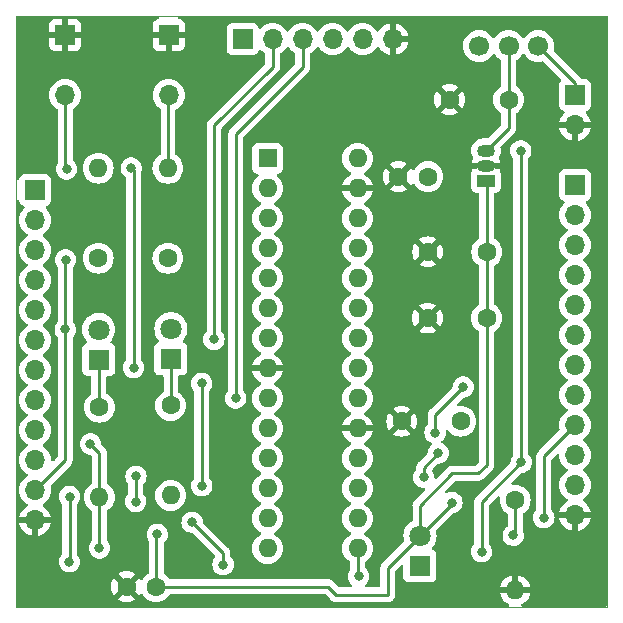
<source format=gbr>
%TF.GenerationSoftware,KiCad,Pcbnew,7.0.1*%
%TF.CreationDate,2023-04-16T18:59:37-05:00*%
%TF.ProjectId,HW4,4857342e-6b69-4636-9164-5f7063625858,rev?*%
%TF.SameCoordinates,Original*%
%TF.FileFunction,Copper,L2,Bot*%
%TF.FilePolarity,Positive*%
%FSLAX46Y46*%
G04 Gerber Fmt 4.6, Leading zero omitted, Abs format (unit mm)*
G04 Created by KiCad (PCBNEW 7.0.1) date 2023-04-16 18:59:37*
%MOMM*%
%LPD*%
G01*
G04 APERTURE LIST*
%TA.AperFunction,ComponentPad*%
%ADD10C,1.600000*%
%TD*%
%TA.AperFunction,ComponentPad*%
%ADD11R,1.500000X1.050000*%
%TD*%
%TA.AperFunction,ComponentPad*%
%ADD12O,1.500000X1.050000*%
%TD*%
%TA.AperFunction,ComponentPad*%
%ADD13R,1.600000X1.600000*%
%TD*%
%TA.AperFunction,ComponentPad*%
%ADD14O,1.600000X1.600000*%
%TD*%
%TA.AperFunction,ComponentPad*%
%ADD15C,1.700000*%
%TD*%
%TA.AperFunction,ComponentPad*%
%ADD16R,1.700000X1.700000*%
%TD*%
%TA.AperFunction,ComponentPad*%
%ADD17O,1.700000X1.700000*%
%TD*%
%TA.AperFunction,ComponentPad*%
%ADD18R,1.800000X1.800000*%
%TD*%
%TA.AperFunction,ComponentPad*%
%ADD19C,1.800000*%
%TD*%
%TA.AperFunction,ViaPad*%
%ADD20C,0.800000*%
%TD*%
%TA.AperFunction,Conductor*%
%ADD21C,0.250000*%
%TD*%
%TA.AperFunction,Profile*%
%ADD22C,0.100000*%
%TD*%
G04 APERTURE END LIST*
D10*
%TO.P,C1,1*%
%TO.N,+3.3V*%
X111840593Y-148305838D03*
%TO.P,C1,2*%
%TO.N,GND*%
X109340593Y-148305838D03*
%TD*%
D11*
%TO.P,U2,1,VO*%
%TO.N,+3.3V*%
X139764813Y-113923902D03*
D12*
%TO.P,U2,2,GND*%
%TO.N,GND*%
X139764813Y-112653902D03*
%TO.P,U2,3,VI*%
%TO.N,/Vin*%
X139764813Y-111383902D03*
%TD*%
D13*
%TO.P,U1,1,~{MCLR}*%
%TO.N,/MCLR*%
X121274094Y-112039603D03*
D14*
%TO.P,U1,2,A0*%
%TO.N,/A0*%
X121274094Y-114579603D03*
%TO.P,U1,3,A1*%
%TO.N,/A1*%
X121274094Y-117119603D03*
%TO.P,U1,4,B0*%
%TO.N,/B0*%
X121274094Y-119659603D03*
%TO.P,U1,5,B1*%
%TO.N,/B1*%
X121274094Y-122199603D03*
%TO.P,U1,6,B2*%
%TO.N,/B2*%
X121274094Y-124739603D03*
%TO.P,U1,7,B3*%
%TO.N,/U1RX*%
X121274094Y-127279603D03*
%TO.P,U1,8,Vss*%
%TO.N,GND*%
X121274094Y-129819603D03*
%TO.P,U1,9,A2*%
%TO.N,/U1TX*%
X121274094Y-132359603D03*
%TO.P,U1,10,A3*%
%TO.N,/A3*%
X121274094Y-134899603D03*
%TO.P,U1,11,B4*%
%TO.N,/GREEN*%
X121274094Y-137439603D03*
%TO.P,U1,12,A4*%
%TO.N,/USER*%
X121274094Y-139979603D03*
%TO.P,U1,13,Vdd*%
%TO.N,+3.3V*%
X121274094Y-142519603D03*
%TO.P,U1,14,B5*%
%TO.N,/YELLOW*%
X121274094Y-145059603D03*
%TO.P,U1,15,B6*%
%TO.N,/B6*%
X128894094Y-145059603D03*
%TO.P,U1,16,B7*%
%TO.N,/B7*%
X128894094Y-142519603D03*
%TO.P,U1,17,B8*%
%TO.N,/B8*%
X128894094Y-139979603D03*
%TO.P,U1,18,B9*%
%TO.N,/B9*%
X128894094Y-137439603D03*
%TO.P,U1,19,Vss*%
%TO.N,GND*%
X128894094Y-134899603D03*
%TO.P,U1,20,Vcap*%
%TO.N,Net-(U1-Vcap)*%
X128894094Y-132359603D03*
%TO.P,U1,21,B10*%
%TO.N,/B10*%
X128894094Y-129819603D03*
%TO.P,U1,22,B11*%
%TO.N,/B11*%
X128894094Y-127279603D03*
%TO.P,U1,23,B12*%
%TO.N,/B12*%
X128894094Y-124739603D03*
%TO.P,U1,24,B13*%
%TO.N,/B13*%
X128894094Y-122199603D03*
%TO.P,U1,25,B14*%
%TO.N,/B14*%
X128894094Y-119659603D03*
%TO.P,U1,26,B15*%
%TO.N,/B15*%
X128894094Y-117119603D03*
%TO.P,U1,27,AVss*%
%TO.N,GND*%
X128894094Y-114579603D03*
%TO.P,U1,28,AVdd*%
%TO.N,+3.3V*%
X128894094Y-112039603D03*
%TD*%
D15*
%TO.P,SW3,1,A*%
%TO.N,+5V*%
X139178524Y-102524073D03*
%TO.P,SW3,2,B*%
%TO.N,/Vin*%
X141678524Y-102524073D03*
%TO.P,SW3,3,C*%
%TO.N,Net-(J2-Pin_1)*%
X144178524Y-102524073D03*
%TD*%
D16*
%TO.P,SW2,1,1*%
%TO.N,GND*%
X104140000Y-101600000D03*
D17*
%TO.P,SW2,2,2*%
%TO.N,/USER*%
X104140000Y-106680000D03*
%TD*%
D16*
%TO.P,SW1,1,1*%
%TO.N,GND*%
X112907148Y-101596996D03*
D17*
%TO.P,SW1,2,2*%
%TO.N,/MCLR*%
X112907148Y-106676996D03*
%TD*%
D10*
%TO.P,R5,1*%
%TO.N,Net-(D3-K)*%
X142240000Y-140970000D03*
D14*
%TO.P,R5,2*%
%TO.N,GND*%
X142240000Y-148590000D03*
%TD*%
%TO.P,R4,2*%
%TO.N,/YELLOW*%
X107038775Y-140730304D03*
D10*
%TO.P,R4,1*%
%TO.N,Net-(D2-K)*%
X107038775Y-133110304D03*
%TD*%
%TO.P,R3,1*%
%TO.N,Net-(D1-K)*%
X113062406Y-132965592D03*
D14*
%TO.P,R3,2*%
%TO.N,/GREEN*%
X113062406Y-140585592D03*
%TD*%
%TO.P,R2,2*%
%TO.N,/USER*%
X106937784Y-112874741D03*
D10*
%TO.P,R2,1*%
%TO.N,+3.3V*%
X106937784Y-120494741D03*
%TD*%
D14*
%TO.P,R1,2*%
%TO.N,/MCLR*%
X112834792Y-112874741D03*
D10*
%TO.P,R1,1*%
%TO.N,+3.3V*%
X112834792Y-120494741D03*
%TD*%
D16*
%TO.P,J4,1,Pin_1*%
%TO.N,/B15*%
X147320000Y-114300000D03*
D17*
%TO.P,J4,2,Pin_2*%
%TO.N,/B14*%
X147320000Y-116840000D03*
%TO.P,J4,3,Pin_3*%
%TO.N,/B13*%
X147320000Y-119380000D03*
%TO.P,J4,4,Pin_4*%
%TO.N,/B12*%
X147320000Y-121920000D03*
%TO.P,J4,5,Pin_5*%
%TO.N,/B11*%
X147320000Y-124460000D03*
%TO.P,J4,6,Pin_6*%
%TO.N,/B10*%
X147320000Y-127000000D03*
%TO.P,J4,7,Pin_7*%
%TO.N,/B9*%
X147320000Y-129540000D03*
%TO.P,J4,8,Pin_8*%
%TO.N,/B8*%
X147320000Y-132080000D03*
%TO.P,J4,9,Pin_9*%
%TO.N,/B7*%
X147320000Y-134620000D03*
%TO.P,J4,10,Pin_10*%
%TO.N,/Vin*%
X147320000Y-137160000D03*
%TO.P,J4,11,Pin_11*%
%TO.N,+3.3V*%
X147320000Y-139700000D03*
%TO.P,J4,12,Pin_12*%
%TO.N,GND*%
X147320000Y-142240000D03*
%TD*%
D16*
%TO.P,J3,1,Pin_1*%
%TO.N,/A0*%
X101595494Y-114723589D03*
D17*
%TO.P,J3,2,Pin_2*%
%TO.N,/A1*%
X101595494Y-117263589D03*
%TO.P,J3,3,Pin_3*%
%TO.N,/B0*%
X101595494Y-119803589D03*
%TO.P,J3,4,Pin_4*%
%TO.N,/B1*%
X101595494Y-122343589D03*
%TO.P,J3,5,Pin_5*%
%TO.N,/B2*%
X101595494Y-124883589D03*
%TO.P,J3,6,Pin_6*%
%TO.N,/A3*%
X101595494Y-127423589D03*
%TO.P,J3,7,Pin_7*%
%TO.N,/GREEN*%
X101595494Y-129963589D03*
%TO.P,J3,8,Pin_8*%
%TO.N,/YELLOW*%
X101595494Y-132503589D03*
%TO.P,J3,9,Pin_9*%
%TO.N,/B6*%
X101595494Y-135043589D03*
%TO.P,J3,10,Pin_10*%
%TO.N,/Vin*%
X101595494Y-137583589D03*
%TO.P,J3,11,Pin_11*%
%TO.N,+3.3V*%
X101595494Y-140123589D03*
%TO.P,J3,12,Pin_12*%
%TO.N,GND*%
X101595494Y-142663589D03*
%TD*%
D16*
%TO.P,J2,1,Pin_1*%
%TO.N,Net-(J2-Pin_1)*%
X147320000Y-106680000D03*
D17*
%TO.P,J2,2,Pin_2*%
%TO.N,GND*%
X147320000Y-109220000D03*
%TD*%
D16*
%TO.P,J1,1,Pin_1*%
%TO.N,unconnected-(J1-Pin_1-Pad1)*%
X119168939Y-101937683D03*
D17*
%TO.P,J1,2,Pin_2*%
%TO.N,/U1RX*%
X121708939Y-101937683D03*
%TO.P,J1,3,Pin_3*%
%TO.N,/U1TX*%
X124248939Y-101937683D03*
%TO.P,J1,4,Pin_4*%
%TO.N,+5V*%
X126788939Y-101937683D03*
%TO.P,J1,5,Pin_5*%
%TO.N,unconnected-(J1-Pin_5-Pad5)*%
X129328939Y-101937683D03*
%TO.P,J1,6,Pin_6*%
%TO.N,GND*%
X131868939Y-101937683D03*
%TD*%
D18*
%TO.P,D3,1,K*%
%TO.N,Net-(D3-K)*%
X134172314Y-146524084D03*
D19*
%TO.P,D3,2,A*%
%TO.N,+3.3V*%
X134172314Y-143984084D03*
%TD*%
D18*
%TO.P,D2,1,K*%
%TO.N,Net-(D2-K)*%
X106973962Y-129075693D03*
D19*
%TO.P,D2,2,A*%
%TO.N,+3.3V*%
X106973962Y-126535693D03*
%TD*%
D18*
%TO.P,D1,1,K*%
%TO.N,Net-(D1-K)*%
X113088038Y-129003337D03*
D19*
%TO.P,D1,2,A*%
%TO.N,+3.3V*%
X113088038Y-126463337D03*
%TD*%
D10*
%TO.P,C6,1*%
%TO.N,+3.3V*%
X139819080Y-125563427D03*
%TO.P,C6,2*%
%TO.N,GND*%
X134819080Y-125563427D03*
%TD*%
%TO.P,C5,2*%
%TO.N,GND*%
X134837169Y-119955843D03*
%TO.P,C5,1*%
%TO.N,+3.3V*%
X139837169Y-119955843D03*
%TD*%
%TO.P,C4,1*%
%TO.N,/Vin*%
X141682245Y-107064407D03*
%TO.P,C4,2*%
%TO.N,GND*%
X136682245Y-107064407D03*
%TD*%
%TO.P,C3,2*%
%TO.N,GND*%
X132352153Y-113591526D03*
%TO.P,C3,1*%
%TO.N,+3.3V*%
X134852153Y-113591526D03*
%TD*%
%TO.P,C2,2*%
%TO.N,GND*%
X132630313Y-134300405D03*
%TO.P,C2,1*%
%TO.N,Net-(U1-Vcap)*%
X137630313Y-134300405D03*
%TD*%
D20*
%TO.N,/Vin*%
X142707287Y-111399732D03*
%TO.N,/B6*%
X110131990Y-138959467D03*
%TO.N,/YELLOW*%
X106279037Y-136228030D03*
%TO.N,Net-(D3-K)*%
X142072660Y-143955449D03*
%TO.N,+3.3V*%
X136885661Y-141180292D03*
%TO.N,/Vin*%
X139387948Y-145348301D03*
X142752498Y-137769017D03*
X104488229Y-146199208D03*
X104506318Y-140682069D03*
%TO.N,/B9*%
X135452093Y-135260656D03*
X137839838Y-131389615D03*
%TO.N,/B8*%
X135723427Y-136997199D03*
X134493377Y-139041254D03*
%TO.N,/B7*%
X144662388Y-142454064D03*
%TO.N,+3.3V*%
X104171661Y-120641712D03*
X111934881Y-143883093D03*
X104140000Y-126513132D03*
%TO.N,/B6*%
X110107895Y-141097390D03*
X114883386Y-142852021D03*
X128974702Y-147428533D03*
X117506288Y-146433639D03*
%TO.N,/YELLOW*%
X107034236Y-145043792D03*
%TO.N,/USER*%
X109922466Y-129760071D03*
X115700394Y-139764813D03*
X115692851Y-131080567D03*
X109726491Y-112868254D03*
X104253072Y-112953872D03*
%TO.N,/U1TX*%
X118582582Y-132345293D03*
%TO.N,/U1RX*%
X116733759Y-127370047D03*
%TD*%
D21*
%TO.N,/Vin*%
X142707287Y-137723806D02*
X142752498Y-137769017D01*
X142707287Y-111399732D02*
X142707287Y-137723806D01*
%TO.N,/B6*%
X110107895Y-138983562D02*
X110131990Y-138959467D01*
X110107895Y-141097390D02*
X110107895Y-138983562D01*
%TO.N,/YELLOW*%
X107038775Y-136987768D02*
X106279037Y-136228030D01*
X107038775Y-140730304D02*
X107038775Y-136987768D01*
%TO.N,Net-(D3-K)*%
X142240000Y-143788109D02*
X142240000Y-140970000D01*
X142072660Y-143955449D02*
X142240000Y-143788109D01*
%TO.N,+3.3V*%
X131454406Y-146701992D02*
X134172314Y-143984084D01*
X131454406Y-148978882D02*
X131454406Y-146701992D01*
X127076873Y-148978882D02*
X131454406Y-148978882D01*
X111840593Y-148305838D02*
X126403829Y-148305838D01*
X126403829Y-148305838D02*
X127076873Y-148978882D01*
X134172314Y-141451627D02*
X134172314Y-143984084D01*
X136921839Y-138702102D02*
X134172314Y-141451627D01*
X139101528Y-138702102D02*
X136921839Y-138702102D01*
X139819080Y-125563427D02*
X139819080Y-137984550D01*
X139819080Y-137984550D02*
X139101528Y-138702102D01*
X136885661Y-141270737D02*
X134172314Y-143984084D01*
X136885661Y-141180292D02*
X136885661Y-141270737D01*
%TO.N,/Vin*%
X139921895Y-111383902D02*
X139764813Y-111383902D01*
X139387948Y-141133567D02*
X142752498Y-137769017D01*
X139387948Y-145348301D02*
X139387948Y-141133567D01*
X104506318Y-140682069D02*
X104506318Y-146181119D01*
X104506318Y-146181119D02*
X104488229Y-146199208D01*
X141682245Y-109466470D02*
X139764813Y-111383902D01*
X141682245Y-107064407D02*
X141682245Y-109466470D01*
X141678524Y-107060686D02*
X141682245Y-107064407D01*
X141678524Y-102524073D02*
X141678524Y-107060686D01*
%TO.N,Net-(J2-Pin_1)*%
X147320000Y-105665549D02*
X144178524Y-102524073D01*
X147320000Y-106680000D02*
X147320000Y-105665549D01*
%TO.N,+3.3V*%
X139837169Y-113996258D02*
X139764813Y-113923902D01*
X139837169Y-119955843D02*
X139837169Y-113996258D01*
X139819080Y-119973932D02*
X139837169Y-119955843D01*
X139819080Y-125563427D02*
X139819080Y-119973932D01*
%TO.N,/B9*%
X137839838Y-131400162D02*
X137839838Y-131389615D01*
X135452093Y-133787907D02*
X137839838Y-131400162D01*
X135452093Y-135260656D02*
X135452093Y-133787907D01*
%TO.N,/B8*%
X134493377Y-138227249D02*
X135723427Y-136997199D01*
X134493377Y-139041254D02*
X134493377Y-138227249D01*
%TO.N,/B7*%
X144662388Y-137277612D02*
X147320000Y-134620000D01*
X144662388Y-142454064D02*
X144662388Y-137277612D01*
%TO.N,+3.3V*%
X104140000Y-120673373D02*
X104171661Y-120641712D01*
X104140000Y-126513132D02*
X104140000Y-120673373D01*
X111840593Y-143977381D02*
X111840593Y-148305838D01*
X111934881Y-143883093D02*
X111840593Y-143977381D01*
X104140000Y-137579083D02*
X104140000Y-126513132D01*
X101595494Y-140123589D02*
X104140000Y-137579083D01*
%TO.N,/B6*%
X117506288Y-146433639D02*
X117506288Y-145474923D01*
X117506288Y-145474923D02*
X114883386Y-142852021D01*
X128894094Y-147347925D02*
X128974702Y-147428533D01*
X128894094Y-145059603D02*
X128894094Y-147347925D01*
%TO.N,/YELLOW*%
X107038775Y-145039253D02*
X107038775Y-140730304D01*
X107034236Y-145043792D02*
X107038775Y-145039253D01*
%TO.N,/USER*%
X109922466Y-129760071D02*
X109922466Y-113064229D01*
X115700394Y-139764813D02*
X115700394Y-131088110D01*
X109922466Y-113064229D02*
X109726491Y-112868254D01*
X115700394Y-131088110D02*
X115692851Y-131080567D01*
X104140000Y-112840800D02*
X104140000Y-106680000D01*
X104253072Y-112953872D02*
X104140000Y-112840800D01*
%TO.N,/MCLR*%
X112834792Y-112874741D02*
X112834792Y-106749352D01*
X112834792Y-106749352D02*
X112907148Y-106676996D01*
%TO.N,/U1TX*%
X118582582Y-132345293D02*
X118582582Y-109963150D01*
X118582582Y-109963150D02*
X124248939Y-104296793D01*
X124248939Y-104296793D02*
X124248939Y-101937683D01*
%TO.N,/U1RX*%
X116733759Y-109256921D02*
X121708939Y-104281741D01*
X121708939Y-104281741D02*
X121708939Y-101937683D01*
X116733759Y-127370047D02*
X116733759Y-109256921D01*
%TO.N,Net-(D2-K)*%
X106973962Y-133045491D02*
X107038775Y-133110304D01*
X106973962Y-129075693D02*
X106973962Y-133045491D01*
%TO.N,Net-(D1-K)*%
X113088038Y-132939960D02*
X113062406Y-132965592D01*
X113088038Y-129003337D02*
X113088038Y-132939960D01*
%TO.N,+3.3V*%
X106937784Y-126499515D02*
X106973962Y-126535693D01*
X113088038Y-120747987D02*
X112834792Y-120494741D01*
%TD*%
%TA.AperFunction,Conductor*%
%TO.N,GND*%
G36*
X112048757Y-100016023D02*
G01*
X112093790Y-100058707D01*
X112112506Y-100117863D01*
X112100220Y-100178681D01*
X112060008Y-100225934D01*
X112001938Y-100247790D01*
X111949772Y-100253398D01*
X111815058Y-100303643D01*
X111699959Y-100389807D01*
X111613795Y-100504906D01*
X111563550Y-100639620D01*
X111557148Y-100699172D01*
X111557148Y-101346996D01*
X114257148Y-101346996D01*
X114257148Y-100699172D01*
X114250745Y-100639620D01*
X114200500Y-100504906D01*
X114114336Y-100389807D01*
X113999237Y-100303643D01*
X113864523Y-100253398D01*
X113812358Y-100247790D01*
X113754288Y-100225934D01*
X113714076Y-100178681D01*
X113701790Y-100117863D01*
X113720506Y-100058707D01*
X113765539Y-100016023D01*
X113825612Y-100000500D01*
X149875500Y-100000500D01*
X149937500Y-100017113D01*
X149982887Y-100062500D01*
X149999500Y-100124500D01*
X149999500Y-149875500D01*
X149982887Y-149937500D01*
X149937500Y-149982887D01*
X149875500Y-149999500D01*
X142852708Y-149999500D01*
X142788843Y-149981789D01*
X142743223Y-149933714D01*
X142728878Y-149869010D01*
X142749907Y-149806160D01*
X142800303Y-149763118D01*
X142892480Y-149720134D01*
X143078819Y-149589658D01*
X143239658Y-149428819D01*
X143370134Y-149242480D01*
X143466266Y-149036326D01*
X143518872Y-148840000D01*
X140961128Y-148840000D01*
X141013733Y-149036326D01*
X141109865Y-149242480D01*
X141240341Y-149428819D01*
X141401180Y-149589658D01*
X141587519Y-149720134D01*
X141679697Y-149763118D01*
X141730093Y-149806160D01*
X141751122Y-149869010D01*
X141736777Y-149933714D01*
X141691157Y-149981789D01*
X141627292Y-149999500D01*
X100124500Y-149999500D01*
X100062500Y-149982887D01*
X100017113Y-149937500D01*
X100000500Y-149875500D01*
X100000500Y-149384864D01*
X108615119Y-149384864D01*
X108688108Y-149435971D01*
X108894266Y-149532104D01*
X109113990Y-149590979D01*
X109340593Y-149610804D01*
X109567195Y-149590979D01*
X109786919Y-149532104D01*
X109993073Y-149435972D01*
X110066065Y-149384863D01*
X109340594Y-148659391D01*
X109340593Y-148659391D01*
X108615119Y-149384863D01*
X108615119Y-149384864D01*
X100000500Y-149384864D01*
X100000500Y-148305838D01*
X108035626Y-148305838D01*
X108055451Y-148532440D01*
X108114326Y-148752164D01*
X108210459Y-148958322D01*
X108261565Y-149031309D01*
X108261567Y-149031310D01*
X108987039Y-148305839D01*
X109694146Y-148305839D01*
X110419618Y-149031310D01*
X110470724Y-148958322D01*
X110477933Y-148942864D01*
X110523690Y-148890687D01*
X110590315Y-148871266D01*
X110656941Y-148890685D01*
X110702699Y-148942861D01*
X110710025Y-148958573D01*
X110840546Y-149144978D01*
X111001452Y-149305884D01*
X111187857Y-149436405D01*
X111187858Y-149436405D01*
X111187859Y-149436406D01*
X111394097Y-149532577D01*
X111613901Y-149591473D01*
X111840593Y-149611306D01*
X112067285Y-149591473D01*
X112287089Y-149532577D01*
X112493327Y-149436406D01*
X112679732Y-149305885D01*
X112840640Y-149144977D01*
X112920230Y-149031310D01*
X112953206Y-148984215D01*
X112997524Y-148945349D01*
X113054781Y-148931338D01*
X126093377Y-148931338D01*
X126140830Y-148940777D01*
X126181058Y-148967657D01*
X126576069Y-149362669D01*
X126588969Y-149378770D01*
X126640096Y-149426782D01*
X126642892Y-149429492D01*
X126662402Y-149449002D01*
X126665584Y-149451470D01*
X126674444Y-149459037D01*
X126706291Y-149488944D01*
X126719981Y-149496470D01*
X126723845Y-149498594D01*
X126740109Y-149509278D01*
X126751845Y-149518381D01*
X126755937Y-149521555D01*
X126780314Y-149532104D01*
X126796025Y-149538903D01*
X126806504Y-149544036D01*
X126844781Y-149565079D01*
X126864179Y-149570059D01*
X126882581Y-149576359D01*
X126900977Y-149584320D01*
X126944134Y-149591155D01*
X126955537Y-149593516D01*
X126997854Y-149604382D01*
X127017889Y-149604382D01*
X127037286Y-149605908D01*
X127057069Y-149609042D01*
X127100547Y-149604932D01*
X127112217Y-149604382D01*
X131383557Y-149604382D01*
X131406791Y-149606578D01*
X131414818Y-149608109D01*
X131470165Y-149604627D01*
X131477951Y-149604382D01*
X131493757Y-149604382D01*
X131497988Y-149603847D01*
X131509442Y-149602399D01*
X131517144Y-149601670D01*
X131572544Y-149598186D01*
X131580308Y-149595663D01*
X131603082Y-149590571D01*
X131611198Y-149589546D01*
X131662802Y-149569113D01*
X131670077Y-149566494D01*
X131722847Y-149549349D01*
X131729743Y-149544972D01*
X131750538Y-149534376D01*
X131758138Y-149531368D01*
X131803030Y-149498751D01*
X131809432Y-149494399D01*
X131856283Y-149464668D01*
X131861867Y-149458720D01*
X131879385Y-149443276D01*
X131885993Y-149438476D01*
X131885994Y-149438473D01*
X131885996Y-149438473D01*
X131921344Y-149395743D01*
X131926486Y-149389909D01*
X131964468Y-149349464D01*
X131968405Y-149342300D01*
X131981525Y-149322996D01*
X131986730Y-149316705D01*
X132010348Y-149266512D01*
X132013873Y-149259593D01*
X132040603Y-149210974D01*
X132042634Y-149203059D01*
X132050538Y-149181105D01*
X132054020Y-149173708D01*
X132064416Y-149119207D01*
X132066104Y-149111650D01*
X132079906Y-149057901D01*
X132079906Y-149049731D01*
X132082102Y-149026497D01*
X132083633Y-149018469D01*
X132080151Y-148963123D01*
X132079906Y-148955337D01*
X132079906Y-148340000D01*
X140961128Y-148340000D01*
X141990000Y-148340000D01*
X141990000Y-147311128D01*
X142490000Y-147311128D01*
X142490000Y-148340000D01*
X143518872Y-148340000D01*
X143518871Y-148339999D01*
X143466266Y-148143673D01*
X143370134Y-147937519D01*
X143239658Y-147751180D01*
X143078819Y-147590341D01*
X142892480Y-147459865D01*
X142686326Y-147363733D01*
X142490000Y-147311128D01*
X141990000Y-147311128D01*
X141989999Y-147311128D01*
X141793673Y-147363733D01*
X141587519Y-147459865D01*
X141401180Y-147590341D01*
X141240341Y-147751180D01*
X141109865Y-147937519D01*
X141013733Y-148143673D01*
X140961128Y-148339999D01*
X140961128Y-148340000D01*
X132079906Y-148340000D01*
X132079906Y-147012444D01*
X132089345Y-146964991D01*
X132116225Y-146924763D01*
X132336533Y-146704455D01*
X132560133Y-146480853D01*
X132609496Y-146450604D01*
X132667212Y-146446062D01*
X132720699Y-146468217D01*
X132758299Y-146512240D01*
X132771814Y-146568535D01*
X132771814Y-147471953D01*
X132778223Y-147531567D01*
X132828518Y-147666415D01*
X132914768Y-147781630D01*
X133029983Y-147867880D01*
X133164831Y-147918175D01*
X133224441Y-147924584D01*
X135120186Y-147924583D01*
X135179797Y-147918175D01*
X135314645Y-147867880D01*
X135429860Y-147781630D01*
X135516110Y-147666415D01*
X135566405Y-147531567D01*
X135572814Y-147471957D01*
X135572813Y-145576212D01*
X135566405Y-145516601D01*
X135516110Y-145381753D01*
X135491067Y-145348300D01*
X138482488Y-145348300D01*
X138502274Y-145536558D01*
X138560768Y-145716585D01*
X138655414Y-145880517D01*
X138782077Y-146021190D01*
X138935217Y-146132452D01*
X139108145Y-146209445D01*
X139293300Y-146248801D01*
X139293302Y-146248801D01*
X139482594Y-146248801D01*
X139482596Y-146248801D01*
X139606032Y-146222563D01*
X139667751Y-146209445D01*
X139840678Y-146132452D01*
X139840678Y-146132451D01*
X139993818Y-146021190D01*
X140120481Y-145880517D01*
X140215127Y-145716585D01*
X140251843Y-145603584D01*
X140273622Y-145536557D01*
X140293408Y-145348301D01*
X140273622Y-145160045D01*
X140215127Y-144980017D01*
X140215127Y-144980016D01*
X140120483Y-144816087D01*
X140051613Y-144739600D01*
X140045295Y-144732583D01*
X140021684Y-144694052D01*
X140013448Y-144649614D01*
X140013448Y-141444019D01*
X140022887Y-141396566D01*
X140049767Y-141356338D01*
X140393864Y-141012241D01*
X140741417Y-140664686D01*
X140792844Y-140633786D01*
X140852758Y-140630646D01*
X140907134Y-140656002D01*
X140943241Y-140703917D01*
X140952626Y-140763175D01*
X140934531Y-140969999D01*
X140954364Y-141196689D01*
X141013261Y-141416497D01*
X141109432Y-141622735D01*
X141239953Y-141809140D01*
X141400859Y-141970046D01*
X141561623Y-142082613D01*
X141600489Y-142126931D01*
X141614500Y-142184188D01*
X141614500Y-143112062D01*
X141600985Y-143168357D01*
X141563385Y-143212380D01*
X141466789Y-143282560D01*
X141340126Y-143423232D01*
X141245480Y-143587164D01*
X141186986Y-143767191D01*
X141180084Y-143832864D01*
X141167200Y-143955449D01*
X141170210Y-143984084D01*
X141186986Y-144143706D01*
X141245480Y-144323733D01*
X141340126Y-144487665D01*
X141466789Y-144628338D01*
X141619929Y-144739600D01*
X141792857Y-144816593D01*
X141978012Y-144855949D01*
X141978014Y-144855949D01*
X142167306Y-144855949D01*
X142167308Y-144855949D01*
X142290743Y-144829711D01*
X142352463Y-144816593D01*
X142525390Y-144739600D01*
X142588082Y-144694052D01*
X142678530Y-144628338D01*
X142743684Y-144555978D01*
X142805193Y-144487665D01*
X142899839Y-144323733D01*
X142958334Y-144143705D01*
X142978120Y-143955449D01*
X142958334Y-143767193D01*
X142920310Y-143650169D01*
X142899839Y-143587164D01*
X142882113Y-143556462D01*
X142865500Y-143494462D01*
X142865500Y-142454063D01*
X143756928Y-142454063D01*
X143776714Y-142642321D01*
X143835208Y-142822348D01*
X143929854Y-142986280D01*
X144056517Y-143126953D01*
X144209657Y-143238215D01*
X144382585Y-143315208D01*
X144567740Y-143354564D01*
X144567742Y-143354564D01*
X144757034Y-143354564D01*
X144757036Y-143354564D01*
X144880472Y-143328326D01*
X144942191Y-143315208D01*
X145115118Y-143238215D01*
X145201792Y-143175243D01*
X145268258Y-143126953D01*
X145394921Y-142986280D01*
X145489567Y-142822348D01*
X145514279Y-142746292D01*
X145548062Y-142642320D01*
X145564071Y-142490000D01*
X145989364Y-142490000D01*
X146046569Y-142703492D01*
X146146399Y-142917576D01*
X146281893Y-143111081D01*
X146448918Y-143278106D01*
X146642423Y-143413600D01*
X146856507Y-143513430D01*
X147069999Y-143570635D01*
X147070000Y-143570636D01*
X147070000Y-142490000D01*
X147570000Y-142490000D01*
X147570000Y-143570635D01*
X147783492Y-143513430D01*
X147997576Y-143413600D01*
X148191081Y-143278106D01*
X148358106Y-143111081D01*
X148493600Y-142917576D01*
X148593430Y-142703492D01*
X148650636Y-142490000D01*
X147570000Y-142490000D01*
X147070000Y-142490000D01*
X145989364Y-142490000D01*
X145564071Y-142490000D01*
X145567848Y-142454064D01*
X145548062Y-142265808D01*
X145502938Y-142126931D01*
X145489567Y-142085779D01*
X145394923Y-141921850D01*
X145351453Y-141873572D01*
X145319735Y-141838346D01*
X145296124Y-141799815D01*
X145287888Y-141755377D01*
X145287888Y-137588064D01*
X145297327Y-137540611D01*
X145324207Y-137500383D01*
X145526370Y-137298220D01*
X145752194Y-137072395D01*
X145813034Y-137039017D01*
X145882283Y-137043556D01*
X145938249Y-137084591D01*
X145963401Y-137149270D01*
X145984936Y-137395407D01*
X146024682Y-137543739D01*
X146046097Y-137623663D01*
X146145965Y-137837830D01*
X146281505Y-138031401D01*
X146448599Y-138198495D01*
X146634160Y-138328426D01*
X146673024Y-138372743D01*
X146687035Y-138430000D01*
X146673024Y-138487257D01*
X146634160Y-138531574D01*
X146475059Y-138642978D01*
X146448595Y-138661508D01*
X146281505Y-138828598D01*
X146145965Y-139022170D01*
X146046097Y-139236336D01*
X145984936Y-139464592D01*
X145964340Y-139699999D01*
X145984936Y-139935407D01*
X146010266Y-140029939D01*
X146046097Y-140163663D01*
X146145965Y-140377830D01*
X146281505Y-140571401D01*
X146448599Y-140738495D01*
X146634597Y-140868732D01*
X146673460Y-140913048D01*
X146687471Y-140970305D01*
X146673461Y-141027561D01*
X146634595Y-141071880D01*
X146448919Y-141201892D01*
X146281890Y-141368921D01*
X146146400Y-141562421D01*
X146046569Y-141776507D01*
X145989364Y-141989999D01*
X145989364Y-141990000D01*
X148650636Y-141990000D01*
X148650635Y-141989999D01*
X148593430Y-141776507D01*
X148493599Y-141562421D01*
X148358109Y-141368921D01*
X148191081Y-141201893D01*
X148005404Y-141071880D01*
X147966539Y-141027562D01*
X147952528Y-140970305D01*
X147966539Y-140913048D01*
X148005402Y-140868732D01*
X148191401Y-140738495D01*
X148358495Y-140571401D01*
X148494035Y-140377830D01*
X148593903Y-140163663D01*
X148655063Y-139935408D01*
X148675659Y-139700000D01*
X148655063Y-139464592D01*
X148593903Y-139236337D01*
X148494035Y-139022171D01*
X148358495Y-138828599D01*
X148191401Y-138661505D01*
X148005839Y-138531573D01*
X147966974Y-138487255D01*
X147952964Y-138429999D01*
X147966975Y-138372742D01*
X148005837Y-138328428D01*
X148191401Y-138198495D01*
X148358495Y-138031401D01*
X148494035Y-137837830D01*
X148593903Y-137623663D01*
X148655063Y-137395408D01*
X148675659Y-137160000D01*
X148673731Y-137137969D01*
X148655063Y-136924592D01*
X148624075Y-136808943D01*
X148593903Y-136696337D01*
X148494035Y-136482171D01*
X148358495Y-136288599D01*
X148191401Y-136121505D01*
X148005839Y-135991573D01*
X147966975Y-135947257D01*
X147952964Y-135890000D01*
X147966975Y-135832743D01*
X148005839Y-135788426D01*
X148191401Y-135658495D01*
X148358495Y-135491401D01*
X148494035Y-135297830D01*
X148593903Y-135083663D01*
X148655063Y-134855408D01*
X148675659Y-134620000D01*
X148655063Y-134384592D01*
X148593903Y-134156337D01*
X148494035Y-133942171D01*
X148358495Y-133748599D01*
X148191401Y-133581505D01*
X148005839Y-133451573D01*
X147966975Y-133407257D01*
X147952964Y-133350000D01*
X147966975Y-133292743D01*
X148005839Y-133248426D01*
X148191401Y-133118495D01*
X148358495Y-132951401D01*
X148494035Y-132757830D01*
X148593903Y-132543663D01*
X148655063Y-132315408D01*
X148675659Y-132080000D01*
X148663131Y-131936813D01*
X148655063Y-131844592D01*
X148645894Y-131810372D01*
X148593903Y-131616337D01*
X148494035Y-131402171D01*
X148358495Y-131208599D01*
X148191401Y-131041505D01*
X148005839Y-130911573D01*
X147966976Y-130867257D01*
X147952965Y-130810000D01*
X147966976Y-130752743D01*
X148005839Y-130708426D01*
X148191401Y-130578495D01*
X148358495Y-130411401D01*
X148494035Y-130217830D01*
X148593903Y-130003663D01*
X148655063Y-129775408D01*
X148675659Y-129540000D01*
X148655063Y-129304592D01*
X148593903Y-129076337D01*
X148494035Y-128862171D01*
X148358495Y-128668599D01*
X148191401Y-128501505D01*
X148005839Y-128371573D01*
X147966976Y-128327257D01*
X147952965Y-128270000D01*
X147966976Y-128212743D01*
X148005839Y-128168426D01*
X148191401Y-128038495D01*
X148358495Y-127871401D01*
X148494035Y-127677830D01*
X148593903Y-127463663D01*
X148655063Y-127235408D01*
X148675659Y-127000000D01*
X148655063Y-126764592D01*
X148593903Y-126536337D01*
X148494035Y-126322171D01*
X148358495Y-126128599D01*
X148191401Y-125961505D01*
X148005839Y-125831573D01*
X147966975Y-125787257D01*
X147952964Y-125730000D01*
X147966975Y-125672743D01*
X148005839Y-125628426D01*
X148191401Y-125498495D01*
X148358495Y-125331401D01*
X148494035Y-125137830D01*
X148593903Y-124923663D01*
X148655063Y-124695408D01*
X148675659Y-124460000D01*
X148655063Y-124224592D01*
X148593903Y-123996337D01*
X148494035Y-123782171D01*
X148358495Y-123588599D01*
X148191401Y-123421505D01*
X148005839Y-123291573D01*
X147966975Y-123247257D01*
X147952964Y-123190000D01*
X147966975Y-123132743D01*
X148005839Y-123088426D01*
X148191401Y-122958495D01*
X148358495Y-122791401D01*
X148494035Y-122597830D01*
X148593903Y-122383663D01*
X148655063Y-122155408D01*
X148675659Y-121920000D01*
X148655063Y-121684592D01*
X148593903Y-121456337D01*
X148494035Y-121242171D01*
X148358495Y-121048599D01*
X148191401Y-120881505D01*
X148005839Y-120751573D01*
X147966974Y-120707255D01*
X147952964Y-120649999D01*
X147966975Y-120592742D01*
X148005837Y-120548428D01*
X148191401Y-120418495D01*
X148358495Y-120251401D01*
X148494035Y-120057830D01*
X148593903Y-119843663D01*
X148655063Y-119615408D01*
X148675659Y-119380000D01*
X148655063Y-119144592D01*
X148593903Y-118916337D01*
X148494035Y-118702171D01*
X148358495Y-118508599D01*
X148191401Y-118341505D01*
X148005839Y-118211573D01*
X147966974Y-118167255D01*
X147952964Y-118109999D01*
X147966975Y-118052742D01*
X148005837Y-118008428D01*
X148191401Y-117878495D01*
X148358495Y-117711401D01*
X148494035Y-117517830D01*
X148593903Y-117303663D01*
X148655063Y-117075408D01*
X148675659Y-116840000D01*
X148655063Y-116604592D01*
X148593903Y-116376337D01*
X148494035Y-116162171D01*
X148358495Y-115968599D01*
X148236569Y-115846672D01*
X148205273Y-115793927D01*
X148203084Y-115732634D01*
X148230537Y-115677789D01*
X148280916Y-115642810D01*
X148412331Y-115593796D01*
X148527546Y-115507546D01*
X148613796Y-115392331D01*
X148664091Y-115257483D01*
X148670500Y-115197873D01*
X148670499Y-113402128D01*
X148664091Y-113342517D01*
X148613796Y-113207669D01*
X148527546Y-113092454D01*
X148412331Y-113006204D01*
X148277483Y-112955909D01*
X148217873Y-112949500D01*
X148217869Y-112949500D01*
X146422130Y-112949500D01*
X146362515Y-112955909D01*
X146227669Y-113006204D01*
X146112454Y-113092454D01*
X146026204Y-113207668D01*
X145975909Y-113342516D01*
X145974797Y-113352864D01*
X145969522Y-113401930D01*
X145969500Y-113402130D01*
X145969500Y-115197869D01*
X145973206Y-115232337D01*
X145975909Y-115257483D01*
X146026204Y-115392331D01*
X146112454Y-115507546D01*
X146227669Y-115593796D01*
X146339907Y-115635658D01*
X146359082Y-115642810D01*
X146409462Y-115677789D01*
X146436915Y-115732634D01*
X146434726Y-115793926D01*
X146403431Y-115846673D01*
X146281503Y-115968601D01*
X146145965Y-116162170D01*
X146046097Y-116376336D01*
X145984936Y-116604592D01*
X145964340Y-116840000D01*
X145984936Y-117075407D01*
X146010266Y-117169939D01*
X146046097Y-117303663D01*
X146145965Y-117517830D01*
X146281505Y-117711401D01*
X146448599Y-117878495D01*
X146634160Y-118008426D01*
X146673024Y-118052743D01*
X146687035Y-118110000D01*
X146673024Y-118167257D01*
X146634160Y-118211574D01*
X146475059Y-118322978D01*
X146448595Y-118341508D01*
X146281505Y-118508598D01*
X146145965Y-118702170D01*
X146046097Y-118916336D01*
X145984936Y-119144592D01*
X145964340Y-119379999D01*
X145984936Y-119615407D01*
X146023563Y-119759564D01*
X146046097Y-119843663D01*
X146145965Y-120057830D01*
X146281505Y-120251401D01*
X146448599Y-120418495D01*
X146634160Y-120548426D01*
X146673024Y-120592743D01*
X146687035Y-120650000D01*
X146673024Y-120707257D01*
X146634160Y-120751574D01*
X146475059Y-120862978D01*
X146448595Y-120881508D01*
X146281505Y-121048598D01*
X146145965Y-121242170D01*
X146046097Y-121456336D01*
X145984936Y-121684592D01*
X145964340Y-121920000D01*
X145984936Y-122155407D01*
X146010266Y-122249939D01*
X146046097Y-122383663D01*
X146145965Y-122597830D01*
X146281505Y-122791401D01*
X146448599Y-122958495D01*
X146634160Y-123088426D01*
X146673024Y-123132743D01*
X146687035Y-123190000D01*
X146673024Y-123247257D01*
X146634158Y-123291575D01*
X146475059Y-123402978D01*
X146448595Y-123421508D01*
X146281505Y-123588598D01*
X146145965Y-123782170D01*
X146046097Y-123996336D01*
X145984936Y-124224592D01*
X145964340Y-124459999D01*
X145984936Y-124695407D01*
X146010266Y-124789939D01*
X146046097Y-124923663D01*
X146145965Y-125137830D01*
X146281505Y-125331401D01*
X146448599Y-125498495D01*
X146634160Y-125628426D01*
X146673024Y-125672743D01*
X146687035Y-125730000D01*
X146673024Y-125787257D01*
X146634158Y-125831575D01*
X146475059Y-125942978D01*
X146448595Y-125961508D01*
X146281505Y-126128598D01*
X146145965Y-126322170D01*
X146046097Y-126536336D01*
X145984936Y-126764592D01*
X145964340Y-127000000D01*
X145984936Y-127235407D01*
X146009342Y-127326490D01*
X146046097Y-127463663D01*
X146145965Y-127677830D01*
X146281505Y-127871401D01*
X146448599Y-128038495D01*
X146634160Y-128168426D01*
X146673024Y-128212743D01*
X146687035Y-128270000D01*
X146673024Y-128327257D01*
X146634158Y-128371575D01*
X146475059Y-128482978D01*
X146448595Y-128501508D01*
X146281505Y-128668598D01*
X146145965Y-128862170D01*
X146046097Y-129076336D01*
X145984936Y-129304592D01*
X145964340Y-129540000D01*
X145984936Y-129775407D01*
X146010266Y-129869939D01*
X146046097Y-130003663D01*
X146145965Y-130217830D01*
X146281505Y-130411401D01*
X146448599Y-130578495D01*
X146634160Y-130708426D01*
X146673024Y-130752743D01*
X146687035Y-130810000D01*
X146673024Y-130867257D01*
X146634158Y-130911575D01*
X146475059Y-131022978D01*
X146448595Y-131041508D01*
X146281505Y-131208598D01*
X146145965Y-131402170D01*
X146046097Y-131616336D01*
X145984936Y-131844592D01*
X145964340Y-132079999D01*
X145984936Y-132315407D01*
X146010266Y-132409939D01*
X146046097Y-132543663D01*
X146145965Y-132757830D01*
X146281505Y-132951401D01*
X146448599Y-133118495D01*
X146634160Y-133248426D01*
X146673024Y-133292743D01*
X146687035Y-133350000D01*
X146673024Y-133407257D01*
X146634158Y-133451575D01*
X146457987Y-133574932D01*
X146448595Y-133581508D01*
X146281505Y-133748598D01*
X146145965Y-133942170D01*
X146046097Y-134156336D01*
X145984936Y-134384592D01*
X145964340Y-134620000D01*
X145984936Y-134855405D01*
X145984937Y-134855407D01*
X145984937Y-134855408D01*
X146010266Y-134949939D01*
X146011856Y-134955871D01*
X146011856Y-135020058D01*
X145979762Y-135075646D01*
X144278596Y-136776811D01*
X144262498Y-136789708D01*
X144214484Y-136840837D01*
X144211779Y-136843629D01*
X144192262Y-136863146D01*
X144189803Y-136866317D01*
X144182230Y-136875184D01*
X144152323Y-136907032D01*
X144142673Y-136924586D01*
X144131997Y-136940840D01*
X144119714Y-136956675D01*
X144102363Y-136996770D01*
X144097226Y-137007256D01*
X144076190Y-137045519D01*
X144071209Y-137064921D01*
X144064908Y-137083323D01*
X144056949Y-137101714D01*
X144050116Y-137144854D01*
X144047748Y-137156286D01*
X144036888Y-137198590D01*
X144036888Y-137218628D01*
X144035361Y-137238027D01*
X144032228Y-137257806D01*
X144036338Y-137301287D01*
X144036888Y-137312956D01*
X144036888Y-141755377D01*
X144028652Y-141799815D01*
X144005040Y-141838346D01*
X143973323Y-141873572D01*
X143929852Y-141921850D01*
X143835208Y-142085779D01*
X143776714Y-142265806D01*
X143756928Y-142454063D01*
X142865500Y-142454063D01*
X142865500Y-142184188D01*
X142879511Y-142126931D01*
X142918377Y-142082613D01*
X142992847Y-142030468D01*
X143079139Y-141970047D01*
X143240047Y-141809139D01*
X143370568Y-141622734D01*
X143466739Y-141416496D01*
X143525635Y-141196692D01*
X143545468Y-140970000D01*
X143525635Y-140743308D01*
X143466739Y-140523504D01*
X143370568Y-140317266D01*
X143363754Y-140307535D01*
X143240046Y-140130859D01*
X143079140Y-139969953D01*
X142892735Y-139839432D01*
X142686497Y-139743261D01*
X142466689Y-139684364D01*
X142239999Y-139664531D01*
X142033176Y-139682626D01*
X141973918Y-139673241D01*
X141926003Y-139637134D01*
X141900647Y-139582758D01*
X141903787Y-139522844D01*
X141934688Y-139471417D01*
X142135579Y-139270527D01*
X142700269Y-138705836D01*
X142740498Y-138678956D01*
X142787951Y-138669517D01*
X142847146Y-138669517D01*
X142972001Y-138642978D01*
X143032301Y-138630161D01*
X143205228Y-138553168D01*
X143242670Y-138525965D01*
X143358368Y-138441906D01*
X143371564Y-138427251D01*
X143485031Y-138301233D01*
X143579677Y-138137301D01*
X143638172Y-137957273D01*
X143657958Y-137769017D01*
X143638172Y-137580761D01*
X143592307Y-137439603D01*
X143579677Y-137400732D01*
X143485031Y-137236800D01*
X143364637Y-137103090D01*
X143341023Y-137064556D01*
X143332787Y-137020118D01*
X143332787Y-112098419D01*
X143341023Y-112053981D01*
X143364634Y-112015449D01*
X143439820Y-111931948D01*
X143534466Y-111768016D01*
X143592961Y-111587988D01*
X143612747Y-111399732D01*
X143592961Y-111211476D01*
X143546261Y-111067750D01*
X143534466Y-111031447D01*
X143439820Y-110867515D01*
X143313157Y-110726842D01*
X143160017Y-110615580D01*
X142987089Y-110538587D01*
X142801935Y-110499232D01*
X142801933Y-110499232D01*
X142612641Y-110499232D01*
X142612639Y-110499232D01*
X142427484Y-110538587D01*
X142254556Y-110615580D01*
X142101416Y-110726842D01*
X141974753Y-110867515D01*
X141880107Y-111031447D01*
X141821613Y-111211474D01*
X141801827Y-111399732D01*
X141821613Y-111587989D01*
X141880107Y-111768016D01*
X141974751Y-111931945D01*
X141974754Y-111931948D01*
X142049939Y-112015449D01*
X142073551Y-112053981D01*
X142081787Y-112098419D01*
X142081787Y-137120542D01*
X142073551Y-137164980D01*
X142049936Y-137203515D01*
X142019964Y-137236801D01*
X141925318Y-137400732D01*
X141866824Y-137580759D01*
X141849177Y-137748666D01*
X141837777Y-137789087D01*
X141813537Y-137823385D01*
X139004156Y-140632766D01*
X138988058Y-140645663D01*
X138940044Y-140696792D01*
X138937339Y-140699584D01*
X138917822Y-140719101D01*
X138915363Y-140722272D01*
X138907790Y-140731139D01*
X138877883Y-140762987D01*
X138868233Y-140780541D01*
X138857557Y-140796795D01*
X138845274Y-140812630D01*
X138827923Y-140852725D01*
X138822786Y-140863211D01*
X138801750Y-140901474D01*
X138796769Y-140920876D01*
X138790468Y-140939278D01*
X138782509Y-140957669D01*
X138775676Y-141000809D01*
X138773308Y-141012241D01*
X138762448Y-141054545D01*
X138762448Y-141074583D01*
X138760921Y-141093980D01*
X138757788Y-141113763D01*
X138761338Y-141151318D01*
X138761898Y-141157242D01*
X138762448Y-141168911D01*
X138762448Y-144649614D01*
X138754212Y-144694052D01*
X138730600Y-144732583D01*
X138724283Y-144739600D01*
X138655412Y-144816087D01*
X138560768Y-144980016D01*
X138502274Y-145160043D01*
X138482488Y-145348300D01*
X135491067Y-145348300D01*
X135429860Y-145266538D01*
X135314645Y-145180288D01*
X135260365Y-145160043D01*
X135234407Y-145150361D01*
X135184872Y-145116345D01*
X135157145Y-145063035D01*
X135157738Y-145002948D01*
X135186510Y-144950198D01*
X135281293Y-144847237D01*
X135408238Y-144652933D01*
X135501471Y-144440384D01*
X135558448Y-144215389D01*
X135577614Y-143984084D01*
X135558448Y-143752779D01*
X135521137Y-143605444D01*
X135521791Y-143542089D01*
X135553659Y-143487327D01*
X136928798Y-142112190D01*
X136957309Y-142090901D01*
X136990696Y-142078584D01*
X137081771Y-142059225D01*
X137165464Y-142041436D01*
X137338391Y-141964443D01*
X137365851Y-141944492D01*
X137491531Y-141853181D01*
X137566178Y-141770278D01*
X137618194Y-141712508D01*
X137712840Y-141548576D01*
X137771335Y-141368548D01*
X137791121Y-141180292D01*
X137771335Y-140992036D01*
X137731789Y-140870326D01*
X137712840Y-140812007D01*
X137618194Y-140648075D01*
X137491531Y-140507402D01*
X137338391Y-140396140D01*
X137165463Y-140319147D01*
X136980309Y-140279792D01*
X136980307Y-140279792D01*
X136791015Y-140279792D01*
X136791013Y-140279792D01*
X136605860Y-140319146D01*
X136466343Y-140381264D01*
X136399079Y-140390837D01*
X136336867Y-140363528D01*
X136298385Y-140307535D01*
X136295184Y-140239668D01*
X136328225Y-140180305D01*
X137144609Y-139363921D01*
X137184838Y-139337041D01*
X137232291Y-139327602D01*
X139018784Y-139327602D01*
X139039290Y-139329866D01*
X139042193Y-139329774D01*
X139042195Y-139329775D01*
X139109400Y-139327663D01*
X139113296Y-139327602D01*
X139140877Y-139327602D01*
X139140878Y-139327602D01*
X139144847Y-139327100D01*
X139156493Y-139326182D01*
X139200155Y-139324811D01*
X139219387Y-139319222D01*
X139238446Y-139315276D01*
X139244724Y-139314483D01*
X139258320Y-139312766D01*
X139298935Y-139296684D01*
X139309972Y-139292905D01*
X139351918Y-139280720D01*
X139369157Y-139270524D01*
X139386630Y-139261964D01*
X139405260Y-139254588D01*
X139440592Y-139228916D01*
X139450358Y-139222502D01*
X139487946Y-139200273D01*
X139487945Y-139200273D01*
X139487948Y-139200272D01*
X139502113Y-139186106D01*
X139516901Y-139173475D01*
X139533115Y-139161696D01*
X139560966Y-139128028D01*
X139568807Y-139119411D01*
X140202866Y-138485352D01*
X140218967Y-138472454D01*
X140220954Y-138470337D01*
X140220957Y-138470336D01*
X140267012Y-138421291D01*
X140269693Y-138418526D01*
X140289200Y-138399020D01*
X140291661Y-138395845D01*
X140299232Y-138386981D01*
X140329142Y-138355132D01*
X140338793Y-138337576D01*
X140349473Y-138321317D01*
X140361754Y-138305486D01*
X140379098Y-138265401D01*
X140384240Y-138254906D01*
X140391057Y-138242506D01*
X140405277Y-138216642D01*
X140410258Y-138197238D01*
X140416560Y-138178833D01*
X140424518Y-138160445D01*
X140431350Y-138117298D01*
X140433719Y-138105866D01*
X140444580Y-138063570D01*
X140444580Y-138043534D01*
X140446107Y-138024135D01*
X140447415Y-138015876D01*
X140449240Y-138004354D01*
X140445130Y-137960875D01*
X140444580Y-137949206D01*
X140444580Y-126777615D01*
X140458591Y-126720358D01*
X140497457Y-126676040D01*
X140658220Y-126563473D01*
X140819126Y-126402567D01*
X140873525Y-126324876D01*
X140949648Y-126216161D01*
X141045819Y-126009923D01*
X141104715Y-125790119D01*
X141124548Y-125563427D01*
X141104715Y-125336735D01*
X141045819Y-125116931D01*
X140949648Y-124910693D01*
X140906290Y-124848771D01*
X140819126Y-124724286D01*
X140658220Y-124563380D01*
X140497457Y-124450814D01*
X140458591Y-124406496D01*
X140444580Y-124349239D01*
X140444580Y-121182697D01*
X140458591Y-121125440D01*
X140497457Y-121081122D01*
X140676309Y-120955889D01*
X140837215Y-120794983D01*
X140840584Y-120790171D01*
X140967737Y-120608577D01*
X141063908Y-120402339D01*
X141122804Y-120182535D01*
X141142637Y-119955843D01*
X141122804Y-119729151D01*
X141063908Y-119509347D01*
X140967737Y-119303109D01*
X140916804Y-119230369D01*
X140837215Y-119116702D01*
X140676309Y-118955796D01*
X140515546Y-118843230D01*
X140476680Y-118798912D01*
X140462669Y-118741655D01*
X140462669Y-115071537D01*
X140477138Y-115013409D01*
X140517167Y-114968846D01*
X140573414Y-114948247D01*
X140622296Y-114942993D01*
X140757144Y-114892698D01*
X140872359Y-114806448D01*
X140958609Y-114691233D01*
X141008904Y-114556385D01*
X141015313Y-114496775D01*
X141015312Y-113351030D01*
X141008904Y-113291419D01*
X140958609Y-113156571D01*
X140958608Y-113156569D01*
X140953542Y-113142987D01*
X140937668Y-113106298D01*
X140941135Y-113048829D01*
X140985099Y-112903902D01*
X140620485Y-112903902D01*
X140607229Y-112903191D01*
X140562689Y-112898402D01*
X138966942Y-112898402D01*
X138922391Y-112903192D01*
X138909138Y-112903902D01*
X138544527Y-112903902D01*
X138588490Y-113048829D01*
X138591957Y-113106292D01*
X138576080Y-113142993D01*
X138520722Y-113291416D01*
X138520722Y-113291419D01*
X138515229Y-113342516D01*
X138514313Y-113351032D01*
X138514313Y-114496771D01*
X138520722Y-114556385D01*
X138571017Y-114691233D01*
X138657267Y-114806448D01*
X138772482Y-114892698D01*
X138907330Y-114942993D01*
X138966940Y-114949402D01*
X139087669Y-114949402D01*
X139149669Y-114966015D01*
X139195056Y-115011402D01*
X139211669Y-115073402D01*
X139211669Y-118741655D01*
X139197658Y-118798912D01*
X139158792Y-118843230D01*
X138998028Y-118955796D01*
X138837122Y-119116702D01*
X138706601Y-119303107D01*
X138610430Y-119509345D01*
X138551533Y-119729153D01*
X138531700Y-119955842D01*
X138551533Y-120182532D01*
X138610430Y-120402340D01*
X138706601Y-120608578D01*
X138837122Y-120794983D01*
X138998028Y-120955889D01*
X139140703Y-121055790D01*
X139179569Y-121100108D01*
X139193580Y-121157365D01*
X139193580Y-124349239D01*
X139179569Y-124406496D01*
X139140703Y-124450814D01*
X138979939Y-124563380D01*
X138819033Y-124724286D01*
X138688512Y-124910691D01*
X138592341Y-125116929D01*
X138533444Y-125336737D01*
X138513611Y-125563426D01*
X138533444Y-125790116D01*
X138592341Y-126009924D01*
X138688512Y-126216162D01*
X138819033Y-126402567D01*
X138979939Y-126563473D01*
X139140703Y-126676040D01*
X139179569Y-126720358D01*
X139193580Y-126777615D01*
X139193580Y-137674098D01*
X139184141Y-137721551D01*
X139157261Y-137761779D01*
X138878756Y-138040283D01*
X138838528Y-138067163D01*
X138791075Y-138076602D01*
X137004583Y-138076602D01*
X136984075Y-138074337D01*
X136913952Y-138076541D01*
X136910058Y-138076602D01*
X136882489Y-138076602D01*
X136878510Y-138077104D01*
X136866880Y-138078019D01*
X136823211Y-138079391D01*
X136803967Y-138084982D01*
X136784923Y-138088926D01*
X136765047Y-138091437D01*
X136724439Y-138107515D01*
X136713393Y-138111296D01*
X136692692Y-138117312D01*
X136671446Y-138123485D01*
X136654204Y-138133681D01*
X136636743Y-138142235D01*
X136618106Y-138149614D01*
X136582770Y-138175287D01*
X136573013Y-138181697D01*
X136535419Y-138203931D01*
X136521252Y-138218098D01*
X136506463Y-138230728D01*
X136490252Y-138242506D01*
X136462411Y-138276160D01*
X136454550Y-138284799D01*
X135611126Y-139128223D01*
X135550811Y-139161484D01*
X135482053Y-139157430D01*
X135426066Y-139117310D01*
X135400124Y-139053503D01*
X135392352Y-138979556D01*
X135379051Y-138852998D01*
X135320556Y-138672970D01*
X135320556Y-138672969D01*
X135225999Y-138509191D01*
X135209858Y-138457998D01*
X135216864Y-138404780D01*
X135245705Y-138359510D01*
X135303983Y-138301233D01*
X135561682Y-138043534D01*
X135671199Y-137934018D01*
X135711427Y-137907138D01*
X135758880Y-137897699D01*
X135818075Y-137897699D01*
X135941510Y-137871461D01*
X136003230Y-137858343D01*
X136176157Y-137781350D01*
X136233972Y-137739345D01*
X136329297Y-137670088D01*
X136409730Y-137580759D01*
X136455960Y-137529415D01*
X136550606Y-137365483D01*
X136609101Y-137185455D01*
X136628887Y-136997199D01*
X136609101Y-136808943D01*
X136550606Y-136628915D01*
X136550606Y-136628914D01*
X136455960Y-136464982D01*
X136329297Y-136324309D01*
X136176157Y-136213047D01*
X136060548Y-136161574D01*
X136010665Y-136121180D01*
X135987663Y-136061256D01*
X135997705Y-135997859D01*
X136038100Y-135947976D01*
X136039090Y-135947257D01*
X136057964Y-135933544D01*
X136184626Y-135792872D01*
X136279272Y-135628940D01*
X136337767Y-135448912D01*
X136357553Y-135260656D01*
X136344528Y-135136733D01*
X136354746Y-135072945D01*
X136395666Y-135022950D01*
X136456180Y-135000325D01*
X136519862Y-135011211D01*
X136569424Y-135052652D01*
X136630266Y-135139545D01*
X136791172Y-135300451D01*
X136977577Y-135430972D01*
X136977578Y-135430972D01*
X136977579Y-135430973D01*
X137183817Y-135527144D01*
X137403621Y-135586040D01*
X137630313Y-135605873D01*
X137857005Y-135586040D01*
X138076809Y-135527144D01*
X138283047Y-135430973D01*
X138469452Y-135300452D01*
X138630360Y-135139544D01*
X138760881Y-134953139D01*
X138857052Y-134746901D01*
X138915948Y-134527097D01*
X138935781Y-134300405D01*
X138915948Y-134073713D01*
X138857052Y-133853909D01*
X138760881Y-133647671D01*
X138759177Y-133645238D01*
X138630359Y-133461264D01*
X138469453Y-133300358D01*
X138283048Y-133169837D01*
X138076810Y-133073666D01*
X137857002Y-133014769D01*
X137630312Y-132994936D01*
X137421041Y-133013245D01*
X137361783Y-133003860D01*
X137313868Y-132967753D01*
X137288512Y-132913377D01*
X137291652Y-132853463D01*
X137322551Y-132802038D01*
X137798156Y-132326434D01*
X137838385Y-132299554D01*
X137885838Y-132290115D01*
X137934486Y-132290115D01*
X138057922Y-132263877D01*
X138119641Y-132250759D01*
X138292568Y-132173766D01*
X138379981Y-132110257D01*
X138445708Y-132062504D01*
X138496541Y-132006049D01*
X138572371Y-131921831D01*
X138667017Y-131757899D01*
X138725512Y-131577871D01*
X138745298Y-131389615D01*
X138725512Y-131201359D01*
X138667552Y-131022978D01*
X138667017Y-131021330D01*
X138572371Y-130857398D01*
X138445708Y-130716725D01*
X138292568Y-130605463D01*
X138119640Y-130528470D01*
X137934486Y-130489115D01*
X137934484Y-130489115D01*
X137745192Y-130489115D01*
X137745190Y-130489115D01*
X137560035Y-130528470D01*
X137387107Y-130605463D01*
X137233967Y-130716725D01*
X137107304Y-130857398D01*
X137012658Y-131021330D01*
X136954164Y-131201357D01*
X136935278Y-131381050D01*
X136923878Y-131421472D01*
X136899638Y-131455769D01*
X135068301Y-133287106D01*
X135052203Y-133300003D01*
X135004189Y-133351132D01*
X135001484Y-133353924D01*
X134981967Y-133373441D01*
X134979508Y-133376612D01*
X134971935Y-133385479D01*
X134942028Y-133417327D01*
X134932378Y-133434881D01*
X134921702Y-133451135D01*
X134909419Y-133466970D01*
X134892068Y-133507065D01*
X134886931Y-133517551D01*
X134865895Y-133555814D01*
X134860914Y-133575216D01*
X134854613Y-133593618D01*
X134846654Y-133612009D01*
X134839821Y-133655149D01*
X134837453Y-133666581D01*
X134826593Y-133708885D01*
X134826593Y-133728923D01*
X134825066Y-133748320D01*
X134821933Y-133768103D01*
X134822452Y-133773589D01*
X134826043Y-133811582D01*
X134826593Y-133823251D01*
X134826593Y-134561969D01*
X134818357Y-134606407D01*
X134794745Y-134644938D01*
X134769559Y-134672911D01*
X134719557Y-134728442D01*
X134624913Y-134892371D01*
X134566419Y-135072398D01*
X134546633Y-135260656D01*
X134566419Y-135448913D01*
X134624913Y-135628940D01*
X134719559Y-135792872D01*
X134846222Y-135933545D01*
X134999360Y-136044806D01*
X135074550Y-136078282D01*
X135083087Y-136082084D01*
X135114970Y-136096279D01*
X135164853Y-136136673D01*
X135187856Y-136196596D01*
X135177816Y-136259992D01*
X135137423Y-136309875D01*
X135117557Y-136324309D01*
X134990893Y-136464982D01*
X134896247Y-136628914D01*
X134837753Y-136808941D01*
X134820106Y-136976848D01*
X134808706Y-137017269D01*
X134784466Y-137051567D01*
X134109585Y-137726448D01*
X134093487Y-137739345D01*
X134045473Y-137790474D01*
X134042768Y-137793266D01*
X134023251Y-137812783D01*
X134020792Y-137815954D01*
X134013219Y-137824821D01*
X133983312Y-137856669D01*
X133973662Y-137874223D01*
X133962986Y-137890477D01*
X133950703Y-137906312D01*
X133933352Y-137946407D01*
X133928215Y-137956891D01*
X133926740Y-137959575D01*
X133907179Y-137995156D01*
X133902198Y-138014558D01*
X133895897Y-138032960D01*
X133887938Y-138051351D01*
X133881105Y-138094491D01*
X133878737Y-138105923D01*
X133867877Y-138148227D01*
X133867877Y-138168265D01*
X133866350Y-138187664D01*
X133863774Y-138203931D01*
X133863217Y-138207445D01*
X133864224Y-138218098D01*
X133867327Y-138250924D01*
X133867877Y-138262593D01*
X133867877Y-138342567D01*
X133859641Y-138387005D01*
X133836029Y-138425536D01*
X133806801Y-138457998D01*
X133760841Y-138509040D01*
X133666197Y-138672969D01*
X133607703Y-138852996D01*
X133587917Y-139041254D01*
X133607703Y-139229511D01*
X133666197Y-139409538D01*
X133760843Y-139573470D01*
X133887506Y-139714143D01*
X134040646Y-139825405D01*
X134213574Y-139902398D01*
X134398729Y-139941754D01*
X134498233Y-139941754D01*
X134554528Y-139955269D01*
X134598551Y-139992869D01*
X134620706Y-140046356D01*
X134616164Y-140104072D01*
X134585914Y-140153435D01*
X133788522Y-140950826D01*
X133772424Y-140963723D01*
X133724410Y-141014852D01*
X133721705Y-141017644D01*
X133702188Y-141037161D01*
X133699729Y-141040332D01*
X133692156Y-141049199D01*
X133662249Y-141081047D01*
X133652599Y-141098601D01*
X133641923Y-141114855D01*
X133629640Y-141130690D01*
X133612289Y-141170785D01*
X133607152Y-141181269D01*
X133605677Y-141183953D01*
X133586116Y-141219534D01*
X133581135Y-141238936D01*
X133574834Y-141257338D01*
X133566875Y-141275729D01*
X133560042Y-141318869D01*
X133557674Y-141330301D01*
X133546814Y-141372605D01*
X133546814Y-141392643D01*
X133545287Y-141412042D01*
X133542154Y-141431821D01*
X133546264Y-141475302D01*
X133546814Y-141486971D01*
X133546814Y-142656270D01*
X133529337Y-142719743D01*
X133481832Y-142765324D01*
X133403691Y-142807612D01*
X133220529Y-142950171D01*
X133063334Y-143120932D01*
X132936390Y-143315234D01*
X132843158Y-143527780D01*
X132843156Y-143527784D01*
X132843157Y-143527784D01*
X132786246Y-143752521D01*
X132786179Y-143752784D01*
X132767013Y-143984083D01*
X132786179Y-144215384D01*
X132786179Y-144215387D01*
X132786180Y-144215389D01*
X132813616Y-144323733D01*
X132823489Y-144362720D01*
X132822834Y-144426078D01*
X132790964Y-144480841D01*
X131070614Y-146201191D01*
X131054516Y-146214088D01*
X131006502Y-146265217D01*
X131003797Y-146268009D01*
X130984280Y-146287526D01*
X130981821Y-146290697D01*
X130974248Y-146299564D01*
X130944341Y-146331412D01*
X130934691Y-146348966D01*
X130924015Y-146365220D01*
X130911732Y-146381055D01*
X130894381Y-146421150D01*
X130889244Y-146431636D01*
X130868208Y-146469899D01*
X130863227Y-146489301D01*
X130856926Y-146507703D01*
X130848967Y-146526094D01*
X130842134Y-146569234D01*
X130839766Y-146580666D01*
X130828906Y-146622970D01*
X130828906Y-146643008D01*
X130827379Y-146662407D01*
X130824246Y-146682186D01*
X130828356Y-146725667D01*
X130828906Y-146737336D01*
X130828906Y-148229382D01*
X130812293Y-148291382D01*
X130766906Y-148336769D01*
X130704906Y-148353382D01*
X129615412Y-148353382D01*
X129555675Y-148338044D01*
X129510715Y-148295825D01*
X129491657Y-148237168D01*
X129503213Y-148176586D01*
X129542526Y-148129064D01*
X129580574Y-148101420D01*
X129707235Y-147960749D01*
X129801881Y-147796817D01*
X129816709Y-147751180D01*
X129860376Y-147616789D01*
X129880162Y-147428533D01*
X129860376Y-147240277D01*
X129808159Y-147079571D01*
X129801881Y-147060248D01*
X129707235Y-146896316D01*
X129580573Y-146755645D01*
X129570710Y-146748479D01*
X129533109Y-146704455D01*
X129519594Y-146648160D01*
X129519594Y-146273791D01*
X129533605Y-146216534D01*
X129572471Y-146172216D01*
X129725085Y-146065355D01*
X129733233Y-146059650D01*
X129894141Y-145898742D01*
X130024662Y-145712337D01*
X130120833Y-145506099D01*
X130179729Y-145286295D01*
X130199562Y-145059603D01*
X130199556Y-145059540D01*
X130189990Y-144950196D01*
X130179729Y-144832911D01*
X130120833Y-144613107D01*
X130024662Y-144406869D01*
X130018273Y-144397745D01*
X129894140Y-144220462D01*
X129733234Y-144059556D01*
X129546827Y-143929034D01*
X129488819Y-143901985D01*
X129436643Y-143856228D01*
X129417223Y-143789603D01*
X129436643Y-143722978D01*
X129488819Y-143677221D01*
X129546828Y-143650171D01*
X129733233Y-143519650D01*
X129894141Y-143358742D01*
X130024662Y-143172337D01*
X130120833Y-142966099D01*
X130179729Y-142746295D01*
X130199562Y-142519603D01*
X130179729Y-142292911D01*
X130120833Y-142073107D01*
X130024662Y-141866869D01*
X129986474Y-141812331D01*
X129894140Y-141680462D01*
X129733234Y-141519556D01*
X129546827Y-141389034D01*
X129488819Y-141361985D01*
X129436643Y-141316228D01*
X129417223Y-141249603D01*
X129436643Y-141182978D01*
X129488819Y-141137221D01*
X129546828Y-141110171D01*
X129733233Y-140979650D01*
X129894141Y-140818742D01*
X130024662Y-140632337D01*
X130120833Y-140426099D01*
X130179729Y-140206295D01*
X130199562Y-139979603D01*
X130179729Y-139752911D01*
X130120833Y-139533107D01*
X130024662Y-139326869D01*
X130023220Y-139324810D01*
X129894140Y-139140462D01*
X129733234Y-138979556D01*
X129546827Y-138849034D01*
X129488819Y-138821985D01*
X129436643Y-138776228D01*
X129417223Y-138709603D01*
X129436643Y-138642978D01*
X129488819Y-138597221D01*
X129546828Y-138570171D01*
X129733233Y-138439650D01*
X129894141Y-138278742D01*
X130024662Y-138092337D01*
X130120833Y-137886099D01*
X130179729Y-137666295D01*
X130199562Y-137439603D01*
X130179729Y-137212911D01*
X130120833Y-136993107D01*
X130024662Y-136786869D01*
X130023304Y-136784930D01*
X129894140Y-136600462D01*
X129733234Y-136439556D01*
X129546830Y-136309036D01*
X129488819Y-136281985D01*
X129488226Y-136281708D01*
X129436052Y-136235951D01*
X129416633Y-136169326D01*
X129436053Y-136102701D01*
X129488229Y-136056945D01*
X129546573Y-136029738D01*
X129732913Y-135899261D01*
X129893752Y-135738422D01*
X130024228Y-135552083D01*
X130104738Y-135379431D01*
X131904839Y-135379431D01*
X131977828Y-135430538D01*
X132183986Y-135526671D01*
X132403710Y-135585546D01*
X132630312Y-135605371D01*
X132856915Y-135585546D01*
X133076639Y-135526671D01*
X133282793Y-135430539D01*
X133355785Y-135379430D01*
X132630314Y-134653958D01*
X132630313Y-134653958D01*
X131904839Y-135379430D01*
X131904839Y-135379431D01*
X130104738Y-135379431D01*
X130120360Y-135345929D01*
X130172966Y-135149603D01*
X127615222Y-135149603D01*
X127667827Y-135345929D01*
X127763959Y-135552083D01*
X127894435Y-135738422D01*
X128055274Y-135899261D01*
X128241613Y-136029737D01*
X128299959Y-136056945D01*
X128352134Y-136102702D01*
X128371554Y-136169326D01*
X128352135Y-136235951D01*
X128299960Y-136281708D01*
X128241361Y-136309033D01*
X128054953Y-136439556D01*
X127894047Y-136600462D01*
X127763526Y-136786867D01*
X127667355Y-136993105D01*
X127608458Y-137212913D01*
X127588625Y-137439602D01*
X127608458Y-137666292D01*
X127667355Y-137886100D01*
X127763526Y-138092338D01*
X127894047Y-138278743D01*
X128054953Y-138439649D01*
X128217077Y-138553168D01*
X128241360Y-138570171D01*
X128299369Y-138597221D01*
X128351544Y-138642978D01*
X128370963Y-138709603D01*
X128351544Y-138776228D01*
X128299369Y-138821985D01*
X128241357Y-138849036D01*
X128054953Y-138979556D01*
X127894047Y-139140462D01*
X127763526Y-139326867D01*
X127667355Y-139533105D01*
X127608458Y-139752913D01*
X127588625Y-139979602D01*
X127608458Y-140206292D01*
X127667355Y-140426100D01*
X127763526Y-140632338D01*
X127894047Y-140818743D01*
X128054953Y-140979649D01*
X128223105Y-141097389D01*
X128241360Y-141110171D01*
X128299367Y-141137220D01*
X128351543Y-141182976D01*
X128370963Y-141249600D01*
X128351545Y-141316225D01*
X128299370Y-141361983D01*
X128241360Y-141389034D01*
X128054953Y-141519556D01*
X127894047Y-141680462D01*
X127763526Y-141866867D01*
X127667355Y-142073105D01*
X127608458Y-142292913D01*
X127588625Y-142519602D01*
X127608458Y-142746292D01*
X127667355Y-142966100D01*
X127763526Y-143172338D01*
X127894047Y-143358743D01*
X128054953Y-143519649D01*
X128127771Y-143570636D01*
X128241360Y-143650171D01*
X128299369Y-143677221D01*
X128351544Y-143722978D01*
X128370963Y-143789603D01*
X128351544Y-143856228D01*
X128299369Y-143901985D01*
X128241357Y-143929036D01*
X128054953Y-144059556D01*
X127894047Y-144220462D01*
X127763526Y-144406867D01*
X127667355Y-144613105D01*
X127608458Y-144832913D01*
X127588625Y-145059602D01*
X127608458Y-145286292D01*
X127667355Y-145506100D01*
X127763526Y-145712338D01*
X127894047Y-145898743D01*
X128054953Y-146059649D01*
X128215717Y-146172216D01*
X128254583Y-146216534D01*
X128268594Y-146273791D01*
X128268594Y-146819369D01*
X128260359Y-146863803D01*
X128247700Y-146884461D01*
X128248685Y-146885030D01*
X128147522Y-147060248D01*
X128089028Y-147240275D01*
X128069242Y-147428533D01*
X128089028Y-147616790D01*
X128147522Y-147796817D01*
X128242168Y-147960749D01*
X128368829Y-148101420D01*
X128406878Y-148129064D01*
X128446191Y-148176586D01*
X128457747Y-148237168D01*
X128438689Y-148295825D01*
X128393729Y-148338044D01*
X128333992Y-148353382D01*
X127387325Y-148353382D01*
X127339872Y-148343943D01*
X127299644Y-148317063D01*
X127111645Y-148129064D01*
X126904631Y-147922049D01*
X126891735Y-147905951D01*
X126840604Y-147857936D01*
X126837807Y-147855225D01*
X126818299Y-147835717D01*
X126815119Y-147833250D01*
X126806253Y-147825677D01*
X126774411Y-147795776D01*
X126756853Y-147786123D01*
X126740593Y-147775442D01*
X126724765Y-147763165D01*
X126684680Y-147745818D01*
X126674190Y-147740679D01*
X126635920Y-147719640D01*
X126616520Y-147714659D01*
X126598113Y-147708357D01*
X126579726Y-147700400D01*
X126536587Y-147693567D01*
X126525153Y-147691199D01*
X126482848Y-147680338D01*
X126462813Y-147680338D01*
X126443415Y-147678811D01*
X126435991Y-147677635D01*
X126423634Y-147675678D01*
X126423633Y-147675678D01*
X126390580Y-147678802D01*
X126380154Y-147679788D01*
X126368485Y-147680338D01*
X113054781Y-147680338D01*
X112997524Y-147666327D01*
X112953206Y-147627461D01*
X112840639Y-147466697D01*
X112679733Y-147305791D01*
X112518970Y-147193225D01*
X112480104Y-147148907D01*
X112466093Y-147091650D01*
X112466093Y-144673405D01*
X112479608Y-144617110D01*
X112517206Y-144573087D01*
X112540752Y-144555981D01*
X112667414Y-144415309D01*
X112762060Y-144251377D01*
X112820555Y-144071349D01*
X112840341Y-143883093D01*
X112820555Y-143694837D01*
X112785570Y-143587164D01*
X112762060Y-143514808D01*
X112667414Y-143350876D01*
X112540751Y-143210203D01*
X112387611Y-143098941D01*
X112214683Y-143021948D01*
X112029529Y-142982593D01*
X112029527Y-142982593D01*
X111840235Y-142982593D01*
X111840233Y-142982593D01*
X111655078Y-143021948D01*
X111482150Y-143098941D01*
X111329010Y-143210203D01*
X111202347Y-143350876D01*
X111107701Y-143514808D01*
X111049207Y-143694835D01*
X111029421Y-143883093D01*
X111049207Y-144071350D01*
X111107701Y-144251377D01*
X111158905Y-144340064D01*
X111192207Y-144397745D01*
X111198480Y-144408609D01*
X111215093Y-144470609D01*
X111215093Y-147091650D01*
X111201082Y-147148907D01*
X111162216Y-147193225D01*
X111001452Y-147305791D01*
X110840546Y-147466697D01*
X110710022Y-147653106D01*
X110702697Y-147668816D01*
X110656940Y-147720990D01*
X110590315Y-147740408D01*
X110523691Y-147720988D01*
X110477935Y-147668813D01*
X110470726Y-147653353D01*
X110419618Y-147580364D01*
X109694146Y-148305838D01*
X109694146Y-148305839D01*
X108987039Y-148305839D01*
X108987039Y-148305838D01*
X108261566Y-147580364D01*
X108261566Y-147580365D01*
X108210458Y-147653354D01*
X108114326Y-147859510D01*
X108055451Y-148079235D01*
X108035626Y-148305838D01*
X100000500Y-148305838D01*
X100000500Y-147226811D01*
X108615119Y-147226811D01*
X109340593Y-147952284D01*
X109340594Y-147952284D01*
X110066065Y-147226812D01*
X110066064Y-147226810D01*
X109993077Y-147175704D01*
X109786919Y-147079571D01*
X109567195Y-147020696D01*
X109340593Y-147000871D01*
X109113990Y-147020696D01*
X108894265Y-147079571D01*
X108688109Y-147175703D01*
X108615120Y-147226811D01*
X108615119Y-147226811D01*
X100000500Y-147226811D01*
X100000500Y-146199208D01*
X103582769Y-146199208D01*
X103583154Y-146202871D01*
X103602555Y-146387465D01*
X103661049Y-146567492D01*
X103755695Y-146731424D01*
X103882358Y-146872097D01*
X104035498Y-146983359D01*
X104208426Y-147060352D01*
X104393581Y-147099708D01*
X104393583Y-147099708D01*
X104582875Y-147099708D01*
X104582877Y-147099708D01*
X104706312Y-147073470D01*
X104768032Y-147060352D01*
X104940959Y-146983359D01*
X104965051Y-146965855D01*
X105094099Y-146872097D01*
X105220762Y-146731424D01*
X105315408Y-146567492D01*
X105328859Y-146526094D01*
X105373903Y-146387464D01*
X105393689Y-146199208D01*
X105373903Y-146010952D01*
X105315408Y-145830924D01*
X105315408Y-145830923D01*
X105220762Y-145666991D01*
X105163669Y-145603584D01*
X105140054Y-145565049D01*
X105131818Y-145520611D01*
X105131818Y-141380756D01*
X105140054Y-141336318D01*
X105163665Y-141297786D01*
X105238851Y-141214285D01*
X105249009Y-141196692D01*
X105333497Y-141050353D01*
X105349595Y-141000809D01*
X105391992Y-140870325D01*
X105411778Y-140682069D01*
X105391992Y-140493813D01*
X105349660Y-140363528D01*
X105333497Y-140313784D01*
X105238851Y-140149852D01*
X105112188Y-140009179D01*
X104959048Y-139897917D01*
X104786120Y-139820924D01*
X104600966Y-139781569D01*
X104600964Y-139781569D01*
X104411672Y-139781569D01*
X104411670Y-139781569D01*
X104226515Y-139820924D01*
X104053587Y-139897917D01*
X103900447Y-140009179D01*
X103773784Y-140149852D01*
X103679138Y-140313784D01*
X103620644Y-140493811D01*
X103600858Y-140682069D01*
X103620644Y-140870326D01*
X103679138Y-141050353D01*
X103773782Y-141214282D01*
X103773785Y-141214285D01*
X103848970Y-141297786D01*
X103872582Y-141336318D01*
X103880818Y-141380756D01*
X103880818Y-145480431D01*
X103872582Y-145524869D01*
X103848968Y-145563403D01*
X103755695Y-145666992D01*
X103661049Y-145830923D01*
X103602555Y-146010950D01*
X103602554Y-146010952D01*
X103602555Y-146010952D01*
X103582769Y-146199208D01*
X100000500Y-146199208D01*
X100000500Y-142913589D01*
X100264858Y-142913589D01*
X100322063Y-143127081D01*
X100421893Y-143341165D01*
X100557387Y-143534670D01*
X100724412Y-143701695D01*
X100917917Y-143837189D01*
X101132001Y-143937019D01*
X101345493Y-143994224D01*
X101345494Y-143994225D01*
X101345494Y-142913589D01*
X101845494Y-142913589D01*
X101845494Y-143994224D01*
X102058986Y-143937019D01*
X102273070Y-143837189D01*
X102466575Y-143701695D01*
X102633600Y-143534670D01*
X102769094Y-143341165D01*
X102868924Y-143127081D01*
X102926130Y-142913589D01*
X101845494Y-142913589D01*
X101345494Y-142913589D01*
X100264858Y-142913589D01*
X100000500Y-142913589D01*
X100000500Y-140228046D01*
X100016222Y-140167614D01*
X100058368Y-140123589D01*
X100016222Y-140079564D01*
X100000500Y-140019132D01*
X100000500Y-137688046D01*
X100016222Y-137627614D01*
X100058368Y-137583589D01*
X100016222Y-137539564D01*
X100000500Y-137479132D01*
X100000500Y-135148046D01*
X100016222Y-135087614D01*
X100058368Y-135043589D01*
X100016222Y-134999564D01*
X100000500Y-134939132D01*
X100000500Y-132608046D01*
X100016222Y-132547614D01*
X100058368Y-132503588D01*
X100016222Y-132459564D01*
X100000500Y-132399132D01*
X100000500Y-130068046D01*
X100016222Y-130007614D01*
X100058368Y-129963589D01*
X100016222Y-129919564D01*
X100000500Y-129859132D01*
X100000500Y-127528046D01*
X100016222Y-127467614D01*
X100058368Y-127423589D01*
X100016222Y-127379564D01*
X100000500Y-127319132D01*
X100000500Y-124988046D01*
X100016222Y-124927614D01*
X100058368Y-124883589D01*
X100016222Y-124839564D01*
X100000500Y-124779132D01*
X100000500Y-122448046D01*
X100016222Y-122387614D01*
X100058368Y-122343588D01*
X100016222Y-122299564D01*
X100000500Y-122239132D01*
X100000500Y-119908046D01*
X100016222Y-119847614D01*
X100058368Y-119803589D01*
X100016222Y-119759564D01*
X100000500Y-119699132D01*
X100000500Y-117368046D01*
X100016222Y-117307614D01*
X100058368Y-117263589D01*
X100016222Y-117219564D01*
X100000500Y-117159132D01*
X100000500Y-115660713D01*
X100016023Y-115600639D01*
X100058707Y-115555607D01*
X100117864Y-115536891D01*
X100178682Y-115549177D01*
X100225934Y-115589389D01*
X100247789Y-115647459D01*
X100251403Y-115681072D01*
X100301698Y-115815920D01*
X100387948Y-115931135D01*
X100503163Y-116017385D01*
X100615401Y-116059247D01*
X100634576Y-116066399D01*
X100684956Y-116101378D01*
X100712409Y-116156223D01*
X100710220Y-116217515D01*
X100678925Y-116270262D01*
X100556997Y-116392190D01*
X100421459Y-116585759D01*
X100321591Y-116799925D01*
X100260430Y-117028181D01*
X100248028Y-117169939D01*
X100227098Y-117228771D01*
X100187395Y-117263589D01*
X100227098Y-117298407D01*
X100248028Y-117357239D01*
X100260430Y-117498996D01*
X100278411Y-117566100D01*
X100321591Y-117727252D01*
X100421459Y-117941419D01*
X100556999Y-118134990D01*
X100724093Y-118302084D01*
X100909654Y-118432015D01*
X100948518Y-118476332D01*
X100962529Y-118533589D01*
X100948518Y-118590846D01*
X100909653Y-118635164D01*
X100724089Y-118765097D01*
X100556999Y-118932187D01*
X100421459Y-119125759D01*
X100321591Y-119339925D01*
X100260430Y-119568181D01*
X100248028Y-119709939D01*
X100227098Y-119768771D01*
X100187395Y-119803589D01*
X100227098Y-119838407D01*
X100248028Y-119897239D01*
X100260430Y-120038996D01*
X100298867Y-120182445D01*
X100321591Y-120267252D01*
X100421459Y-120481419D01*
X100556999Y-120674990D01*
X100724093Y-120842084D01*
X100909654Y-120972015D01*
X100948518Y-121016332D01*
X100962529Y-121073589D01*
X100948518Y-121130846D01*
X100909653Y-121175164D01*
X100724089Y-121305097D01*
X100556999Y-121472187D01*
X100421459Y-121665759D01*
X100321591Y-121879925D01*
X100260430Y-122108181D01*
X100248028Y-122249939D01*
X100227098Y-122308771D01*
X100187395Y-122343589D01*
X100227098Y-122378407D01*
X100248028Y-122437239D01*
X100260430Y-122578996D01*
X100278411Y-122646100D01*
X100321591Y-122807252D01*
X100421459Y-123021419D01*
X100556999Y-123214990D01*
X100724093Y-123382084D01*
X100909654Y-123512015D01*
X100948518Y-123556332D01*
X100962529Y-123613589D01*
X100948518Y-123670846D01*
X100909653Y-123715164D01*
X100724089Y-123845097D01*
X100556999Y-124012187D01*
X100421459Y-124205759D01*
X100321591Y-124419925D01*
X100260430Y-124648181D01*
X100248028Y-124789939D01*
X100227098Y-124848771D01*
X100187395Y-124883589D01*
X100227098Y-124918407D01*
X100248028Y-124977239D01*
X100260430Y-125118996D01*
X100278411Y-125186100D01*
X100321591Y-125347252D01*
X100421459Y-125561419D01*
X100556999Y-125754990D01*
X100724093Y-125922084D01*
X100909654Y-126052015D01*
X100948518Y-126096332D01*
X100962529Y-126153589D01*
X100948518Y-126210846D01*
X100909654Y-126255163D01*
X100810097Y-126324874D01*
X100724089Y-126385097D01*
X100556999Y-126552187D01*
X100421459Y-126745759D01*
X100321591Y-126959925D01*
X100260430Y-127188181D01*
X100248028Y-127329939D01*
X100227098Y-127388771D01*
X100187395Y-127423589D01*
X100227098Y-127458407D01*
X100248028Y-127517239D01*
X100260430Y-127658996D01*
X100279964Y-127731897D01*
X100321591Y-127887252D01*
X100421459Y-128101419D01*
X100556999Y-128294990D01*
X100724093Y-128462084D01*
X100909654Y-128592015D01*
X100948518Y-128636332D01*
X100962529Y-128693589D01*
X100948518Y-128750846D01*
X100909653Y-128795164D01*
X100724089Y-128925097D01*
X100556999Y-129092187D01*
X100421459Y-129285759D01*
X100321591Y-129499925D01*
X100260430Y-129728181D01*
X100248028Y-129869939D01*
X100227098Y-129928771D01*
X100187395Y-129963589D01*
X100227098Y-129998407D01*
X100248028Y-130057239D01*
X100260430Y-130198996D01*
X100300123Y-130347132D01*
X100321591Y-130427252D01*
X100421459Y-130641419D01*
X100556999Y-130834990D01*
X100724093Y-131002084D01*
X100909654Y-131132015D01*
X100948518Y-131176332D01*
X100962529Y-131233589D01*
X100948518Y-131290846D01*
X100909653Y-131335164D01*
X100724089Y-131465097D01*
X100556999Y-131632187D01*
X100421459Y-131825759D01*
X100321591Y-132039925D01*
X100260430Y-132268181D01*
X100248028Y-132409939D01*
X100227098Y-132468771D01*
X100187395Y-132503589D01*
X100227098Y-132538407D01*
X100248028Y-132597239D01*
X100260430Y-132738996D01*
X100305203Y-132906091D01*
X100321591Y-132967252D01*
X100421459Y-133181419D01*
X100556999Y-133374990D01*
X100724093Y-133542084D01*
X100909654Y-133672015D01*
X100948518Y-133716332D01*
X100962529Y-133773589D01*
X100948518Y-133830846D01*
X100909653Y-133875164D01*
X100724089Y-134005097D01*
X100556999Y-134172187D01*
X100421459Y-134365759D01*
X100321591Y-134579925D01*
X100260430Y-134808181D01*
X100248028Y-134949939D01*
X100227098Y-135008771D01*
X100187395Y-135043589D01*
X100227098Y-135078407D01*
X100248028Y-135137239D01*
X100260430Y-135278996D01*
X100287342Y-135379431D01*
X100321591Y-135507252D01*
X100421459Y-135721419D01*
X100556999Y-135914990D01*
X100724093Y-136082084D01*
X100909654Y-136212015D01*
X100948518Y-136256332D01*
X100962529Y-136313589D01*
X100948518Y-136370846D01*
X100909653Y-136415164D01*
X100724089Y-136545097D01*
X100556999Y-136712187D01*
X100421459Y-136905759D01*
X100321591Y-137119925D01*
X100260430Y-137348181D01*
X100248028Y-137489939D01*
X100227098Y-137548771D01*
X100187395Y-137583589D01*
X100227098Y-137618407D01*
X100248028Y-137677239D01*
X100260430Y-137818996D01*
X100291250Y-137934018D01*
X100321591Y-138047252D01*
X100421459Y-138261419D01*
X100556999Y-138454990D01*
X100724093Y-138622084D01*
X100909654Y-138752015D01*
X100948518Y-138796332D01*
X100962529Y-138853589D01*
X100948518Y-138910846D01*
X100909653Y-138955164D01*
X100724089Y-139085097D01*
X100556999Y-139252187D01*
X100421459Y-139445759D01*
X100321591Y-139659925D01*
X100260430Y-139888181D01*
X100248028Y-140029939D01*
X100227098Y-140088771D01*
X100187395Y-140123589D01*
X100227098Y-140158407D01*
X100248028Y-140217239D01*
X100260430Y-140358996D01*
X100300196Y-140507404D01*
X100321591Y-140587252D01*
X100421459Y-140801419D01*
X100556999Y-140994990D01*
X100724093Y-141162084D01*
X100910091Y-141292321D01*
X100948954Y-141336637D01*
X100962965Y-141393894D01*
X100948955Y-141451150D01*
X100910089Y-141495469D01*
X100724413Y-141625481D01*
X100557384Y-141792510D01*
X100421894Y-141986010D01*
X100322063Y-142200096D01*
X100264858Y-142413588D01*
X100264858Y-142413589D01*
X102926130Y-142413589D01*
X102926129Y-142413588D01*
X102868924Y-142200096D01*
X102769093Y-141986010D01*
X102633603Y-141792510D01*
X102466575Y-141625482D01*
X102280898Y-141495469D01*
X102242033Y-141451151D01*
X102228022Y-141393894D01*
X102242033Y-141336637D01*
X102280896Y-141292321D01*
X102466895Y-141162084D01*
X102633989Y-140994990D01*
X102769529Y-140801419D01*
X102869397Y-140587252D01*
X102930557Y-140358997D01*
X102951153Y-140123589D01*
X102949445Y-140104072D01*
X102944287Y-140045119D01*
X102930557Y-139888181D01*
X102903637Y-139787715D01*
X102903637Y-139723528D01*
X102935729Y-139667942D01*
X104523788Y-138079883D01*
X104539885Y-138066989D01*
X104541873Y-138064870D01*
X104541877Y-138064869D01*
X104587948Y-138015806D01*
X104590566Y-138013106D01*
X104610120Y-137993554D01*
X104612581Y-137990381D01*
X104620156Y-137981510D01*
X104650062Y-137949665D01*
X104659712Y-137932110D01*
X104670400Y-137915840D01*
X104682673Y-137900019D01*
X104700026Y-137859915D01*
X104705157Y-137849445D01*
X104726197Y-137811175D01*
X104731175Y-137791782D01*
X104737481Y-137773365D01*
X104742495Y-137761779D01*
X104745438Y-137754979D01*
X104752272Y-137711828D01*
X104754635Y-137700414D01*
X104765500Y-137658102D01*
X104765500Y-137638067D01*
X104767027Y-137618668D01*
X104767068Y-137618407D01*
X104770160Y-137598887D01*
X104766050Y-137555408D01*
X104765500Y-137543739D01*
X104765500Y-136228030D01*
X105373577Y-136228030D01*
X105376552Y-136256332D01*
X105393363Y-136416287D01*
X105451857Y-136596314D01*
X105546503Y-136760246D01*
X105673166Y-136900919D01*
X105826306Y-137012181D01*
X105999234Y-137089174D01*
X106184389Y-137128530D01*
X106184391Y-137128530D01*
X106243585Y-137128530D01*
X106291038Y-137137969D01*
X106331266Y-137164849D01*
X106376956Y-137210539D01*
X106403836Y-137250767D01*
X106413275Y-137298220D01*
X106413275Y-139516116D01*
X106399264Y-139573373D01*
X106360398Y-139617691D01*
X106199634Y-139730257D01*
X106038728Y-139891163D01*
X105908207Y-140077568D01*
X105812036Y-140283806D01*
X105753139Y-140503614D01*
X105733306Y-140730304D01*
X105753139Y-140956993D01*
X105812036Y-141176801D01*
X105908207Y-141383039D01*
X106038728Y-141569444D01*
X106199634Y-141730350D01*
X106360398Y-141842917D01*
X106399264Y-141887235D01*
X106413275Y-141944492D01*
X106413275Y-144340064D01*
X106405039Y-144384502D01*
X106381427Y-144423033D01*
X106345991Y-144462388D01*
X106301700Y-144511578D01*
X106207056Y-144675507D01*
X106148562Y-144855534D01*
X106128776Y-145043792D01*
X106148562Y-145232049D01*
X106207056Y-145412076D01*
X106301702Y-145576008D01*
X106428365Y-145716681D01*
X106581505Y-145827943D01*
X106754433Y-145904936D01*
X106939588Y-145944292D01*
X106939590Y-145944292D01*
X107128882Y-145944292D01*
X107128884Y-145944292D01*
X107252319Y-145918054D01*
X107314039Y-145904936D01*
X107486966Y-145827943D01*
X107640107Y-145716680D01*
X107766769Y-145576008D01*
X107861415Y-145412076D01*
X107919910Y-145232048D01*
X107939696Y-145043792D01*
X107919910Y-144855536D01*
X107879961Y-144732587D01*
X107861415Y-144675507D01*
X107766771Y-144511578D01*
X107729882Y-144470609D01*
X107696123Y-144433115D01*
X107672511Y-144394584D01*
X107664275Y-144350146D01*
X107664275Y-142852021D01*
X113977926Y-142852021D01*
X113983640Y-142906390D01*
X113997712Y-143040278D01*
X114056206Y-143220305D01*
X114150852Y-143384237D01*
X114277515Y-143524910D01*
X114430655Y-143636172D01*
X114603583Y-143713165D01*
X114788738Y-143752521D01*
X114788740Y-143752521D01*
X114847934Y-143752521D01*
X114895387Y-143761960D01*
X114935615Y-143788840D01*
X116820578Y-145673803D01*
X116852093Y-145727305D01*
X116853719Y-145789377D01*
X116825047Y-145844456D01*
X116773754Y-145901422D01*
X116679108Y-146065354D01*
X116620614Y-146245381D01*
X116600828Y-146433639D01*
X116620614Y-146621896D01*
X116679108Y-146801923D01*
X116773754Y-146965855D01*
X116900417Y-147106528D01*
X117053557Y-147217790D01*
X117226485Y-147294783D01*
X117411640Y-147334139D01*
X117411642Y-147334139D01*
X117600934Y-147334139D01*
X117600936Y-147334139D01*
X117734302Y-147305791D01*
X117786091Y-147294783D01*
X117959018Y-147217790D01*
X118112159Y-147106527D01*
X118238821Y-146965855D01*
X118333467Y-146801923D01*
X118391962Y-146621895D01*
X118411748Y-146433639D01*
X118391962Y-146245383D01*
X118333467Y-146065355D01*
X118333467Y-146065354D01*
X118238823Y-145901425D01*
X118219997Y-145880517D01*
X118163635Y-145817921D01*
X118140024Y-145779390D01*
X118131788Y-145734952D01*
X118131788Y-145557667D01*
X118134052Y-145537159D01*
X118131849Y-145467036D01*
X118131788Y-145463142D01*
X118131788Y-145435577D01*
X118131788Y-145435573D01*
X118131285Y-145431593D01*
X118130369Y-145419951D01*
X118129169Y-145381753D01*
X118128998Y-145376296D01*
X118123406Y-145357049D01*
X118119462Y-145338008D01*
X118116952Y-145318131D01*
X118100867Y-145277506D01*
X118097096Y-145266491D01*
X118084906Y-145224533D01*
X118074702Y-145207278D01*
X118066149Y-145189818D01*
X118058774Y-145171192D01*
X118058774Y-145171191D01*
X118033096Y-145135848D01*
X118026689Y-145126094D01*
X118025205Y-145123584D01*
X118004458Y-145088503D01*
X117990293Y-145074338D01*
X117977708Y-145059602D01*
X119968625Y-145059602D01*
X119988458Y-145286292D01*
X120047355Y-145506100D01*
X120143526Y-145712338D01*
X120274047Y-145898743D01*
X120434953Y-146059649D01*
X120621358Y-146190170D01*
X120621359Y-146190170D01*
X120621360Y-146190171D01*
X120827598Y-146286342D01*
X121047402Y-146345238D01*
X121274094Y-146365071D01*
X121500786Y-146345238D01*
X121720590Y-146286342D01*
X121926828Y-146190171D01*
X122113233Y-146059650D01*
X122274141Y-145898742D01*
X122404662Y-145712337D01*
X122500833Y-145506099D01*
X122559729Y-145286295D01*
X122579562Y-145059603D01*
X122579556Y-145059540D01*
X122569990Y-144950196D01*
X122559729Y-144832911D01*
X122500833Y-144613107D01*
X122404662Y-144406869D01*
X122398273Y-144397745D01*
X122274140Y-144220462D01*
X122113234Y-144059556D01*
X121926827Y-143929034D01*
X121868819Y-143901985D01*
X121816643Y-143856228D01*
X121797223Y-143789603D01*
X121816643Y-143722978D01*
X121868819Y-143677221D01*
X121926828Y-143650171D01*
X122113233Y-143519650D01*
X122274141Y-143358742D01*
X122404662Y-143172337D01*
X122500833Y-142966099D01*
X122559729Y-142746295D01*
X122579562Y-142519603D01*
X122559729Y-142292911D01*
X122500833Y-142073107D01*
X122404662Y-141866869D01*
X122366474Y-141812331D01*
X122274140Y-141680462D01*
X122113234Y-141519556D01*
X121926827Y-141389034D01*
X121868819Y-141361985D01*
X121816643Y-141316228D01*
X121797223Y-141249603D01*
X121816643Y-141182978D01*
X121868819Y-141137221D01*
X121926828Y-141110171D01*
X122113233Y-140979650D01*
X122274141Y-140818742D01*
X122404662Y-140632337D01*
X122500833Y-140426099D01*
X122559729Y-140206295D01*
X122579562Y-139979603D01*
X122559729Y-139752911D01*
X122500833Y-139533107D01*
X122404662Y-139326869D01*
X122403220Y-139324810D01*
X122274140Y-139140462D01*
X122113234Y-138979556D01*
X121926827Y-138849034D01*
X121868819Y-138821985D01*
X121816643Y-138776228D01*
X121797223Y-138709603D01*
X121816643Y-138642978D01*
X121868819Y-138597221D01*
X121926828Y-138570171D01*
X122113233Y-138439650D01*
X122274141Y-138278742D01*
X122404662Y-138092337D01*
X122500833Y-137886099D01*
X122559729Y-137666295D01*
X122579562Y-137439603D01*
X122559729Y-137212911D01*
X122500833Y-136993107D01*
X122404662Y-136786869D01*
X122403304Y-136784930D01*
X122274140Y-136600462D01*
X122113234Y-136439556D01*
X121926827Y-136309034D01*
X121868819Y-136281985D01*
X121816643Y-136236228D01*
X121797223Y-136169603D01*
X121816643Y-136102978D01*
X121868819Y-136057221D01*
X121869411Y-136056945D01*
X121926828Y-136030171D01*
X122113233Y-135899650D01*
X122274141Y-135738742D01*
X122404662Y-135552337D01*
X122500833Y-135346099D01*
X122559729Y-135126295D01*
X122579562Y-134899603D01*
X122559729Y-134672911D01*
X122500833Y-134453107D01*
X122404662Y-134246869D01*
X122400462Y-134240871D01*
X122274140Y-134060462D01*
X122113234Y-133899556D01*
X121926826Y-133769033D01*
X121868818Y-133741983D01*
X121816643Y-133696226D01*
X121797224Y-133629600D01*
X121816644Y-133562976D01*
X121868815Y-133517222D01*
X121926828Y-133490171D01*
X122113233Y-133359650D01*
X122274141Y-133198742D01*
X122404662Y-133012337D01*
X122500833Y-132806099D01*
X122559729Y-132586295D01*
X122579562Y-132359603D01*
X127588625Y-132359603D01*
X127608458Y-132586292D01*
X127667355Y-132806100D01*
X127763526Y-133012338D01*
X127894047Y-133198743D01*
X128054953Y-133359649D01*
X128241358Y-133490170D01*
X128241359Y-133490170D01*
X128241360Y-133490171D01*
X128299959Y-133517496D01*
X128352134Y-133563253D01*
X128371554Y-133629877D01*
X128352135Y-133696502D01*
X128299960Y-133742259D01*
X128241616Y-133769466D01*
X128055274Y-133899944D01*
X127894435Y-134060783D01*
X127763959Y-134247122D01*
X127667827Y-134453276D01*
X127615222Y-134649602D01*
X127615222Y-134649603D01*
X130172966Y-134649603D01*
X130172965Y-134649602D01*
X130120360Y-134453276D01*
X130049074Y-134300405D01*
X131325346Y-134300405D01*
X131345171Y-134527007D01*
X131404046Y-134746731D01*
X131500179Y-134952889D01*
X131551285Y-135025876D01*
X131551287Y-135025877D01*
X132276759Y-134300406D01*
X132983866Y-134300406D01*
X133709338Y-135025877D01*
X133760447Y-134952885D01*
X133856579Y-134746731D01*
X133915454Y-134527007D01*
X133935279Y-134300404D01*
X133915454Y-134073802D01*
X133856579Y-133854078D01*
X133760446Y-133647920D01*
X133709338Y-133574931D01*
X132983866Y-134300405D01*
X132983866Y-134300406D01*
X132276759Y-134300406D01*
X132276759Y-134300405D01*
X131551286Y-133574931D01*
X131551286Y-133574932D01*
X131500178Y-133647921D01*
X131404046Y-133854077D01*
X131345171Y-134073802D01*
X131325346Y-134300405D01*
X130049074Y-134300405D01*
X130024228Y-134247122D01*
X129893752Y-134060783D01*
X129732913Y-133899944D01*
X129546576Y-133769469D01*
X129488227Y-133742260D01*
X129436052Y-133696502D01*
X129416633Y-133629877D01*
X129436053Y-133563252D01*
X129488228Y-133517496D01*
X129546828Y-133490171D01*
X129733233Y-133359650D01*
X129871505Y-133221378D01*
X131904839Y-133221378D01*
X132630313Y-133946851D01*
X132630314Y-133946851D01*
X133355785Y-133221379D01*
X133355784Y-133221377D01*
X133282797Y-133170271D01*
X133076639Y-133074138D01*
X132856915Y-133015263D01*
X132630313Y-132995438D01*
X132403710Y-133015263D01*
X132183985Y-133074138D01*
X131977829Y-133170270D01*
X131904840Y-133221378D01*
X131904839Y-133221378D01*
X129871505Y-133221378D01*
X129894141Y-133198742D01*
X130024662Y-133012337D01*
X130120833Y-132806099D01*
X130179729Y-132586295D01*
X130199562Y-132359603D01*
X130179729Y-132132911D01*
X130120833Y-131913107D01*
X130024662Y-131706869D01*
X130013581Y-131691044D01*
X129894140Y-131520462D01*
X129733234Y-131359556D01*
X129546827Y-131229034D01*
X129488819Y-131201985D01*
X129436643Y-131156228D01*
X129417223Y-131089603D01*
X129436643Y-131022978D01*
X129488819Y-130977221D01*
X129489411Y-130976945D01*
X129546828Y-130950171D01*
X129733233Y-130819650D01*
X129894141Y-130658742D01*
X130024662Y-130472337D01*
X130120833Y-130266099D01*
X130179729Y-130046295D01*
X130199562Y-129819603D01*
X130179729Y-129592911D01*
X130120833Y-129373107D01*
X130024662Y-129166869D01*
X129984130Y-129108983D01*
X129894140Y-128980462D01*
X129733234Y-128819556D01*
X129546830Y-128689036D01*
X129488817Y-128661984D01*
X129436642Y-128616226D01*
X129417223Y-128549600D01*
X129436643Y-128482975D01*
X129488815Y-128437222D01*
X129546828Y-128410171D01*
X129733233Y-128279650D01*
X129894141Y-128118742D01*
X130024662Y-127932337D01*
X130120833Y-127726099D01*
X130179729Y-127506295D01*
X130199562Y-127279603D01*
X130179729Y-127052911D01*
X130120833Y-126833107D01*
X130031929Y-126642453D01*
X134093606Y-126642453D01*
X134166595Y-126693560D01*
X134372753Y-126789693D01*
X134592477Y-126848568D01*
X134819080Y-126868393D01*
X135045682Y-126848568D01*
X135265406Y-126789693D01*
X135471560Y-126693561D01*
X135544552Y-126642452D01*
X134819081Y-125916980D01*
X134819080Y-125916980D01*
X134093606Y-126642452D01*
X134093606Y-126642453D01*
X130031929Y-126642453D01*
X130024662Y-126626869D01*
X129972370Y-126552188D01*
X129894140Y-126440462D01*
X129733234Y-126279556D01*
X129546826Y-126149033D01*
X129488818Y-126121983D01*
X129436643Y-126076226D01*
X129417224Y-126009600D01*
X129436644Y-125942976D01*
X129488815Y-125897222D01*
X129546828Y-125870171D01*
X129733233Y-125739650D01*
X129894141Y-125578742D01*
X129904865Y-125563426D01*
X133514113Y-125563426D01*
X133533938Y-125790029D01*
X133592813Y-126009753D01*
X133688946Y-126215911D01*
X133740052Y-126288898D01*
X133740054Y-126288899D01*
X134465526Y-125563428D01*
X135172633Y-125563428D01*
X135898105Y-126288899D01*
X135949214Y-126215907D01*
X136045346Y-126009753D01*
X136104221Y-125790029D01*
X136124046Y-125563426D01*
X136104221Y-125336824D01*
X136045346Y-125117100D01*
X135949213Y-124910942D01*
X135898105Y-124837953D01*
X135172633Y-125563427D01*
X135172633Y-125563428D01*
X134465526Y-125563428D01*
X134465526Y-125563427D01*
X133740053Y-124837953D01*
X133740053Y-124837954D01*
X133688945Y-124910943D01*
X133592813Y-125117099D01*
X133533938Y-125336824D01*
X133514113Y-125563426D01*
X129904865Y-125563426D01*
X130024662Y-125392337D01*
X130120833Y-125186099D01*
X130179729Y-124966295D01*
X130199562Y-124739603D01*
X130179729Y-124512911D01*
X130172090Y-124484400D01*
X134093606Y-124484400D01*
X134819080Y-125209873D01*
X134819081Y-125209873D01*
X135544552Y-124484401D01*
X135544551Y-124484399D01*
X135471564Y-124433293D01*
X135265406Y-124337160D01*
X135045682Y-124278285D01*
X134819080Y-124258460D01*
X134592477Y-124278285D01*
X134372752Y-124337160D01*
X134166596Y-124433292D01*
X134093607Y-124484400D01*
X134093606Y-124484400D01*
X130172090Y-124484400D01*
X130120833Y-124293107D01*
X130024662Y-124086869D01*
X129972370Y-124012188D01*
X129894140Y-123900462D01*
X129733234Y-123739556D01*
X129546830Y-123609036D01*
X129488817Y-123581984D01*
X129436642Y-123536226D01*
X129417223Y-123469600D01*
X129436643Y-123402975D01*
X129488815Y-123357222D01*
X129546828Y-123330171D01*
X129733233Y-123199650D01*
X129894141Y-123038742D01*
X130024662Y-122852337D01*
X130120833Y-122646099D01*
X130179729Y-122426295D01*
X130199562Y-122199603D01*
X130179729Y-121972911D01*
X130120833Y-121753107D01*
X130024662Y-121546869D01*
X129988194Y-121494787D01*
X129894140Y-121360462D01*
X129733234Y-121199556D01*
X129546827Y-121069034D01*
X129488819Y-121041985D01*
X129480705Y-121034869D01*
X134111695Y-121034869D01*
X134184684Y-121085976D01*
X134390842Y-121182109D01*
X134610566Y-121240984D01*
X134837169Y-121260809D01*
X135063771Y-121240984D01*
X135283495Y-121182109D01*
X135489649Y-121085977D01*
X135562641Y-121034868D01*
X134837170Y-120309396D01*
X134837169Y-120309396D01*
X134111695Y-121034868D01*
X134111695Y-121034869D01*
X129480705Y-121034869D01*
X129436643Y-120996228D01*
X129417223Y-120929603D01*
X129436643Y-120862978D01*
X129488819Y-120817221D01*
X129546828Y-120790171D01*
X129733233Y-120659650D01*
X129894141Y-120498742D01*
X130024662Y-120312337D01*
X130120833Y-120106099D01*
X130161094Y-119955842D01*
X133532202Y-119955842D01*
X133552027Y-120182445D01*
X133610902Y-120402169D01*
X133707035Y-120608327D01*
X133758141Y-120681314D01*
X133758143Y-120681315D01*
X134483615Y-119955844D01*
X135190722Y-119955844D01*
X135916194Y-120681315D01*
X135967303Y-120608323D01*
X136063435Y-120402169D01*
X136122310Y-120182445D01*
X136142135Y-119955842D01*
X136122310Y-119729240D01*
X136063435Y-119509516D01*
X135967302Y-119303358D01*
X135916194Y-119230369D01*
X135190722Y-119955843D01*
X135190722Y-119955844D01*
X134483615Y-119955844D01*
X134483615Y-119955843D01*
X133758142Y-119230369D01*
X133758142Y-119230370D01*
X133707034Y-119303359D01*
X133610902Y-119509515D01*
X133552027Y-119729240D01*
X133532202Y-119955842D01*
X130161094Y-119955842D01*
X130179729Y-119886295D01*
X130199562Y-119659603D01*
X130179729Y-119432911D01*
X130120833Y-119213107D01*
X130024662Y-119006869D01*
X129972370Y-118932188D01*
X129933599Y-118876816D01*
X134111695Y-118876816D01*
X134837169Y-119602289D01*
X134837170Y-119602289D01*
X135562641Y-118876817D01*
X135562640Y-118876815D01*
X135489653Y-118825709D01*
X135283495Y-118729576D01*
X135063771Y-118670701D01*
X134837169Y-118650876D01*
X134610566Y-118670701D01*
X134390841Y-118729576D01*
X134184685Y-118825708D01*
X134111696Y-118876816D01*
X134111695Y-118876816D01*
X129933599Y-118876816D01*
X129894140Y-118820462D01*
X129733234Y-118659556D01*
X129546826Y-118529033D01*
X129488818Y-118501983D01*
X129436643Y-118456226D01*
X129417224Y-118389600D01*
X129436644Y-118322976D01*
X129488815Y-118277222D01*
X129546828Y-118250171D01*
X129733233Y-118119650D01*
X129894141Y-117958742D01*
X130024662Y-117772337D01*
X130120833Y-117566099D01*
X130179729Y-117346295D01*
X130199562Y-117119603D01*
X130179729Y-116892911D01*
X130120833Y-116673107D01*
X130024662Y-116466869D01*
X129972370Y-116392188D01*
X129894140Y-116280462D01*
X129733234Y-116119556D01*
X129546830Y-115989036D01*
X129488819Y-115961985D01*
X129488226Y-115961708D01*
X129436052Y-115915951D01*
X129416633Y-115849326D01*
X129436053Y-115782701D01*
X129488229Y-115736945D01*
X129546573Y-115709738D01*
X129732913Y-115579261D01*
X129893752Y-115418422D01*
X130024228Y-115232083D01*
X130120360Y-115025929D01*
X130172966Y-114829603D01*
X127615222Y-114829603D01*
X127667827Y-115025929D01*
X127763959Y-115232083D01*
X127894435Y-115418422D01*
X128055274Y-115579261D01*
X128241613Y-115709737D01*
X128299959Y-115736945D01*
X128352134Y-115782702D01*
X128371554Y-115849326D01*
X128352135Y-115915951D01*
X128299960Y-115961708D01*
X128241361Y-115989033D01*
X128054953Y-116119556D01*
X127894047Y-116280462D01*
X127763526Y-116466867D01*
X127667355Y-116673105D01*
X127608458Y-116892913D01*
X127588625Y-117119603D01*
X127608458Y-117346292D01*
X127667355Y-117566100D01*
X127763526Y-117772338D01*
X127894047Y-117958743D01*
X128054953Y-118119649D01*
X128241356Y-118250168D01*
X128241360Y-118250171D01*
X128299369Y-118277221D01*
X128351544Y-118322978D01*
X128370963Y-118389603D01*
X128351544Y-118456228D01*
X128299369Y-118501985D01*
X128241357Y-118529036D01*
X128054953Y-118659556D01*
X127894047Y-118820462D01*
X127763526Y-119006867D01*
X127667355Y-119213105D01*
X127608458Y-119432913D01*
X127588625Y-119659603D01*
X127608458Y-119886292D01*
X127667355Y-120106100D01*
X127763526Y-120312338D01*
X127894047Y-120498743D01*
X128054953Y-120659649D01*
X128241357Y-120790169D01*
X128241360Y-120790171D01*
X128299369Y-120817221D01*
X128351544Y-120862978D01*
X128370963Y-120929603D01*
X128351544Y-120996228D01*
X128299369Y-121041985D01*
X128241357Y-121069036D01*
X128054953Y-121199556D01*
X127894047Y-121360462D01*
X127763526Y-121546867D01*
X127667355Y-121753105D01*
X127608458Y-121972913D01*
X127588625Y-122199603D01*
X127608458Y-122426292D01*
X127667355Y-122646100D01*
X127763526Y-122852338D01*
X127894047Y-123038743D01*
X128054953Y-123199649D01*
X128241357Y-123330169D01*
X128241360Y-123330171D01*
X128299369Y-123357221D01*
X128351544Y-123402978D01*
X128370963Y-123469603D01*
X128351544Y-123536228D01*
X128299369Y-123581985D01*
X128241357Y-123609036D01*
X128054953Y-123739556D01*
X127894047Y-123900462D01*
X127763526Y-124086867D01*
X127667355Y-124293105D01*
X127608458Y-124512913D01*
X127588625Y-124739603D01*
X127608458Y-124966292D01*
X127667355Y-125186100D01*
X127763526Y-125392338D01*
X127894047Y-125578743D01*
X128054953Y-125739649D01*
X128241356Y-125870168D01*
X128241360Y-125870171D01*
X128299369Y-125897221D01*
X128351544Y-125942978D01*
X128370963Y-126009603D01*
X128351544Y-126076228D01*
X128299369Y-126121985D01*
X128241357Y-126149036D01*
X128054953Y-126279556D01*
X127894047Y-126440462D01*
X127763526Y-126626867D01*
X127667355Y-126833105D01*
X127608458Y-127052913D01*
X127588625Y-127279603D01*
X127608458Y-127506292D01*
X127667355Y-127726100D01*
X127763526Y-127932338D01*
X127894047Y-128118743D01*
X128054953Y-128279649D01*
X128241357Y-128410169D01*
X128241360Y-128410171D01*
X128299369Y-128437221D01*
X128351544Y-128482978D01*
X128370963Y-128549603D01*
X128351544Y-128616228D01*
X128299369Y-128661985D01*
X128241357Y-128689036D01*
X128054953Y-128819556D01*
X127894047Y-128980462D01*
X127763526Y-129166867D01*
X127667355Y-129373105D01*
X127608458Y-129592913D01*
X127588625Y-129819603D01*
X127608458Y-130046292D01*
X127667355Y-130266100D01*
X127763526Y-130472338D01*
X127894047Y-130658743D01*
X128054953Y-130819649D01*
X128241357Y-130950169D01*
X128241360Y-130950171D01*
X128298777Y-130976945D01*
X128299369Y-130977221D01*
X128351544Y-131022978D01*
X128370963Y-131089603D01*
X128351544Y-131156228D01*
X128299369Y-131201985D01*
X128241357Y-131229036D01*
X128054953Y-131359556D01*
X127894047Y-131520462D01*
X127763526Y-131706867D01*
X127667355Y-131913105D01*
X127608458Y-132132913D01*
X127588625Y-132359603D01*
X122579562Y-132359603D01*
X122559729Y-132132911D01*
X122500833Y-131913107D01*
X122404662Y-131706869D01*
X122393581Y-131691044D01*
X122274140Y-131520462D01*
X122113234Y-131359556D01*
X121926830Y-131229036D01*
X121868819Y-131201985D01*
X121868226Y-131201708D01*
X121816052Y-131155951D01*
X121796633Y-131089326D01*
X121816053Y-131022701D01*
X121868229Y-130976945D01*
X121926573Y-130949738D01*
X122112913Y-130819261D01*
X122273752Y-130658422D01*
X122404228Y-130472083D01*
X122500360Y-130265929D01*
X122552966Y-130069603D01*
X119995222Y-130069603D01*
X120047827Y-130265929D01*
X120143959Y-130472083D01*
X120274435Y-130658422D01*
X120435274Y-130819261D01*
X120621613Y-130949737D01*
X120679959Y-130976945D01*
X120732134Y-131022702D01*
X120751554Y-131089326D01*
X120732135Y-131155951D01*
X120679960Y-131201708D01*
X120621361Y-131229033D01*
X120434953Y-131359556D01*
X120274047Y-131520462D01*
X120143526Y-131706867D01*
X120047355Y-131913105D01*
X119988458Y-132132913D01*
X119968625Y-132359603D01*
X119988458Y-132586292D01*
X120047355Y-132806100D01*
X120143526Y-133012338D01*
X120274047Y-133198743D01*
X120434953Y-133359649D01*
X120456867Y-133374993D01*
X120621360Y-133490171D01*
X120679367Y-133517220D01*
X120731543Y-133562976D01*
X120750963Y-133629600D01*
X120731545Y-133696225D01*
X120679370Y-133741983D01*
X120621360Y-133769034D01*
X120434953Y-133899556D01*
X120274047Y-134060462D01*
X120143526Y-134246867D01*
X120047355Y-134453105D01*
X119988458Y-134672913D01*
X119968625Y-134899602D01*
X119988458Y-135126292D01*
X120047355Y-135346100D01*
X120143526Y-135552338D01*
X120274047Y-135738743D01*
X120434953Y-135899649D01*
X120621357Y-136030169D01*
X120621360Y-136030171D01*
X120678777Y-136056945D01*
X120679369Y-136057221D01*
X120731544Y-136102978D01*
X120750963Y-136169603D01*
X120731544Y-136236228D01*
X120679369Y-136281985D01*
X120621357Y-136309036D01*
X120434953Y-136439556D01*
X120274047Y-136600462D01*
X120143526Y-136786867D01*
X120047355Y-136993105D01*
X119988458Y-137212913D01*
X119968625Y-137439602D01*
X119988458Y-137666292D01*
X120047355Y-137886100D01*
X120143526Y-138092338D01*
X120274047Y-138278743D01*
X120434953Y-138439649D01*
X120597077Y-138553168D01*
X120621360Y-138570171D01*
X120679369Y-138597221D01*
X120731544Y-138642978D01*
X120750963Y-138709603D01*
X120731544Y-138776228D01*
X120679369Y-138821985D01*
X120621357Y-138849036D01*
X120434953Y-138979556D01*
X120274047Y-139140462D01*
X120143526Y-139326867D01*
X120047355Y-139533105D01*
X119988458Y-139752913D01*
X119968625Y-139979602D01*
X119988458Y-140206292D01*
X120047355Y-140426100D01*
X120143526Y-140632338D01*
X120274047Y-140818743D01*
X120434953Y-140979649D01*
X120603105Y-141097389D01*
X120621360Y-141110171D01*
X120679367Y-141137220D01*
X120731543Y-141182976D01*
X120750963Y-141249600D01*
X120731545Y-141316225D01*
X120679370Y-141361983D01*
X120621360Y-141389034D01*
X120434953Y-141519556D01*
X120274047Y-141680462D01*
X120143526Y-141866867D01*
X120047355Y-142073105D01*
X119988458Y-142292913D01*
X119968625Y-142519602D01*
X119988458Y-142746292D01*
X120047355Y-142966100D01*
X120143526Y-143172338D01*
X120274047Y-143358743D01*
X120434953Y-143519649D01*
X120507771Y-143570636D01*
X120621360Y-143650171D01*
X120679369Y-143677221D01*
X120731544Y-143722978D01*
X120750963Y-143789603D01*
X120731544Y-143856228D01*
X120679369Y-143901985D01*
X120621357Y-143929036D01*
X120434953Y-144059556D01*
X120274047Y-144220462D01*
X120143526Y-144406867D01*
X120047355Y-144613105D01*
X119988458Y-144832913D01*
X119968625Y-145059602D01*
X117977708Y-145059602D01*
X117977655Y-145059540D01*
X117965883Y-145043336D01*
X117932229Y-145015496D01*
X117923587Y-145007632D01*
X115822346Y-142906390D01*
X115798106Y-142872092D01*
X115786707Y-142831676D01*
X115769060Y-142663765D01*
X115722219Y-142519603D01*
X115710565Y-142483736D01*
X115615919Y-142319804D01*
X115489256Y-142179131D01*
X115336116Y-142067869D01*
X115163188Y-141990876D01*
X114978034Y-141951521D01*
X114978032Y-141951521D01*
X114788740Y-141951521D01*
X114788738Y-141951521D01*
X114603583Y-141990876D01*
X114430655Y-142067869D01*
X114277515Y-142179131D01*
X114150852Y-142319804D01*
X114056206Y-142483736D01*
X113997712Y-142663763D01*
X113990734Y-142730158D01*
X113977926Y-142852021D01*
X107664275Y-142852021D01*
X107664275Y-141944492D01*
X107678286Y-141887235D01*
X107717152Y-141842917D01*
X107877915Y-141730350D01*
X108038821Y-141569444D01*
X108090618Y-141495469D01*
X108169343Y-141383038D01*
X108265514Y-141176800D01*
X108286792Y-141097389D01*
X109202435Y-141097389D01*
X109222221Y-141285647D01*
X109280715Y-141465674D01*
X109375361Y-141629606D01*
X109502024Y-141770279D01*
X109655164Y-141881541D01*
X109828092Y-141958534D01*
X110013247Y-141997890D01*
X110013249Y-141997890D01*
X110202541Y-141997890D01*
X110202543Y-141997890D01*
X110359898Y-141964443D01*
X110387698Y-141958534D01*
X110560625Y-141881541D01*
X110683166Y-141792510D01*
X110713765Y-141770279D01*
X110749717Y-141730351D01*
X110840428Y-141629606D01*
X110935074Y-141465674D01*
X110993569Y-141285646D01*
X111013355Y-141097390D01*
X110993569Y-140909134D01*
X110938125Y-140738495D01*
X110935074Y-140729105D01*
X110852217Y-140585592D01*
X111756937Y-140585592D01*
X111776770Y-140812281D01*
X111835667Y-141032089D01*
X111931838Y-141238327D01*
X112062359Y-141424732D01*
X112223265Y-141585638D01*
X112409670Y-141716159D01*
X112409671Y-141716159D01*
X112409672Y-141716160D01*
X112615910Y-141812331D01*
X112835714Y-141871227D01*
X113062406Y-141891060D01*
X113289098Y-141871227D01*
X113508902Y-141812331D01*
X113715140Y-141716160D01*
X113901545Y-141585639D01*
X114062453Y-141424731D01*
X114192974Y-141238326D01*
X114289145Y-141032088D01*
X114348041Y-140812284D01*
X114367874Y-140585592D01*
X114348041Y-140358900D01*
X114289145Y-140139096D01*
X114192974Y-139932858D01*
X114168508Y-139897917D01*
X114062452Y-139746451D01*
X113901546Y-139585545D01*
X113715141Y-139455024D01*
X113508903Y-139358853D01*
X113289095Y-139299956D01*
X113062406Y-139280123D01*
X112835716Y-139299956D01*
X112615908Y-139358853D01*
X112409670Y-139455024D01*
X112223265Y-139585545D01*
X112062359Y-139746451D01*
X111931838Y-139932856D01*
X111835667Y-140139094D01*
X111776770Y-140358902D01*
X111756937Y-140585592D01*
X110852217Y-140585592D01*
X110840430Y-140565176D01*
X110802906Y-140523502D01*
X110765242Y-140481672D01*
X110741631Y-140443141D01*
X110733395Y-140398703D01*
X110733395Y-139684915D01*
X110741631Y-139640477D01*
X110765245Y-139601943D01*
X110864523Y-139491683D01*
X110959169Y-139327751D01*
X110969262Y-139296688D01*
X111017664Y-139147723D01*
X111037450Y-138959467D01*
X111017664Y-138771211D01*
X110971834Y-138630161D01*
X110959169Y-138591182D01*
X110864523Y-138427250D01*
X110737860Y-138286577D01*
X110584720Y-138175315D01*
X110411792Y-138098322D01*
X110226638Y-138058967D01*
X110226636Y-138058967D01*
X110037344Y-138058967D01*
X110037342Y-138058967D01*
X109852187Y-138098322D01*
X109679259Y-138175315D01*
X109526119Y-138286577D01*
X109399456Y-138427250D01*
X109304810Y-138591182D01*
X109246316Y-138771209D01*
X109226530Y-138959466D01*
X109246316Y-139147724D01*
X109304810Y-139327751D01*
X109399454Y-139491680D01*
X109399457Y-139491683D01*
X109450546Y-139548424D01*
X109474159Y-139586956D01*
X109482395Y-139631394D01*
X109482395Y-140398703D01*
X109474159Y-140443141D01*
X109450547Y-140481672D01*
X109417440Y-140518441D01*
X109375359Y-140565176D01*
X109280715Y-140729105D01*
X109222221Y-140909132D01*
X109202435Y-141097389D01*
X108286792Y-141097389D01*
X108324410Y-140956996D01*
X108344243Y-140730304D01*
X108324410Y-140503612D01*
X108265514Y-140283808D01*
X108169343Y-140077570D01*
X108110035Y-139992869D01*
X108038821Y-139891163D01*
X107877915Y-139730257D01*
X107717152Y-139617691D01*
X107678286Y-139573373D01*
X107664275Y-139516116D01*
X107664275Y-137070512D01*
X107666539Y-137050005D01*
X107666336Y-137043556D01*
X107664336Y-136979895D01*
X107664275Y-136976000D01*
X107664275Y-136948421D01*
X107663772Y-136944440D01*
X107662855Y-136932787D01*
X107661484Y-136889141D01*
X107655895Y-136869908D01*
X107651949Y-136850850D01*
X107649439Y-136830974D01*
X107633363Y-136790372D01*
X107629579Y-136779321D01*
X107623656Y-136758936D01*
X107617393Y-136737378D01*
X107607189Y-136720123D01*
X107598636Y-136702663D01*
X107591261Y-136684037D01*
X107591261Y-136684036D01*
X107565583Y-136648693D01*
X107559176Y-136638939D01*
X107536944Y-136601347D01*
X107522781Y-136587184D01*
X107510142Y-136572385D01*
X107498370Y-136556181D01*
X107464716Y-136528341D01*
X107456074Y-136520477D01*
X107217997Y-136282399D01*
X107193757Y-136248101D01*
X107182358Y-136207685D01*
X107164711Y-136039774D01*
X107119182Y-135899650D01*
X107106216Y-135859745D01*
X107011570Y-135695813D01*
X106884907Y-135555140D01*
X106731767Y-135443878D01*
X106558839Y-135366885D01*
X106373685Y-135327530D01*
X106373683Y-135327530D01*
X106184391Y-135327530D01*
X106184389Y-135327530D01*
X105999234Y-135366885D01*
X105826306Y-135443878D01*
X105673166Y-135555140D01*
X105546503Y-135695813D01*
X105451857Y-135859745D01*
X105393363Y-136039772D01*
X105379747Y-136169326D01*
X105373577Y-136228030D01*
X104765500Y-136228030D01*
X104765500Y-127211819D01*
X104773736Y-127167381D01*
X104797347Y-127128849D01*
X104872533Y-127045348D01*
X104897698Y-127001762D01*
X104967179Y-126881416D01*
X104981341Y-126837831D01*
X105025674Y-126701388D01*
X105043089Y-126535693D01*
X105568661Y-126535693D01*
X105587827Y-126766992D01*
X105587827Y-126766994D01*
X105587828Y-126766998D01*
X105644805Y-126991993D01*
X105644806Y-126991996D01*
X105720351Y-127164220D01*
X105738038Y-127204542D01*
X105864983Y-127398846D01*
X105959765Y-127501807D01*
X105988537Y-127554558D01*
X105989130Y-127614644D01*
X105961403Y-127667954D01*
X105911868Y-127701969D01*
X105831633Y-127731895D01*
X105716416Y-127818147D01*
X105630166Y-127933361D01*
X105579871Y-128068209D01*
X105573462Y-128127823D01*
X105573462Y-130023562D01*
X105578412Y-130069603D01*
X105579871Y-130083176D01*
X105630166Y-130218024D01*
X105716416Y-130333239D01*
X105831631Y-130419489D01*
X105966479Y-130469784D01*
X106026089Y-130476193D01*
X106224462Y-130476193D01*
X106286462Y-130492806D01*
X106331849Y-130538193D01*
X106348462Y-130600193D01*
X106348462Y-131941498D01*
X106334451Y-131998755D01*
X106295585Y-132043073D01*
X106199634Y-132110257D01*
X106038728Y-132271163D01*
X105908207Y-132457568D01*
X105812036Y-132663806D01*
X105753139Y-132883614D01*
X105733306Y-133110304D01*
X105753139Y-133336993D01*
X105812036Y-133556801D01*
X105908207Y-133763039D01*
X106038728Y-133949444D01*
X106199634Y-134110350D01*
X106386039Y-134240871D01*
X106386040Y-134240871D01*
X106386041Y-134240872D01*
X106592279Y-134337043D01*
X106812083Y-134395939D01*
X107038775Y-134415772D01*
X107265467Y-134395939D01*
X107485271Y-134337043D01*
X107691509Y-134240872D01*
X107877914Y-134110351D01*
X108038822Y-133949443D01*
X108169343Y-133763038D01*
X108265514Y-133556800D01*
X108324410Y-133336996D01*
X108344243Y-133110304D01*
X108324410Y-132883612D01*
X108265514Y-132663808D01*
X108169343Y-132457570D01*
X108100746Y-132359603D01*
X108038821Y-132271163D01*
X107877915Y-132110257D01*
X107691511Y-131979737D01*
X107685661Y-131977009D01*
X107671054Y-131970197D01*
X107618881Y-131924442D01*
X107599462Y-131857817D01*
X107599462Y-130600192D01*
X107616075Y-130538192D01*
X107661462Y-130492805D01*
X107723462Y-130476192D01*
X107921832Y-130476192D01*
X107921834Y-130476192D01*
X107981445Y-130469784D01*
X108116293Y-130419489D01*
X108231508Y-130333239D01*
X108317758Y-130218024D01*
X108368053Y-130083176D01*
X108374462Y-130023566D01*
X108374461Y-128127821D01*
X108368053Y-128068210D01*
X108317758Y-127933362D01*
X108231508Y-127818147D01*
X108116293Y-127731897D01*
X108063319Y-127712139D01*
X108036055Y-127701970D01*
X107986520Y-127667954D01*
X107958793Y-127614644D01*
X107959386Y-127554557D01*
X107988158Y-127501807D01*
X108082941Y-127398846D01*
X108209886Y-127204542D01*
X108303119Y-126991993D01*
X108360096Y-126766998D01*
X108379262Y-126535693D01*
X108360096Y-126304388D01*
X108303119Y-126079393D01*
X108209886Y-125866844D01*
X108082941Y-125672540D01*
X107925746Y-125501780D01*
X107742588Y-125359223D01*
X107538465Y-125248757D01*
X107538461Y-125248755D01*
X107538460Y-125248755D01*
X107318946Y-125173395D01*
X107147243Y-125144743D01*
X107090011Y-125135193D01*
X106857913Y-125135193D01*
X106812126Y-125142833D01*
X106628977Y-125173395D01*
X106409463Y-125248755D01*
X106205334Y-125359224D01*
X106022177Y-125501780D01*
X105864982Y-125672541D01*
X105738038Y-125866843D01*
X105644806Y-126079389D01*
X105644804Y-126079393D01*
X105644805Y-126079393D01*
X105591751Y-126288899D01*
X105587827Y-126304393D01*
X105568661Y-126535693D01*
X105043089Y-126535693D01*
X105045460Y-126513132D01*
X105025674Y-126324876D01*
X104995332Y-126231495D01*
X104967179Y-126144847D01*
X104872535Y-125980918D01*
X104838373Y-125942978D01*
X104797347Y-125897414D01*
X104773736Y-125858883D01*
X104765500Y-125814445D01*
X104765500Y-121375562D01*
X104773736Y-121331124D01*
X104797348Y-121292591D01*
X104904194Y-121173928D01*
X104906720Y-121169554D01*
X104998840Y-121009996D01*
X104998839Y-121009996D01*
X105057335Y-120829968D01*
X105077121Y-120641712D01*
X105061674Y-120494741D01*
X105632315Y-120494741D01*
X105652148Y-120721430D01*
X105711045Y-120941238D01*
X105807216Y-121147476D01*
X105937737Y-121333881D01*
X106098643Y-121494787D01*
X106285048Y-121625308D01*
X106285049Y-121625308D01*
X106285050Y-121625309D01*
X106491288Y-121721480D01*
X106711092Y-121780376D01*
X106937784Y-121800209D01*
X107164476Y-121780376D01*
X107384280Y-121721480D01*
X107590518Y-121625309D01*
X107776923Y-121494788D01*
X107937831Y-121333880D01*
X108068352Y-121147475D01*
X108164523Y-120941237D01*
X108223419Y-120721433D01*
X108243252Y-120494741D01*
X108223419Y-120268049D01*
X108164523Y-120048245D01*
X108068352Y-119842007D01*
X108065831Y-119838407D01*
X107937830Y-119655600D01*
X107776924Y-119494694D01*
X107590519Y-119364173D01*
X107384281Y-119268002D01*
X107164473Y-119209105D01*
X106937784Y-119189272D01*
X106711094Y-119209105D01*
X106491286Y-119268002D01*
X106285048Y-119364173D01*
X106098643Y-119494694D01*
X105937737Y-119655600D01*
X105807216Y-119842005D01*
X105711045Y-120048243D01*
X105652148Y-120268051D01*
X105632315Y-120494741D01*
X105061674Y-120494741D01*
X105057335Y-120453456D01*
X105011483Y-120312338D01*
X104998840Y-120273427D01*
X104904194Y-120109495D01*
X104777531Y-119968822D01*
X104624391Y-119857560D01*
X104451463Y-119780567D01*
X104266309Y-119741212D01*
X104266307Y-119741212D01*
X104077015Y-119741212D01*
X104077013Y-119741212D01*
X103891858Y-119780567D01*
X103718930Y-119857560D01*
X103565790Y-119968822D01*
X103439127Y-120109495D01*
X103344481Y-120273427D01*
X103285987Y-120453454D01*
X103266201Y-120641712D01*
X103285987Y-120829969D01*
X103344481Y-121009996D01*
X103439127Y-121173928D01*
X103482649Y-121222263D01*
X103506264Y-121260798D01*
X103514500Y-121305236D01*
X103514500Y-125814445D01*
X103506264Y-125858883D01*
X103482652Y-125897414D01*
X103460440Y-125922084D01*
X103407464Y-125980918D01*
X103312820Y-126144847D01*
X103254326Y-126324874D01*
X103234540Y-126513132D01*
X103254326Y-126701389D01*
X103312820Y-126881416D01*
X103407464Y-127045345D01*
X103425548Y-127065429D01*
X103482652Y-127128849D01*
X103506264Y-127167381D01*
X103514500Y-127211819D01*
X103514500Y-137268631D01*
X103505061Y-137316084D01*
X103478183Y-137356309D01*
X103240175Y-137594317D01*
X103163301Y-137671191D01*
X103102458Y-137704570D01*
X103033209Y-137700031D01*
X102977244Y-137658995D01*
X102952092Y-137594317D01*
X102930557Y-137348181D01*
X102921957Y-137316084D01*
X102869397Y-137119926D01*
X102769529Y-136905760D01*
X102633989Y-136712188D01*
X102466895Y-136545094D01*
X102281333Y-136415162D01*
X102242469Y-136370846D01*
X102228458Y-136313589D01*
X102242469Y-136256332D01*
X102281333Y-136212015D01*
X102466895Y-136082084D01*
X102633989Y-135914990D01*
X102769529Y-135721419D01*
X102869397Y-135507252D01*
X102930557Y-135278997D01*
X102951153Y-135043589D01*
X102930557Y-134808181D01*
X102869397Y-134579926D01*
X102769529Y-134365760D01*
X102633989Y-134172188D01*
X102466895Y-134005094D01*
X102281333Y-133875162D01*
X102242468Y-133830844D01*
X102228458Y-133773588D01*
X102242469Y-133716331D01*
X102281331Y-133672017D01*
X102466895Y-133542084D01*
X102633989Y-133374990D01*
X102769529Y-133181419D01*
X102869397Y-132967252D01*
X102930557Y-132738997D01*
X102951153Y-132503589D01*
X102930557Y-132268181D01*
X102869397Y-132039926D01*
X102769529Y-131825760D01*
X102633989Y-131632188D01*
X102466895Y-131465094D01*
X102281333Y-131335162D01*
X102242470Y-131290846D01*
X102228459Y-131233589D01*
X102242470Y-131176332D01*
X102281333Y-131132015D01*
X102466895Y-131002084D01*
X102633989Y-130834990D01*
X102769529Y-130641419D01*
X102869397Y-130427252D01*
X102930557Y-130198997D01*
X102951153Y-129963589D01*
X102930557Y-129728181D01*
X102869397Y-129499926D01*
X102769529Y-129285760D01*
X102633989Y-129092188D01*
X102466895Y-128925094D01*
X102281333Y-128795162D01*
X102242470Y-128750846D01*
X102228459Y-128693589D01*
X102242470Y-128636332D01*
X102281333Y-128592015D01*
X102466895Y-128462084D01*
X102633989Y-128294990D01*
X102769529Y-128101419D01*
X102869397Y-127887252D01*
X102930557Y-127658997D01*
X102951153Y-127423589D01*
X102930557Y-127188181D01*
X102869397Y-126959926D01*
X102769529Y-126745760D01*
X102633989Y-126552188D01*
X102466895Y-126385094D01*
X102281333Y-126255162D01*
X102242468Y-126210844D01*
X102228458Y-126153588D01*
X102242469Y-126096331D01*
X102281331Y-126052017D01*
X102466895Y-125922084D01*
X102633989Y-125754990D01*
X102769529Y-125561419D01*
X102869397Y-125347252D01*
X102930557Y-125118997D01*
X102951153Y-124883589D01*
X102930557Y-124648181D01*
X102869397Y-124419926D01*
X102769529Y-124205760D01*
X102633989Y-124012188D01*
X102466895Y-123845094D01*
X102281333Y-123715162D01*
X102242469Y-123670846D01*
X102228458Y-123613589D01*
X102242469Y-123556332D01*
X102281333Y-123512015D01*
X102466895Y-123382084D01*
X102633989Y-123214990D01*
X102769529Y-123021419D01*
X102869397Y-122807252D01*
X102930557Y-122578997D01*
X102951153Y-122343589D01*
X102938555Y-122199602D01*
X102930557Y-122108181D01*
X102894312Y-121972911D01*
X102869397Y-121879926D01*
X102769529Y-121665760D01*
X102633989Y-121472188D01*
X102466895Y-121305094D01*
X102281333Y-121175162D01*
X102242469Y-121130846D01*
X102228458Y-121073589D01*
X102242469Y-121016332D01*
X102281333Y-120972015D01*
X102466895Y-120842084D01*
X102633989Y-120674990D01*
X102769529Y-120481419D01*
X102869397Y-120267252D01*
X102930557Y-120038997D01*
X102951153Y-119803589D01*
X102930557Y-119568181D01*
X102869397Y-119339926D01*
X102769529Y-119125760D01*
X102633989Y-118932188D01*
X102466895Y-118765094D01*
X102281333Y-118635162D01*
X102242469Y-118590846D01*
X102228458Y-118533589D01*
X102242469Y-118476332D01*
X102281333Y-118432015D01*
X102466895Y-118302084D01*
X102633989Y-118134990D01*
X102769529Y-117941419D01*
X102869397Y-117727252D01*
X102930557Y-117498997D01*
X102951153Y-117263589D01*
X102938555Y-117119602D01*
X102930557Y-117028181D01*
X102894312Y-116892911D01*
X102869397Y-116799926D01*
X102769529Y-116585760D01*
X102633989Y-116392188D01*
X102512062Y-116270261D01*
X102480767Y-116217516D01*
X102478578Y-116156223D01*
X102506031Y-116101378D01*
X102556410Y-116066399D01*
X102687825Y-116017385D01*
X102803040Y-115931135D01*
X102889290Y-115815920D01*
X102939585Y-115681072D01*
X102945994Y-115621462D01*
X102945993Y-113825717D01*
X102939585Y-113766106D01*
X102889290Y-113631258D01*
X102803040Y-113516043D01*
X102687825Y-113429793D01*
X102552977Y-113379498D01*
X102493367Y-113373089D01*
X102493363Y-113373089D01*
X100697624Y-113373089D01*
X100638009Y-113379498D01*
X100503163Y-113429793D01*
X100387948Y-113516043D01*
X100301698Y-113631257D01*
X100251403Y-113766105D01*
X100247790Y-113799713D01*
X100225934Y-113857783D01*
X100178681Y-113897995D01*
X100117863Y-113910280D01*
X100058707Y-113891564D01*
X100016023Y-113846531D01*
X100000500Y-113786458D01*
X100000500Y-106680000D01*
X102784340Y-106680000D01*
X102804936Y-106915407D01*
X102844860Y-107064406D01*
X102866097Y-107143663D01*
X102965965Y-107357830D01*
X103101505Y-107551401D01*
X103268599Y-107718495D01*
X103461625Y-107853653D01*
X103500489Y-107897970D01*
X103514500Y-107955227D01*
X103514500Y-112398890D01*
X103497887Y-112460890D01*
X103425892Y-112585587D01*
X103367398Y-112765614D01*
X103347612Y-112953872D01*
X103367398Y-113142129D01*
X103425892Y-113322156D01*
X103520538Y-113486088D01*
X103647201Y-113626761D01*
X103800341Y-113738023D01*
X103973269Y-113815016D01*
X104158424Y-113854372D01*
X104158426Y-113854372D01*
X104347718Y-113854372D01*
X104347720Y-113854372D01*
X104482535Y-113825716D01*
X104532875Y-113815016D01*
X104705802Y-113738023D01*
X104705802Y-113738022D01*
X104858942Y-113626761D01*
X104985605Y-113486088D01*
X105080251Y-113322156D01*
X105105888Y-113243253D01*
X105138746Y-113142128D01*
X105158532Y-112953872D01*
X105150215Y-112874741D01*
X105632315Y-112874741D01*
X105652148Y-113101430D01*
X105711045Y-113321238D01*
X105807216Y-113527476D01*
X105937737Y-113713881D01*
X106098643Y-113874787D01*
X106285048Y-114005308D01*
X106285049Y-114005308D01*
X106285050Y-114005309D01*
X106491288Y-114101480D01*
X106711092Y-114160376D01*
X106937784Y-114180209D01*
X107164476Y-114160376D01*
X107384280Y-114101480D01*
X107590518Y-114005309D01*
X107776923Y-113874788D01*
X107937831Y-113713880D01*
X108068352Y-113527475D01*
X108164523Y-113321237D01*
X108223419Y-113101433D01*
X108243252Y-112874741D01*
X108242684Y-112868254D01*
X108821031Y-112868254D01*
X108823051Y-112887472D01*
X108840817Y-113056511D01*
X108899311Y-113236538D01*
X108993957Y-113400470D01*
X109108314Y-113527475D01*
X109120620Y-113541142D01*
X109245853Y-113632129D01*
X109283451Y-113676150D01*
X109296966Y-113732445D01*
X109296966Y-129061384D01*
X109288730Y-129105822D01*
X109265118Y-129144353D01*
X109232011Y-129181122D01*
X109189930Y-129227857D01*
X109095286Y-129391786D01*
X109036792Y-129571813D01*
X109017006Y-129760070D01*
X109036792Y-129948328D01*
X109095286Y-130128355D01*
X109189932Y-130292287D01*
X109316595Y-130432960D01*
X109469735Y-130544222D01*
X109642663Y-130621215D01*
X109827818Y-130660571D01*
X109827820Y-130660571D01*
X110017112Y-130660571D01*
X110017114Y-130660571D01*
X110140550Y-130634333D01*
X110202269Y-130621215D01*
X110375196Y-130544222D01*
X110383496Y-130538192D01*
X110528336Y-130432960D01*
X110533477Y-130427251D01*
X110654999Y-130292287D01*
X110749645Y-130128355D01*
X110808140Y-129948327D01*
X110827926Y-129760071D01*
X110808140Y-129571815D01*
X110749645Y-129391787D01*
X110749645Y-129391786D01*
X110655001Y-129227857D01*
X110641893Y-129213300D01*
X110579813Y-129144353D01*
X110556202Y-129105822D01*
X110547966Y-129061384D01*
X110547966Y-126463337D01*
X111682737Y-126463337D01*
X111701903Y-126694636D01*
X111701903Y-126694638D01*
X111701904Y-126694642D01*
X111740884Y-126848568D01*
X111758882Y-126919640D01*
X111850649Y-127128846D01*
X111852114Y-127132186D01*
X111979059Y-127326490D01*
X112073841Y-127429451D01*
X112102613Y-127482202D01*
X112103206Y-127542288D01*
X112075479Y-127595598D01*
X112025944Y-127629613D01*
X111945709Y-127659539D01*
X111830492Y-127745791D01*
X111744242Y-127861005D01*
X111693947Y-127995852D01*
X111693947Y-127995854D01*
X111689363Y-128038495D01*
X111687538Y-128055467D01*
X111687538Y-129951206D01*
X111693947Y-130010821D01*
X111698701Y-130023566D01*
X111744242Y-130145668D01*
X111830492Y-130260883D01*
X111945707Y-130347133D01*
X112080555Y-130397428D01*
X112140165Y-130403837D01*
X112338538Y-130403837D01*
X112400538Y-130420450D01*
X112445925Y-130465837D01*
X112462538Y-130527837D01*
X112462538Y-131733457D01*
X112448527Y-131790714D01*
X112409661Y-131835031D01*
X112377120Y-131857817D01*
X112223265Y-131965545D01*
X112062359Y-132126451D01*
X111931838Y-132312856D01*
X111835667Y-132519094D01*
X111776770Y-132738902D01*
X111756937Y-132965592D01*
X111776770Y-133192281D01*
X111835667Y-133412089D01*
X111931838Y-133618327D01*
X112062359Y-133804732D01*
X112223265Y-133965638D01*
X112409670Y-134096159D01*
X112409671Y-134096159D01*
X112409672Y-134096160D01*
X112615910Y-134192331D01*
X112835714Y-134251227D01*
X113062406Y-134271060D01*
X113289098Y-134251227D01*
X113508902Y-134192331D01*
X113715140Y-134096160D01*
X113901545Y-133965639D01*
X114062453Y-133804731D01*
X114192974Y-133618326D01*
X114289145Y-133412088D01*
X114348041Y-133192284D01*
X114367874Y-132965592D01*
X114348041Y-132738900D01*
X114289145Y-132519096D01*
X114192974Y-132312858D01*
X114177049Y-132290115D01*
X114062452Y-132126451D01*
X113901546Y-131965545D01*
X113766415Y-131870926D01*
X113727549Y-131826608D01*
X113713538Y-131769351D01*
X113713538Y-131080567D01*
X114787391Y-131080567D01*
X114807177Y-131268824D01*
X114865671Y-131448851D01*
X114960317Y-131612783D01*
X115043043Y-131704658D01*
X115066658Y-131743193D01*
X115074894Y-131787631D01*
X115074894Y-139066126D01*
X115066658Y-139110564D01*
X115043046Y-139149095D01*
X115031892Y-139161484D01*
X114967858Y-139232599D01*
X114873214Y-139396528D01*
X114814720Y-139576555D01*
X114800259Y-139714143D01*
X114794934Y-139764813D01*
X114801302Y-139825405D01*
X114814720Y-139953070D01*
X114873214Y-140133097D01*
X114967860Y-140297029D01*
X115094523Y-140437702D01*
X115247663Y-140548964D01*
X115420591Y-140625957D01*
X115605746Y-140665313D01*
X115605748Y-140665313D01*
X115795040Y-140665313D01*
X115795042Y-140665313D01*
X115943364Y-140633786D01*
X115980197Y-140625957D01*
X116153124Y-140548964D01*
X116210327Y-140507404D01*
X116306264Y-140437702D01*
X116316712Y-140426099D01*
X116432927Y-140297029D01*
X116527573Y-140133097D01*
X116586068Y-139953069D01*
X116605854Y-139764813D01*
X116586068Y-139576557D01*
X116527573Y-139396529D01*
X116527573Y-139396528D01*
X116432929Y-139232599D01*
X116384854Y-139179207D01*
X116357741Y-139149095D01*
X116334130Y-139110564D01*
X116325894Y-139066126D01*
X116325894Y-131770877D01*
X116334130Y-131726439D01*
X116357744Y-131687905D01*
X116425384Y-131612783D01*
X116520030Y-131448851D01*
X116535197Y-131402171D01*
X116578525Y-131268823D01*
X116598311Y-131080567D01*
X116578525Y-130892311D01*
X116548183Y-130798930D01*
X116520030Y-130712282D01*
X116425384Y-130548350D01*
X116298721Y-130407677D01*
X116145581Y-130296415D01*
X115972653Y-130219422D01*
X115787499Y-130180067D01*
X115787497Y-130180067D01*
X115598205Y-130180067D01*
X115598203Y-130180067D01*
X115413048Y-130219422D01*
X115240120Y-130296415D01*
X115086980Y-130407677D01*
X114960317Y-130548350D01*
X114865671Y-130712282D01*
X114807177Y-130892309D01*
X114787391Y-131080567D01*
X113713538Y-131080567D01*
X113713538Y-130527836D01*
X113730151Y-130465836D01*
X113775538Y-130420449D01*
X113837538Y-130403836D01*
X114035908Y-130403836D01*
X114035910Y-130403836D01*
X114095521Y-130397428D01*
X114230369Y-130347133D01*
X114345584Y-130260883D01*
X114431834Y-130145668D01*
X114482129Y-130010820D01*
X114488538Y-129951210D01*
X114488537Y-128055465D01*
X114482129Y-127995854D01*
X114431834Y-127861006D01*
X114345584Y-127745791D01*
X114230369Y-127659541D01*
X114177395Y-127639783D01*
X114150131Y-127629614D01*
X114100596Y-127595598D01*
X114072869Y-127542288D01*
X114073462Y-127482201D01*
X114102234Y-127429451D01*
X114156920Y-127370047D01*
X115828299Y-127370047D01*
X115848085Y-127558304D01*
X115906579Y-127738331D01*
X116001225Y-127902263D01*
X116127888Y-128042936D01*
X116281028Y-128154198D01*
X116453956Y-128231191D01*
X116639111Y-128270547D01*
X116639113Y-128270547D01*
X116828405Y-128270547D01*
X116828407Y-128270547D01*
X116951843Y-128244309D01*
X117013562Y-128231191D01*
X117186489Y-128154198D01*
X117235290Y-128118742D01*
X117339629Y-128042936D01*
X117466292Y-127902263D01*
X117560938Y-127738331D01*
X117580597Y-127677827D01*
X117619433Y-127558303D01*
X117639219Y-127370047D01*
X117619433Y-127181791D01*
X117560938Y-127001763D01*
X117560938Y-127001762D01*
X117466294Y-126837833D01*
X117412073Y-126777615D01*
X117391106Y-126754329D01*
X117367495Y-126715798D01*
X117359259Y-126671360D01*
X117359259Y-109567373D01*
X117368698Y-109519920D01*
X117395578Y-109479692D01*
X119734612Y-107140658D01*
X122092728Y-104782541D01*
X122108824Y-104769647D01*
X122110812Y-104767528D01*
X122110816Y-104767527D01*
X122156887Y-104718464D01*
X122159505Y-104715764D01*
X122179059Y-104696212D01*
X122181520Y-104693039D01*
X122189095Y-104684168D01*
X122219001Y-104652323D01*
X122228651Y-104634768D01*
X122239339Y-104618498D01*
X122251610Y-104602679D01*
X122251612Y-104602677D01*
X122268965Y-104562573D01*
X122274096Y-104552103D01*
X122295136Y-104513833D01*
X122300114Y-104494440D01*
X122306420Y-104476023D01*
X122307957Y-104472469D01*
X122314377Y-104457637D01*
X122321211Y-104414486D01*
X122323574Y-104403072D01*
X122334439Y-104360760D01*
X122334439Y-104340725D01*
X122335966Y-104321326D01*
X122336715Y-104316597D01*
X122339099Y-104301545D01*
X122334989Y-104258066D01*
X122334439Y-104246397D01*
X122334439Y-103212910D01*
X122348450Y-103155653D01*
X122387313Y-103111336D01*
X122580340Y-102976178D01*
X122747434Y-102809084D01*
X122877367Y-102623520D01*
X122921681Y-102584658D01*
X122978938Y-102570647D01*
X123036194Y-102584657D01*
X123080512Y-102623522D01*
X123210444Y-102809084D01*
X123377538Y-102976178D01*
X123570564Y-103111336D01*
X123609428Y-103155653D01*
X123623439Y-103212910D01*
X123623439Y-103986341D01*
X123614000Y-104033794D01*
X123587120Y-104074022D01*
X118198790Y-109462349D01*
X118182692Y-109475246D01*
X118134678Y-109526375D01*
X118131973Y-109529167D01*
X118112456Y-109548684D01*
X118109997Y-109551855D01*
X118102424Y-109560722D01*
X118072517Y-109592570D01*
X118062867Y-109610124D01*
X118052191Y-109626378D01*
X118039908Y-109642213D01*
X118022557Y-109682308D01*
X118017420Y-109692794D01*
X117996384Y-109731057D01*
X117991403Y-109750459D01*
X117985102Y-109768861D01*
X117977143Y-109787252D01*
X117970310Y-109830392D01*
X117967942Y-109841824D01*
X117957082Y-109884128D01*
X117957082Y-109904166D01*
X117955555Y-109923565D01*
X117952422Y-109943344D01*
X117956532Y-109986825D01*
X117957082Y-109998494D01*
X117957082Y-131646606D01*
X117948846Y-131691044D01*
X117925234Y-131729575D01*
X117899732Y-131757899D01*
X117850046Y-131813079D01*
X117755402Y-131977008D01*
X117696908Y-132157035D01*
X117677122Y-132345293D01*
X117696908Y-132533550D01*
X117755402Y-132713577D01*
X117850048Y-132877509D01*
X117976711Y-133018182D01*
X118129851Y-133129444D01*
X118302779Y-133206437D01*
X118487934Y-133245793D01*
X118487936Y-133245793D01*
X118677228Y-133245793D01*
X118677230Y-133245793D01*
X118800665Y-133219555D01*
X118862385Y-133206437D01*
X119035312Y-133129444D01*
X119061656Y-133110304D01*
X119188452Y-133018182D01*
X119315115Y-132877509D01*
X119409761Y-132713577D01*
X119425932Y-132663808D01*
X119468256Y-132533549D01*
X119488042Y-132345293D01*
X119468256Y-132157037D01*
X119416827Y-131998755D01*
X119409761Y-131977008D01*
X119315117Y-131813079D01*
X119277118Y-131770877D01*
X119239929Y-131729575D01*
X119216318Y-131691044D01*
X119208082Y-131646606D01*
X119208082Y-127279603D01*
X119968625Y-127279603D01*
X119988458Y-127506292D01*
X120047355Y-127726100D01*
X120143526Y-127932338D01*
X120274047Y-128118743D01*
X120434953Y-128279649D01*
X120621358Y-128410170D01*
X120621359Y-128410170D01*
X120621360Y-128410171D01*
X120679959Y-128437496D01*
X120732134Y-128483253D01*
X120751554Y-128549877D01*
X120732135Y-128616502D01*
X120679960Y-128662259D01*
X120621616Y-128689466D01*
X120435274Y-128819944D01*
X120274435Y-128980783D01*
X120143959Y-129167122D01*
X120047827Y-129373276D01*
X119995222Y-129569602D01*
X119995222Y-129569603D01*
X122552966Y-129569603D01*
X122552965Y-129569602D01*
X122500360Y-129373276D01*
X122404228Y-129167122D01*
X122273752Y-128980783D01*
X122112913Y-128819944D01*
X121926576Y-128689469D01*
X121868227Y-128662260D01*
X121816052Y-128616502D01*
X121796633Y-128549877D01*
X121816053Y-128483252D01*
X121868228Y-128437496D01*
X121926828Y-128410171D01*
X122113233Y-128279650D01*
X122274141Y-128118742D01*
X122404662Y-127932337D01*
X122500833Y-127726099D01*
X122559729Y-127506295D01*
X122579562Y-127279603D01*
X122559729Y-127052911D01*
X122500833Y-126833107D01*
X122404662Y-126626869D01*
X122352370Y-126552188D01*
X122274140Y-126440462D01*
X122113234Y-126279556D01*
X121926826Y-126149033D01*
X121868818Y-126121983D01*
X121816643Y-126076226D01*
X121797224Y-126009600D01*
X121816644Y-125942976D01*
X121868815Y-125897222D01*
X121926828Y-125870171D01*
X122113233Y-125739650D01*
X122274141Y-125578742D01*
X122404662Y-125392337D01*
X122500833Y-125186099D01*
X122559729Y-124966295D01*
X122579562Y-124739603D01*
X122559729Y-124512911D01*
X122500833Y-124293107D01*
X122404662Y-124086869D01*
X122352370Y-124012188D01*
X122274140Y-123900462D01*
X122113234Y-123739556D01*
X121926830Y-123609036D01*
X121868817Y-123581984D01*
X121816642Y-123536226D01*
X121797223Y-123469600D01*
X121816643Y-123402975D01*
X121868815Y-123357222D01*
X121926828Y-123330171D01*
X122113233Y-123199650D01*
X122274141Y-123038742D01*
X122404662Y-122852337D01*
X122500833Y-122646099D01*
X122559729Y-122426295D01*
X122579562Y-122199603D01*
X122559729Y-121972911D01*
X122500833Y-121753107D01*
X122404662Y-121546869D01*
X122368194Y-121494787D01*
X122274140Y-121360462D01*
X122113234Y-121199556D01*
X121926827Y-121069034D01*
X121868819Y-121041985D01*
X121816643Y-120996228D01*
X121797223Y-120929603D01*
X121816643Y-120862978D01*
X121868819Y-120817221D01*
X121926828Y-120790171D01*
X122113233Y-120659650D01*
X122274141Y-120498742D01*
X122404662Y-120312337D01*
X122500833Y-120106099D01*
X122559729Y-119886295D01*
X122579562Y-119659603D01*
X122559729Y-119432911D01*
X122500833Y-119213107D01*
X122404662Y-119006869D01*
X122352370Y-118932188D01*
X122274140Y-118820462D01*
X122113234Y-118659556D01*
X121926826Y-118529033D01*
X121868818Y-118501983D01*
X121816643Y-118456226D01*
X121797224Y-118389600D01*
X121816644Y-118322976D01*
X121868815Y-118277222D01*
X121926828Y-118250171D01*
X122113233Y-118119650D01*
X122274141Y-117958742D01*
X122404662Y-117772337D01*
X122500833Y-117566099D01*
X122559729Y-117346295D01*
X122579562Y-117119603D01*
X122559729Y-116892911D01*
X122500833Y-116673107D01*
X122404662Y-116466869D01*
X122352370Y-116392188D01*
X122274140Y-116280462D01*
X122113234Y-116119556D01*
X121926827Y-115989034D01*
X121868819Y-115961985D01*
X121816643Y-115916228D01*
X121797223Y-115849603D01*
X121816643Y-115782978D01*
X121868819Y-115737221D01*
X121878656Y-115732634D01*
X121926828Y-115710171D01*
X122113233Y-115579650D01*
X122274141Y-115418742D01*
X122404662Y-115232337D01*
X122500833Y-115026099D01*
X122559729Y-114806295D01*
X122571605Y-114670552D01*
X131626679Y-114670552D01*
X131699668Y-114721659D01*
X131905826Y-114817792D01*
X132125550Y-114876667D01*
X132352153Y-114896492D01*
X132578755Y-114876667D01*
X132798479Y-114817792D01*
X133004633Y-114721660D01*
X133077625Y-114670551D01*
X132352154Y-113945079D01*
X132352153Y-113945079D01*
X131626679Y-114670551D01*
X131626679Y-114670552D01*
X122571605Y-114670552D01*
X122579562Y-114579603D01*
X122559729Y-114352911D01*
X122500833Y-114133107D01*
X122404662Y-113926869D01*
X122393046Y-113910280D01*
X122274140Y-113740462D01*
X122113234Y-113579556D01*
X122088631Y-113562329D01*
X122049493Y-113517487D01*
X122035760Y-113459573D01*
X122050594Y-113401931D01*
X122090579Y-113357842D01*
X122146500Y-113337464D01*
X122181577Y-113333694D01*
X122316425Y-113283399D01*
X122431640Y-113197149D01*
X122517890Y-113081934D01*
X122568185Y-112947086D01*
X122574594Y-112887476D01*
X122574593Y-112039603D01*
X127588625Y-112039603D01*
X127608458Y-112266292D01*
X127667355Y-112486100D01*
X127763526Y-112692338D01*
X127894047Y-112878743D01*
X128054953Y-113039649D01*
X128241358Y-113170170D01*
X128241359Y-113170170D01*
X128241360Y-113170171D01*
X128299959Y-113197496D01*
X128352134Y-113243253D01*
X128371554Y-113309877D01*
X128352135Y-113376502D01*
X128299960Y-113422259D01*
X128241616Y-113449466D01*
X128055274Y-113579944D01*
X127894435Y-113740783D01*
X127763959Y-113927122D01*
X127667827Y-114133276D01*
X127615222Y-114329602D01*
X127615222Y-114329603D01*
X130172966Y-114329603D01*
X130172965Y-114329602D01*
X130120360Y-114133276D01*
X130024228Y-113927122D01*
X129893752Y-113740783D01*
X129744495Y-113591526D01*
X131047186Y-113591526D01*
X131067011Y-113818128D01*
X131125886Y-114037852D01*
X131222019Y-114244010D01*
X131273125Y-114316997D01*
X131273127Y-114316998D01*
X131998599Y-113591527D01*
X132705706Y-113591527D01*
X133431178Y-114316998D01*
X133482284Y-114244010D01*
X133489493Y-114228552D01*
X133535250Y-114176375D01*
X133601875Y-114156954D01*
X133668501Y-114176373D01*
X133714259Y-114228549D01*
X133721585Y-114244261D01*
X133852106Y-114430666D01*
X134013012Y-114591572D01*
X134199417Y-114722093D01*
X134199418Y-114722093D01*
X134199419Y-114722094D01*
X134405657Y-114818265D01*
X134625461Y-114877161D01*
X134852153Y-114896994D01*
X135078845Y-114877161D01*
X135298649Y-114818265D01*
X135504887Y-114722094D01*
X135691292Y-114591573D01*
X135852200Y-114430665D01*
X135982721Y-114244260D01*
X136078892Y-114038022D01*
X136137788Y-113818218D01*
X136157621Y-113591526D01*
X136137788Y-113364834D01*
X136078892Y-113145030D01*
X135982721Y-112938792D01*
X135958927Y-112904811D01*
X135852199Y-112752385D01*
X135691293Y-112591479D01*
X135504888Y-112460958D01*
X135298650Y-112364787D01*
X135078842Y-112305890D01*
X134852153Y-112286057D01*
X134625463Y-112305890D01*
X134405655Y-112364787D01*
X134199417Y-112460958D01*
X134013012Y-112591479D01*
X133852106Y-112752385D01*
X133721582Y-112938794D01*
X133714257Y-112954504D01*
X133668500Y-113006678D01*
X133601875Y-113026096D01*
X133535251Y-113006676D01*
X133489495Y-112954501D01*
X133482286Y-112939041D01*
X133431178Y-112866052D01*
X132705706Y-113591526D01*
X132705706Y-113591527D01*
X131998599Y-113591527D01*
X131998599Y-113591526D01*
X131273126Y-112866052D01*
X131273126Y-112866053D01*
X131222018Y-112939042D01*
X131125886Y-113145198D01*
X131067011Y-113364923D01*
X131047186Y-113591526D01*
X129744495Y-113591526D01*
X129732913Y-113579944D01*
X129546576Y-113449469D01*
X129488227Y-113422260D01*
X129436052Y-113376502D01*
X129416633Y-113309877D01*
X129436053Y-113243252D01*
X129488228Y-113197496D01*
X129546828Y-113170171D01*
X129733233Y-113039650D01*
X129894141Y-112878742D01*
X130024662Y-112692337D01*
X130108522Y-112512499D01*
X131626679Y-112512499D01*
X132352153Y-113237972D01*
X132352154Y-113237972D01*
X133077625Y-112512500D01*
X133077624Y-112512498D01*
X133004637Y-112461392D01*
X132798479Y-112365259D01*
X132578755Y-112306384D01*
X132352153Y-112286559D01*
X132125550Y-112306384D01*
X131905825Y-112365259D01*
X131699669Y-112461391D01*
X131626680Y-112512499D01*
X131626679Y-112512499D01*
X130108522Y-112512499D01*
X130120833Y-112486099D01*
X130179729Y-112266295D01*
X130199562Y-112039603D01*
X130179729Y-111812911D01*
X130120833Y-111593107D01*
X130024662Y-111386869D01*
X129901850Y-111211474D01*
X129894140Y-111200462D01*
X129733234Y-111039556D01*
X129546829Y-110909035D01*
X129340591Y-110812864D01*
X129120783Y-110753967D01*
X128894094Y-110734134D01*
X128667404Y-110753967D01*
X128447596Y-110812864D01*
X128241358Y-110909035D01*
X128054953Y-111039556D01*
X127894047Y-111200462D01*
X127763526Y-111386867D01*
X127667355Y-111593105D01*
X127608458Y-111812913D01*
X127588625Y-112039603D01*
X122574593Y-112039603D01*
X122574593Y-111191731D01*
X122568185Y-111132120D01*
X122517890Y-110997272D01*
X122431640Y-110882057D01*
X122316425Y-110795807D01*
X122181577Y-110745512D01*
X122121967Y-110739103D01*
X122121963Y-110739103D01*
X120426224Y-110739103D01*
X120366609Y-110745512D01*
X120231763Y-110795807D01*
X120116548Y-110882057D01*
X120030298Y-110997271D01*
X119980003Y-111132118D01*
X119980003Y-111132120D01*
X119974547Y-111182871D01*
X119973594Y-111191733D01*
X119973594Y-112887472D01*
X119980003Y-112947087D01*
X120002053Y-113006204D01*
X120030298Y-113081934D01*
X120116548Y-113197149D01*
X120231763Y-113283399D01*
X120366611Y-113333694D01*
X120401688Y-113337465D01*
X120457607Y-113357842D01*
X120497591Y-113401930D01*
X120512426Y-113459571D01*
X120498694Y-113517484D01*
X120459558Y-113562327D01*
X120434954Y-113579555D01*
X120274047Y-113740462D01*
X120143526Y-113926867D01*
X120047355Y-114133105D01*
X119988458Y-114352913D01*
X119968625Y-114579603D01*
X119988458Y-114806292D01*
X120047355Y-115026100D01*
X120143526Y-115232338D01*
X120274047Y-115418743D01*
X120434953Y-115579649D01*
X120621357Y-115710169D01*
X120621360Y-115710171D01*
X120669532Y-115732634D01*
X120679369Y-115737221D01*
X120731544Y-115782978D01*
X120750963Y-115849603D01*
X120731544Y-115916228D01*
X120679369Y-115961985D01*
X120621357Y-115989036D01*
X120434953Y-116119556D01*
X120274047Y-116280462D01*
X120143526Y-116466867D01*
X120047355Y-116673105D01*
X119988458Y-116892913D01*
X119968625Y-117119603D01*
X119988458Y-117346292D01*
X120047355Y-117566100D01*
X120143526Y-117772338D01*
X120274047Y-117958743D01*
X120434953Y-118119649D01*
X120621356Y-118250168D01*
X120621360Y-118250171D01*
X120679369Y-118277221D01*
X120731544Y-118322978D01*
X120750963Y-118389603D01*
X120731544Y-118456228D01*
X120679369Y-118501985D01*
X120621357Y-118529036D01*
X120434953Y-118659556D01*
X120274047Y-118820462D01*
X120143526Y-119006867D01*
X120047355Y-119213105D01*
X119988458Y-119432913D01*
X119968625Y-119659603D01*
X119988458Y-119886292D01*
X120047355Y-120106100D01*
X120143526Y-120312338D01*
X120274047Y-120498743D01*
X120434953Y-120659649D01*
X120621357Y-120790169D01*
X120621360Y-120790171D01*
X120679369Y-120817221D01*
X120731544Y-120862978D01*
X120750963Y-120929603D01*
X120731544Y-120996228D01*
X120679369Y-121041985D01*
X120621357Y-121069036D01*
X120434953Y-121199556D01*
X120274047Y-121360462D01*
X120143526Y-121546867D01*
X120047355Y-121753105D01*
X119988458Y-121972913D01*
X119968625Y-122199603D01*
X119988458Y-122426292D01*
X120047355Y-122646100D01*
X120143526Y-122852338D01*
X120274047Y-123038743D01*
X120434953Y-123199649D01*
X120621357Y-123330169D01*
X120621360Y-123330171D01*
X120679369Y-123357221D01*
X120731544Y-123402978D01*
X120750963Y-123469603D01*
X120731544Y-123536228D01*
X120679369Y-123581985D01*
X120621357Y-123609036D01*
X120434953Y-123739556D01*
X120274047Y-123900462D01*
X120143526Y-124086867D01*
X120047355Y-124293105D01*
X119988458Y-124512913D01*
X119968625Y-124739603D01*
X119988458Y-124966292D01*
X120047355Y-125186100D01*
X120143526Y-125392338D01*
X120274047Y-125578743D01*
X120434953Y-125739649D01*
X120621356Y-125870168D01*
X120621360Y-125870171D01*
X120679369Y-125897221D01*
X120731544Y-125942978D01*
X120750963Y-126009603D01*
X120731544Y-126076228D01*
X120679369Y-126121985D01*
X120621357Y-126149036D01*
X120434953Y-126279556D01*
X120274047Y-126440462D01*
X120143526Y-126626867D01*
X120047355Y-126833105D01*
X119988458Y-127052913D01*
X119968625Y-127279603D01*
X119208082Y-127279603D01*
X119208082Y-110273602D01*
X119217521Y-110226149D01*
X119244401Y-110185921D01*
X121286889Y-108143433D01*
X135956771Y-108143433D01*
X136029760Y-108194540D01*
X136235918Y-108290673D01*
X136455642Y-108349548D01*
X136682245Y-108369373D01*
X136908847Y-108349548D01*
X137128571Y-108290673D01*
X137334725Y-108194541D01*
X137407717Y-108143432D01*
X136682246Y-107417960D01*
X136682245Y-107417960D01*
X135956771Y-108143432D01*
X135956771Y-108143433D01*
X121286889Y-108143433D01*
X121919589Y-107510733D01*
X122365915Y-107064407D01*
X135377278Y-107064407D01*
X135397103Y-107291009D01*
X135455978Y-107510733D01*
X135552111Y-107716891D01*
X135603217Y-107789878D01*
X135603219Y-107789879D01*
X136328691Y-107064408D01*
X137035798Y-107064408D01*
X137761270Y-107789879D01*
X137812379Y-107716887D01*
X137908511Y-107510733D01*
X137967386Y-107291009D01*
X137987211Y-107064407D01*
X137967386Y-106837804D01*
X137908511Y-106618080D01*
X137812378Y-106411922D01*
X137761270Y-106338933D01*
X137035798Y-107064407D01*
X137035798Y-107064408D01*
X136328691Y-107064408D01*
X136328691Y-107064407D01*
X135603218Y-106338933D01*
X135603218Y-106338934D01*
X135552110Y-106411923D01*
X135455978Y-106618079D01*
X135397103Y-106837804D01*
X135377278Y-107064407D01*
X122365915Y-107064407D01*
X123444942Y-105985380D01*
X135956771Y-105985380D01*
X136682245Y-106710853D01*
X136682246Y-106710853D01*
X137407717Y-105985381D01*
X137407716Y-105985379D01*
X137334729Y-105934273D01*
X137128571Y-105838140D01*
X136908847Y-105779265D01*
X136682245Y-105759440D01*
X136455642Y-105779265D01*
X136235917Y-105838140D01*
X136029761Y-105934272D01*
X135956772Y-105985380D01*
X135956771Y-105985380D01*
X123444942Y-105985380D01*
X124632728Y-104797593D01*
X124648824Y-104784699D01*
X124650812Y-104782580D01*
X124650816Y-104782579D01*
X124696887Y-104733516D01*
X124699505Y-104730816D01*
X124719059Y-104711264D01*
X124721520Y-104708091D01*
X124729095Y-104699220D01*
X124759001Y-104667375D01*
X124768651Y-104649820D01*
X124779339Y-104633550D01*
X124791610Y-104617731D01*
X124791612Y-104617729D01*
X124808965Y-104577625D01*
X124814096Y-104567155D01*
X124835136Y-104528885D01*
X124840114Y-104509492D01*
X124846420Y-104491075D01*
X124852934Y-104476023D01*
X124854377Y-104472689D01*
X124861211Y-104429538D01*
X124863574Y-104418124D01*
X124874439Y-104375812D01*
X124874439Y-104355777D01*
X124875966Y-104336378D01*
X124876823Y-104330968D01*
X124879099Y-104316597D01*
X124874989Y-104273118D01*
X124874439Y-104261449D01*
X124874439Y-103212910D01*
X124888450Y-103155653D01*
X124927313Y-103111336D01*
X125120340Y-102976178D01*
X125287434Y-102809084D01*
X125417367Y-102623520D01*
X125461681Y-102584658D01*
X125518938Y-102570647D01*
X125576194Y-102584657D01*
X125620512Y-102623522D01*
X125750444Y-102809084D01*
X125917538Y-102976178D01*
X126111109Y-103111718D01*
X126325276Y-103211586D01*
X126553531Y-103272746D01*
X126788939Y-103293342D01*
X127024347Y-103272746D01*
X127252602Y-103211586D01*
X127466769Y-103111718D01*
X127660340Y-102976178D01*
X127827434Y-102809084D01*
X127957367Y-102623520D01*
X128001681Y-102584658D01*
X128058938Y-102570647D01*
X128116194Y-102584657D01*
X128160512Y-102623522D01*
X128290444Y-102809084D01*
X128457538Y-102976178D01*
X128651109Y-103111718D01*
X128865276Y-103211586D01*
X129093531Y-103272746D01*
X129328939Y-103293342D01*
X129564347Y-103272746D01*
X129792602Y-103211586D01*
X130006769Y-103111718D01*
X130200340Y-102976178D01*
X130367434Y-102809084D01*
X130497671Y-102623085D01*
X130541987Y-102584222D01*
X130599244Y-102570211D01*
X130656501Y-102584222D01*
X130700819Y-102623087D01*
X130830832Y-102808764D01*
X130997857Y-102975789D01*
X131191362Y-103111283D01*
X131405446Y-103211113D01*
X131618938Y-103268318D01*
X131618939Y-103268319D01*
X131618939Y-102187683D01*
X132118939Y-102187683D01*
X132118939Y-103268318D01*
X132332431Y-103211113D01*
X132546515Y-103111283D01*
X132740020Y-102975789D01*
X132907045Y-102808764D01*
X133042539Y-102615259D01*
X133085060Y-102524073D01*
X137822864Y-102524073D01*
X137843460Y-102759480D01*
X137880737Y-102898600D01*
X137904621Y-102987736D01*
X138004489Y-103201903D01*
X138140029Y-103395474D01*
X138307123Y-103562568D01*
X138500694Y-103698108D01*
X138714861Y-103797976D01*
X138943116Y-103859136D01*
X139178524Y-103879732D01*
X139413932Y-103859136D01*
X139642187Y-103797976D01*
X139856354Y-103698108D01*
X140049925Y-103562568D01*
X140217019Y-103395474D01*
X140326950Y-103238475D01*
X140371267Y-103199611D01*
X140428524Y-103185600D01*
X140485781Y-103199611D01*
X140530097Y-103238475D01*
X140640029Y-103395474D01*
X140807123Y-103562568D01*
X141000149Y-103697726D01*
X141039013Y-103742043D01*
X141053024Y-103799300D01*
X141053024Y-105852824D01*
X141039013Y-105910081D01*
X141000147Y-105954399D01*
X140843104Y-106064360D01*
X140682198Y-106225266D01*
X140551677Y-106411671D01*
X140455506Y-106617909D01*
X140396609Y-106837717D01*
X140376776Y-107064407D01*
X140396609Y-107291096D01*
X140455506Y-107510904D01*
X140551677Y-107717142D01*
X140682198Y-107903547D01*
X140843104Y-108064453D01*
X141003868Y-108177020D01*
X141042734Y-108221338D01*
X141056745Y-108278595D01*
X141056745Y-109156017D01*
X141047306Y-109203470D01*
X141020426Y-109243698D01*
X139942041Y-110322083D01*
X139901813Y-110348963D01*
X139854360Y-110358402D01*
X139489433Y-110358402D01*
X139474596Y-110359863D01*
X139338781Y-110373239D01*
X139145469Y-110431880D01*
X138967320Y-110527103D01*
X138811165Y-110655254D01*
X138683014Y-110811409D01*
X138587791Y-110989558D01*
X138529150Y-111182870D01*
X138509351Y-111383901D01*
X138529150Y-111584933D01*
X138587791Y-111778245D01*
X138685464Y-111960979D01*
X138700106Y-112019432D01*
X138685464Y-112077885D01*
X138588255Y-112259749D01*
X138544528Y-112403902D01*
X139427498Y-112403902D01*
X139439651Y-112404498D01*
X139489433Y-112409402D01*
X140040193Y-112409402D01*
X140089974Y-112404499D01*
X140102128Y-112403902D01*
X140985098Y-112403902D01*
X140941371Y-112259752D01*
X140844161Y-112077886D01*
X140829519Y-112019432D01*
X140844161Y-111960979D01*
X140846611Y-111956396D01*
X140941836Y-111778243D01*
X141000475Y-111584935D01*
X141020275Y-111383902D01*
X141000475Y-111182869D01*
X140987127Y-111138869D01*
X140985505Y-111072747D01*
X141018106Y-111015197D01*
X142066033Y-109967271D01*
X142082130Y-109954376D01*
X142084118Y-109952257D01*
X142084122Y-109952256D01*
X142130193Y-109903193D01*
X142132811Y-109900493D01*
X142152365Y-109880941D01*
X142154826Y-109877768D01*
X142162401Y-109868897D01*
X142192307Y-109837052D01*
X142201962Y-109819488D01*
X142212639Y-109803234D01*
X142224918Y-109787406D01*
X142242263Y-109747322D01*
X142247405Y-109736826D01*
X142268442Y-109698562D01*
X142273424Y-109679154D01*
X142279726Y-109660750D01*
X142287682Y-109642366D01*
X142294514Y-109599222D01*
X142296878Y-109587808D01*
X142307745Y-109545489D01*
X142307745Y-109525454D01*
X142309272Y-109506055D01*
X142309313Y-109505791D01*
X142312405Y-109486274D01*
X142310867Y-109470000D01*
X145989364Y-109470000D01*
X146046569Y-109683492D01*
X146146399Y-109897576D01*
X146281893Y-110091081D01*
X146448918Y-110258106D01*
X146642423Y-110393600D01*
X146856507Y-110493430D01*
X147069999Y-110550635D01*
X147070000Y-110550636D01*
X147070000Y-109470000D01*
X147570000Y-109470000D01*
X147570000Y-110550635D01*
X147783492Y-110493430D01*
X147997576Y-110393600D01*
X148191081Y-110258106D01*
X148358106Y-110091081D01*
X148493600Y-109897576D01*
X148593430Y-109683492D01*
X148650636Y-109470000D01*
X147570000Y-109470000D01*
X147070000Y-109470000D01*
X145989364Y-109470000D01*
X142310867Y-109470000D01*
X142308295Y-109442795D01*
X142307745Y-109431126D01*
X142307745Y-108278595D01*
X142321756Y-108221338D01*
X142360622Y-108177020D01*
X142521385Y-108064453D01*
X142682291Y-107903547D01*
X142716959Y-107854035D01*
X142812813Y-107717141D01*
X142908984Y-107510903D01*
X142967880Y-107291099D01*
X142987713Y-107064407D01*
X142967880Y-106837715D01*
X142908984Y-106617911D01*
X142812813Y-106411673D01*
X142761880Y-106338933D01*
X142682291Y-106225266D01*
X142521385Y-106064360D01*
X142356901Y-105949189D01*
X142318035Y-105904871D01*
X142304024Y-105847614D01*
X142304024Y-103799300D01*
X142318035Y-103742043D01*
X142356898Y-103697726D01*
X142549925Y-103562568D01*
X142717019Y-103395474D01*
X142826950Y-103238475D01*
X142871267Y-103199611D01*
X142928524Y-103185600D01*
X142985781Y-103199611D01*
X143030097Y-103238475D01*
X143140029Y-103395474D01*
X143307123Y-103562568D01*
X143500694Y-103698108D01*
X143714861Y-103797976D01*
X143943116Y-103859136D01*
X144178524Y-103879732D01*
X144413932Y-103859136D01*
X144514398Y-103832216D01*
X144578583Y-103832216D01*
X144634171Y-103864310D01*
X146092072Y-105322212D01*
X146122503Y-105372137D01*
X146126674Y-105430456D01*
X146103658Y-105484204D01*
X146026204Y-105587668D01*
X145975909Y-105722516D01*
X145969500Y-105782130D01*
X145969500Y-107577869D01*
X145975909Y-107637483D01*
X146026204Y-107772331D01*
X146112454Y-107887546D01*
X146227669Y-107973796D01*
X146359598Y-108023002D01*
X146409978Y-108057981D01*
X146437431Y-108112825D01*
X146435242Y-108174118D01*
X146403947Y-108226865D01*
X146281888Y-108348924D01*
X146146400Y-108542421D01*
X146046569Y-108756507D01*
X145989364Y-108969999D01*
X145989364Y-108970000D01*
X148650636Y-108970000D01*
X148650635Y-108969999D01*
X148593430Y-108756507D01*
X148493599Y-108542421D01*
X148358109Y-108348921D01*
X148236053Y-108226865D01*
X148204757Y-108174119D01*
X148202568Y-108112826D01*
X148230021Y-108057981D01*
X148280398Y-108023003D01*
X148412331Y-107973796D01*
X148527546Y-107887546D01*
X148613796Y-107772331D01*
X148664091Y-107637483D01*
X148670500Y-107577873D01*
X148670499Y-105782128D01*
X148664091Y-105722517D01*
X148613796Y-105587669D01*
X148527546Y-105472454D01*
X148412331Y-105386204D01*
X148277483Y-105335909D01*
X148217873Y-105329500D01*
X148217869Y-105329500D01*
X147918687Y-105329500D01*
X147857245Y-105313207D01*
X147831547Y-105287905D01*
X147829247Y-105290206D01*
X147804006Y-105264965D01*
X147791367Y-105250166D01*
X147779595Y-105233962D01*
X147745941Y-105206122D01*
X147737299Y-105198258D01*
X145518761Y-102979719D01*
X145486667Y-102924131D01*
X145486667Y-102859945D01*
X145513587Y-102759481D01*
X145534183Y-102524073D01*
X145513587Y-102288665D01*
X145452427Y-102060410D01*
X145352559Y-101846244D01*
X145217019Y-101652672D01*
X145049925Y-101485578D01*
X144856354Y-101350038D01*
X144642187Y-101250170D01*
X144581025Y-101233782D01*
X144413931Y-101189009D01*
X144178524Y-101168413D01*
X143943116Y-101189009D01*
X143714860Y-101250170D01*
X143500694Y-101350038D01*
X143307122Y-101485578D01*
X143140029Y-101652671D01*
X143030099Y-101809669D01*
X142985781Y-101848535D01*
X142928524Y-101862546D01*
X142871267Y-101848535D01*
X142826949Y-101809669D01*
X142717018Y-101652671D01*
X142549928Y-101485581D01*
X142549925Y-101485578D01*
X142356354Y-101350038D01*
X142142187Y-101250170D01*
X142081025Y-101233782D01*
X141913931Y-101189009D01*
X141678524Y-101168413D01*
X141443116Y-101189009D01*
X141214860Y-101250170D01*
X141000694Y-101350038D01*
X140807122Y-101485578D01*
X140640029Y-101652671D01*
X140530099Y-101809669D01*
X140485781Y-101848535D01*
X140428524Y-101862546D01*
X140371267Y-101848535D01*
X140326949Y-101809669D01*
X140217018Y-101652671D01*
X140049928Y-101485581D01*
X140049925Y-101485578D01*
X139856354Y-101350038D01*
X139642187Y-101250170D01*
X139581025Y-101233782D01*
X139413931Y-101189009D01*
X139178524Y-101168413D01*
X138943116Y-101189009D01*
X138714860Y-101250170D01*
X138500694Y-101350038D01*
X138307122Y-101485578D01*
X138140029Y-101652671D01*
X138004489Y-101846243D01*
X137904621Y-102060409D01*
X137843460Y-102288665D01*
X137822864Y-102524073D01*
X133085060Y-102524073D01*
X133142369Y-102401175D01*
X133199575Y-102187683D01*
X132118939Y-102187683D01*
X131618939Y-102187683D01*
X131618939Y-100607047D01*
X132118939Y-100607047D01*
X132118939Y-101687683D01*
X133199575Y-101687683D01*
X133199574Y-101687682D01*
X133142369Y-101474190D01*
X133042538Y-101260104D01*
X132907048Y-101066604D01*
X132740020Y-100899576D01*
X132546515Y-100764082D01*
X132332431Y-100664252D01*
X132118939Y-100607047D01*
X131618939Y-100607047D01*
X131618938Y-100607047D01*
X131405446Y-100664252D01*
X131191360Y-100764083D01*
X130997860Y-100899573D01*
X130830832Y-101066601D01*
X130700819Y-101252279D01*
X130656501Y-101291144D01*
X130599244Y-101305155D01*
X130541987Y-101291144D01*
X130497669Y-101252278D01*
X130367434Y-101066282D01*
X130200340Y-100899188D01*
X130006769Y-100763648D01*
X129792602Y-100663780D01*
X129731440Y-100647392D01*
X129564346Y-100602619D01*
X129328939Y-100582023D01*
X129093531Y-100602619D01*
X128865275Y-100663780D01*
X128651109Y-100763648D01*
X128457537Y-100899188D01*
X128290447Y-101066278D01*
X128160513Y-101251843D01*
X128116194Y-101290709D01*
X128058938Y-101304719D01*
X128001681Y-101290708D01*
X127957365Y-101251844D01*
X127827434Y-101066282D01*
X127660340Y-100899188D01*
X127466769Y-100763648D01*
X127252602Y-100663780D01*
X127191440Y-100647392D01*
X127024346Y-100602619D01*
X126788939Y-100582023D01*
X126553531Y-100602619D01*
X126325275Y-100663780D01*
X126111109Y-100763648D01*
X125917537Y-100899188D01*
X125750447Y-101066278D01*
X125620513Y-101251843D01*
X125576194Y-101290709D01*
X125518938Y-101304719D01*
X125461681Y-101290708D01*
X125417365Y-101251844D01*
X125287434Y-101066282D01*
X125120340Y-100899188D01*
X124926769Y-100763648D01*
X124712602Y-100663780D01*
X124651440Y-100647392D01*
X124484346Y-100602619D01*
X124248939Y-100582023D01*
X124013531Y-100602619D01*
X123785275Y-100663780D01*
X123571109Y-100763648D01*
X123377537Y-100899188D01*
X123210447Y-101066278D01*
X123080513Y-101251843D01*
X123036194Y-101290709D01*
X122978938Y-101304719D01*
X122921681Y-101290708D01*
X122877365Y-101251844D01*
X122747434Y-101066282D01*
X122580340Y-100899188D01*
X122386769Y-100763648D01*
X122172602Y-100663780D01*
X122111440Y-100647392D01*
X121944346Y-100602619D01*
X121708939Y-100582023D01*
X121473531Y-100602619D01*
X121245275Y-100663780D01*
X121031109Y-100763648D01*
X120837540Y-100899186D01*
X120715612Y-101021114D01*
X120662865Y-101052409D01*
X120601573Y-101054598D01*
X120546728Y-101027145D01*
X120511749Y-100976765D01*
X120482958Y-100899573D01*
X120462735Y-100845352D01*
X120376485Y-100730137D01*
X120261270Y-100643887D01*
X120126422Y-100593592D01*
X120066812Y-100587183D01*
X120066808Y-100587183D01*
X118271069Y-100587183D01*
X118211454Y-100593592D01*
X118076608Y-100643887D01*
X117961393Y-100730137D01*
X117875143Y-100845351D01*
X117824848Y-100980199D01*
X117818439Y-101039813D01*
X117818439Y-102835552D01*
X117824848Y-102895167D01*
X117844179Y-102946996D01*
X117875143Y-103030014D01*
X117961393Y-103145229D01*
X118076608Y-103231479D01*
X118211456Y-103281774D01*
X118271066Y-103288183D01*
X120066811Y-103288182D01*
X120126422Y-103281774D01*
X120261270Y-103231479D01*
X120376485Y-103145229D01*
X120462735Y-103030014D01*
X120511749Y-102898599D01*
X120546728Y-102848220D01*
X120601573Y-102820767D01*
X120662866Y-102822956D01*
X120715611Y-102854251D01*
X120837538Y-102976178D01*
X121030564Y-103111336D01*
X121069428Y-103155653D01*
X121083439Y-103212910D01*
X121083439Y-103971289D01*
X121074000Y-104018742D01*
X121047120Y-104058970D01*
X116349967Y-108756120D01*
X116333869Y-108769017D01*
X116285855Y-108820146D01*
X116283150Y-108822938D01*
X116263633Y-108842455D01*
X116261174Y-108845626D01*
X116253601Y-108854493D01*
X116223694Y-108886341D01*
X116214044Y-108903895D01*
X116203368Y-108920149D01*
X116191085Y-108935984D01*
X116173734Y-108976079D01*
X116168597Y-108986565D01*
X116147561Y-109024828D01*
X116142580Y-109044230D01*
X116136279Y-109062632D01*
X116128320Y-109081023D01*
X116121487Y-109124163D01*
X116119119Y-109135595D01*
X116108259Y-109177899D01*
X116108259Y-109197937D01*
X116106732Y-109217336D01*
X116103599Y-109237115D01*
X116107709Y-109280596D01*
X116108259Y-109292265D01*
X116108259Y-126671360D01*
X116100023Y-126715798D01*
X116076411Y-126754329D01*
X116055445Y-126777615D01*
X116001223Y-126837833D01*
X115906579Y-127001762D01*
X115848085Y-127181789D01*
X115828299Y-127370047D01*
X114156920Y-127370047D01*
X114197017Y-127326490D01*
X114323962Y-127132186D01*
X114417195Y-126919637D01*
X114474172Y-126694642D01*
X114493338Y-126463337D01*
X114474172Y-126232032D01*
X114417195Y-126007037D01*
X114323962Y-125794488D01*
X114197017Y-125600184D01*
X114039822Y-125429424D01*
X113856664Y-125286867D01*
X113652541Y-125176401D01*
X113652537Y-125176399D01*
X113652536Y-125176399D01*
X113433022Y-125101039D01*
X113261319Y-125072387D01*
X113204087Y-125062837D01*
X112971989Y-125062837D01*
X112926202Y-125070477D01*
X112743053Y-125101039D01*
X112523539Y-125176399D01*
X112319410Y-125286868D01*
X112136253Y-125429424D01*
X111979058Y-125600185D01*
X111852114Y-125794487D01*
X111758882Y-126007033D01*
X111758880Y-126007037D01*
X111758881Y-126007037D01*
X111705987Y-126215911D01*
X111701903Y-126232037D01*
X111682737Y-126463337D01*
X110547966Y-126463337D01*
X110547966Y-120494741D01*
X111529323Y-120494741D01*
X111549156Y-120721430D01*
X111608053Y-120941238D01*
X111704224Y-121147476D01*
X111834745Y-121333881D01*
X111995651Y-121494787D01*
X112182056Y-121625308D01*
X112182057Y-121625308D01*
X112182058Y-121625309D01*
X112388296Y-121721480D01*
X112608100Y-121780376D01*
X112834792Y-121800209D01*
X113061484Y-121780376D01*
X113281288Y-121721480D01*
X113487526Y-121625309D01*
X113673931Y-121494788D01*
X113834839Y-121333880D01*
X113965360Y-121147475D01*
X114061531Y-120941237D01*
X114120427Y-120721433D01*
X114140260Y-120494741D01*
X114120427Y-120268049D01*
X114061531Y-120048245D01*
X113965360Y-119842007D01*
X113962839Y-119838407D01*
X113834838Y-119655600D01*
X113673932Y-119494694D01*
X113487527Y-119364173D01*
X113281289Y-119268002D01*
X113061481Y-119209105D01*
X112834792Y-119189272D01*
X112608102Y-119209105D01*
X112388294Y-119268002D01*
X112182056Y-119364173D01*
X111995651Y-119494694D01*
X111834745Y-119655600D01*
X111704224Y-119842005D01*
X111608053Y-120048243D01*
X111549156Y-120268051D01*
X111529323Y-120494741D01*
X110547966Y-120494741D01*
X110547966Y-113273733D01*
X110554035Y-113235415D01*
X110583403Y-113145030D01*
X110612165Y-113056510D01*
X110631269Y-112874741D01*
X111529323Y-112874741D01*
X111549156Y-113101430D01*
X111608053Y-113321238D01*
X111704224Y-113527476D01*
X111834745Y-113713881D01*
X111995651Y-113874787D01*
X112182056Y-114005308D01*
X112182057Y-114005308D01*
X112182058Y-114005309D01*
X112388296Y-114101480D01*
X112608100Y-114160376D01*
X112834792Y-114180209D01*
X113061484Y-114160376D01*
X113281288Y-114101480D01*
X113487526Y-114005309D01*
X113673931Y-113874788D01*
X113834839Y-113713880D01*
X113965360Y-113527475D01*
X114061531Y-113321237D01*
X114120427Y-113101433D01*
X114140260Y-112874741D01*
X114120427Y-112648049D01*
X114061531Y-112428245D01*
X113965360Y-112222007D01*
X113959119Y-112213094D01*
X113834838Y-112035600D01*
X113673932Y-111874694D01*
X113513169Y-111762128D01*
X113474303Y-111717810D01*
X113460292Y-111660553D01*
X113460292Y-107988170D01*
X113479711Y-107921545D01*
X113531887Y-107875788D01*
X113540627Y-107871711D01*
X113584978Y-107851031D01*
X113778549Y-107715491D01*
X113945643Y-107548397D01*
X114081183Y-107354826D01*
X114181051Y-107140659D01*
X114242211Y-106912404D01*
X114262807Y-106676996D01*
X114257637Y-106617909D01*
X114242211Y-106441588D01*
X114214705Y-106338933D01*
X114181051Y-106213333D01*
X114081183Y-105999167D01*
X113945643Y-105805595D01*
X113778549Y-105638501D01*
X113584978Y-105502961D01*
X113370811Y-105403093D01*
X113307780Y-105386204D01*
X113142555Y-105341932D01*
X112907148Y-105321336D01*
X112671740Y-105341932D01*
X112443484Y-105403093D01*
X112229318Y-105502961D01*
X112035746Y-105638501D01*
X111868653Y-105805594D01*
X111733113Y-105999166D01*
X111633245Y-106213332D01*
X111572084Y-106441588D01*
X111551488Y-106676995D01*
X111572084Y-106912403D01*
X111612813Y-107064406D01*
X111633245Y-107140659D01*
X111733113Y-107354826D01*
X111868653Y-107548397D01*
X112035747Y-107715491D01*
X112156417Y-107799985D01*
X112195281Y-107844302D01*
X112209292Y-107901559D01*
X112209292Y-111660553D01*
X112195281Y-111717810D01*
X112156415Y-111762128D01*
X111995651Y-111874694D01*
X111834745Y-112035600D01*
X111704224Y-112222005D01*
X111608053Y-112428243D01*
X111549156Y-112648051D01*
X111529323Y-112874741D01*
X110631269Y-112874741D01*
X110631951Y-112868254D01*
X110612165Y-112679998D01*
X110581489Y-112585587D01*
X110553670Y-112499969D01*
X110459024Y-112336037D01*
X110332361Y-112195364D01*
X110179221Y-112084102D01*
X110006293Y-112007109D01*
X109821139Y-111967754D01*
X109821137Y-111967754D01*
X109631845Y-111967754D01*
X109631843Y-111967754D01*
X109446688Y-112007109D01*
X109273760Y-112084102D01*
X109120620Y-112195364D01*
X108993957Y-112336037D01*
X108899311Y-112499969D01*
X108840817Y-112679996D01*
X108831818Y-112765616D01*
X108821031Y-112868254D01*
X108242684Y-112868254D01*
X108223419Y-112648049D01*
X108164523Y-112428245D01*
X108068352Y-112222007D01*
X108062111Y-112213094D01*
X107937830Y-112035600D01*
X107776924Y-111874694D01*
X107590519Y-111744173D01*
X107384281Y-111648002D01*
X107164473Y-111589105D01*
X106937784Y-111569272D01*
X106711094Y-111589105D01*
X106491286Y-111648002D01*
X106285048Y-111744173D01*
X106098643Y-111874694D01*
X105937737Y-112035600D01*
X105807216Y-112222005D01*
X105711045Y-112428243D01*
X105652148Y-112648051D01*
X105632315Y-112874741D01*
X105150215Y-112874741D01*
X105138746Y-112765616D01*
X105080251Y-112585588D01*
X105080251Y-112585587D01*
X104985605Y-112421655D01*
X104858943Y-112280984D01*
X104838721Y-112266292D01*
X104816615Y-112250231D01*
X104779015Y-112206208D01*
X104765500Y-112149913D01*
X104765500Y-107955227D01*
X104779511Y-107897970D01*
X104818374Y-107853653D01*
X105011401Y-107718495D01*
X105178495Y-107551401D01*
X105314035Y-107357830D01*
X105413903Y-107143663D01*
X105475063Y-106915408D01*
X105495659Y-106680000D01*
X105475063Y-106444592D01*
X105413903Y-106216337D01*
X105314035Y-106002171D01*
X105178495Y-105808599D01*
X105011401Y-105641505D01*
X104817830Y-105505965D01*
X104603663Y-105406097D01*
X104542501Y-105389709D01*
X104375407Y-105344936D01*
X104140000Y-105324340D01*
X103904592Y-105344936D01*
X103676336Y-105406097D01*
X103462170Y-105505965D01*
X103268598Y-105641505D01*
X103101505Y-105808598D01*
X102965965Y-106002170D01*
X102866097Y-106216336D01*
X102804936Y-106444592D01*
X102784340Y-106680000D01*
X100000500Y-106680000D01*
X100000500Y-101850000D01*
X102790000Y-101850000D01*
X102790000Y-102497824D01*
X102796402Y-102557375D01*
X102846647Y-102692089D01*
X102932811Y-102807188D01*
X103047910Y-102893352D01*
X103182624Y-102943597D01*
X103242176Y-102950000D01*
X103890000Y-102950000D01*
X103890000Y-101850000D01*
X104390000Y-101850000D01*
X104390000Y-102950000D01*
X105037824Y-102950000D01*
X105097375Y-102943597D01*
X105232089Y-102893352D01*
X105347188Y-102807188D01*
X105433352Y-102692089D01*
X105483597Y-102557375D01*
X105490000Y-102497824D01*
X105490000Y-101850000D01*
X104390000Y-101850000D01*
X103890000Y-101850000D01*
X102790000Y-101850000D01*
X100000500Y-101850000D01*
X100000500Y-101846996D01*
X111557148Y-101846996D01*
X111557148Y-102494820D01*
X111563550Y-102554371D01*
X111613795Y-102689085D01*
X111699959Y-102804184D01*
X111815058Y-102890348D01*
X111949772Y-102940593D01*
X112009324Y-102946996D01*
X112657148Y-102946996D01*
X112657148Y-101846996D01*
X113157148Y-101846996D01*
X113157148Y-102946996D01*
X113804972Y-102946996D01*
X113864523Y-102940593D01*
X113999237Y-102890348D01*
X114114336Y-102804184D01*
X114200500Y-102689085D01*
X114250745Y-102554371D01*
X114257148Y-102494820D01*
X114257148Y-101846996D01*
X113157148Y-101846996D01*
X112657148Y-101846996D01*
X111557148Y-101846996D01*
X100000500Y-101846996D01*
X100000500Y-101350000D01*
X102790000Y-101350000D01*
X103890000Y-101350000D01*
X103890000Y-100250000D01*
X104390000Y-100250000D01*
X104390000Y-101350000D01*
X105490000Y-101350000D01*
X105490000Y-100702176D01*
X105483597Y-100642624D01*
X105433352Y-100507910D01*
X105347188Y-100392811D01*
X105232089Y-100306647D01*
X105097375Y-100256402D01*
X105037824Y-100250000D01*
X104390000Y-100250000D01*
X103890000Y-100250000D01*
X103242176Y-100250000D01*
X103182624Y-100256402D01*
X103047910Y-100306647D01*
X102932811Y-100392811D01*
X102846647Y-100507910D01*
X102796402Y-100642624D01*
X102790000Y-100702176D01*
X102790000Y-101350000D01*
X100000500Y-101350000D01*
X100000500Y-100124500D01*
X100017113Y-100062500D01*
X100062500Y-100017113D01*
X100124500Y-100000500D01*
X111988684Y-100000500D01*
X112048757Y-100016023D01*
G37*
%TD.AperFunction*%
%TD*%
D22*
X150000000Y-100000000D02*
X100000000Y-100000000D01*
X150000000Y-150000000D02*
X150000000Y-100000000D01*
X100000000Y-150000000D02*
X150000000Y-150000000D01*
X100000000Y-100000000D02*
X100000000Y-150000000D01*
M02*

</source>
